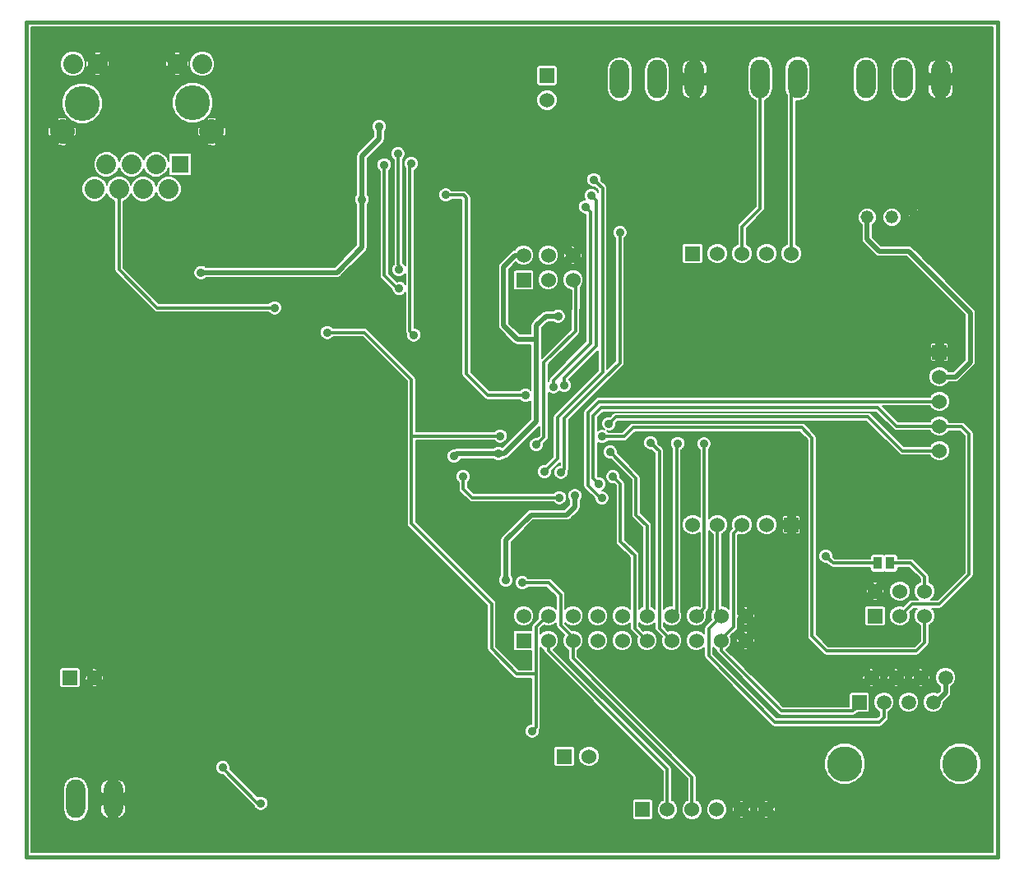
<source format=gbl>
G04 (created by PCBNEW (2013-mar-13)-testing) date mer. 26 juin 2013 21:31:07 CEST*
%MOIN*%
G04 Gerber Fmt 3.4, Leading zero omitted, Abs format*
%FSLAX34Y34*%
G01*
G70*
G90*
G04 APERTURE LIST*
%ADD10C,0.005906*%
%ADD11C,0.015000*%
%ADD12R,0.060000X0.060000*%
%ADD13C,0.060000*%
%ADD14R,0.038000X0.050000*%
%ADD15O,0.078000X0.156000*%
%ADD16C,0.141700*%
%ADD17R,0.070000X0.070000*%
%ADD18C,0.080000*%
%ADD19C,0.100000*%
%ADD20C,0.052000*%
%ADD21C,0.143700*%
%ADD22R,0.059100X0.059100*%
%ADD23C,0.059100*%
%ADD24C,0.035000*%
%ADD25C,0.020000*%
%ADD26C,0.011811*%
%ADD27C,0.005000*%
G04 APERTURE END LIST*
G54D10*
G54D11*
X52362Y-44488D02*
X12992Y-44488D01*
X52362Y-10629D02*
X52362Y-44488D01*
X52362Y-10629D02*
X12992Y-10629D01*
X12992Y-44488D02*
X12992Y-10629D01*
G54D12*
X44000Y-31000D03*
G54D13*
X43000Y-31000D03*
X42000Y-31000D03*
X41000Y-31000D03*
X40000Y-31000D03*
G54D12*
X50000Y-24000D03*
G54D13*
X50000Y-25000D03*
X50000Y-26000D03*
X50000Y-27000D03*
X50000Y-28000D03*
G54D12*
X34800Y-40400D03*
G54D13*
X35800Y-40400D03*
G54D12*
X37975Y-42550D03*
G54D13*
X38975Y-42550D03*
X39975Y-42550D03*
X40975Y-42550D03*
X41975Y-42550D03*
X42975Y-42550D03*
G54D12*
X47400Y-34700D03*
G54D13*
X47400Y-33700D03*
X48400Y-34700D03*
X48400Y-33700D03*
X49400Y-34700D03*
X49400Y-33700D03*
G54D14*
X48010Y-32560D03*
X47510Y-32560D03*
G54D12*
X33150Y-21070D03*
G54D13*
X33150Y-20070D03*
X34150Y-21070D03*
X34150Y-20070D03*
X35150Y-21070D03*
X35150Y-20070D03*
G54D12*
X14755Y-37204D03*
G54D13*
X15755Y-37204D03*
G54D15*
X14998Y-42125D03*
X16513Y-42125D03*
G54D16*
X15256Y-13898D03*
X19744Y-13879D03*
G54D17*
X19232Y-16379D03*
G54D18*
X18760Y-17383D03*
X18248Y-16379D03*
X17736Y-17383D03*
X17264Y-16379D03*
X16752Y-17383D03*
X16240Y-16379D03*
X15768Y-17383D03*
X20118Y-12304D03*
X19114Y-12304D03*
X15886Y-12304D03*
X14882Y-12304D03*
G54D19*
X20512Y-15060D03*
X14449Y-15060D03*
G54D15*
X40075Y-12925D03*
X38559Y-12925D03*
X37043Y-12925D03*
G54D12*
X34100Y-12775D03*
G54D13*
X34100Y-13775D03*
G54D15*
X50050Y-12925D03*
X48534Y-12925D03*
X47018Y-12925D03*
G54D12*
X33150Y-35700D03*
G54D13*
X33150Y-34700D03*
X34150Y-35700D03*
X34150Y-34700D03*
X35150Y-35700D03*
X35150Y-34700D03*
X36150Y-35700D03*
X36150Y-34700D03*
X37150Y-35700D03*
X37150Y-34700D03*
X38150Y-35700D03*
X38150Y-34700D03*
X39150Y-35700D03*
X39150Y-34700D03*
X40150Y-35700D03*
X40150Y-34700D03*
X41150Y-35700D03*
X41150Y-34700D03*
X42150Y-35700D03*
X42150Y-34700D03*
G54D20*
X49075Y-18525D03*
X48075Y-18525D03*
X47075Y-18525D03*
G54D21*
X50838Y-40700D03*
X46165Y-40700D03*
G54D22*
X46750Y-38200D03*
G54D23*
X47250Y-37200D03*
X47750Y-38200D03*
X48250Y-37200D03*
X48750Y-38200D03*
X49250Y-37200D03*
X49750Y-38200D03*
X50250Y-37200D03*
G54D12*
X40000Y-20000D03*
G54D13*
X41000Y-20000D03*
X42000Y-20000D03*
X43000Y-20000D03*
X44000Y-20000D03*
G54D15*
X44250Y-12900D03*
X42734Y-12900D03*
G54D24*
X35225Y-29825D03*
X32425Y-33250D03*
X30325Y-28225D03*
X34547Y-22539D03*
X32125Y-28110D03*
X36340Y-27430D03*
X33500Y-39375D03*
X32200Y-27400D03*
X33661Y-27755D03*
X25200Y-23200D03*
X27300Y-14850D03*
X26600Y-17800D03*
X20078Y-20767D03*
X28050Y-15950D03*
X28100Y-20650D03*
X30000Y-17625D03*
X33228Y-25748D03*
X34600Y-29900D03*
X30700Y-29050D03*
X37770Y-23490D03*
X37000Y-32400D03*
X36100Y-32800D03*
X31610Y-21040D03*
X30400Y-33700D03*
X31496Y-23326D03*
X33661Y-28346D03*
X20708Y-22677D03*
X19400Y-24200D03*
X28600Y-16350D03*
X28700Y-23300D03*
X27500Y-16400D03*
X28110Y-21417D03*
X45400Y-32270D03*
X23050Y-22200D03*
X22500Y-42300D03*
X20950Y-40850D03*
X36610Y-26900D03*
X40450Y-27725D03*
X39400Y-27700D03*
X36650Y-28050D03*
X38300Y-27675D03*
X34800Y-25350D03*
X35900Y-17650D03*
X34350Y-25400D03*
X35650Y-18100D03*
X36775Y-29050D03*
X33100Y-33350D03*
X36000Y-17000D03*
X34000Y-28850D03*
X36200Y-29350D03*
X36318Y-29921D03*
X37050Y-19150D03*
X34665Y-28870D03*
G54D25*
X33560Y-23485D02*
X32900Y-23485D01*
X32900Y-23485D02*
X32340Y-22925D01*
X32810Y-20070D02*
X33150Y-20070D01*
X32340Y-20540D02*
X32810Y-20070D01*
X32340Y-22925D02*
X32340Y-20540D01*
X33661Y-24165D02*
X33661Y-23485D01*
X33560Y-23485D02*
X33661Y-23485D01*
X34547Y-22539D02*
X34050Y-22539D01*
X34050Y-22539D02*
X33661Y-22928D01*
X34500Y-30600D02*
X34900Y-30600D01*
X34900Y-30600D02*
X35225Y-30275D01*
X32425Y-33250D02*
X32425Y-31625D01*
X32425Y-31625D02*
X33450Y-30600D01*
X50000Y-25000D02*
X50650Y-25000D01*
X47075Y-19425D02*
X47075Y-18525D01*
X47550Y-19900D02*
X47075Y-19425D01*
X48750Y-19900D02*
X47550Y-19900D01*
X51250Y-22400D02*
X48750Y-19900D01*
X51250Y-24400D02*
X51250Y-22400D01*
X50650Y-25000D02*
X51250Y-24400D01*
X35225Y-30275D02*
X35225Y-29825D01*
X33450Y-30600D02*
X34500Y-30600D01*
X32125Y-28110D02*
X32364Y-28110D01*
X33661Y-26813D02*
X33661Y-26574D01*
X32364Y-28110D02*
X33661Y-26813D01*
X30439Y-28110D02*
X32125Y-28110D01*
X30325Y-28225D02*
X30439Y-28110D01*
X33150Y-20070D02*
X32950Y-20070D01*
X49750Y-38200D02*
X49875Y-38200D01*
X50250Y-37825D02*
X50250Y-37200D01*
X49875Y-38200D02*
X50250Y-37825D01*
X33661Y-26574D02*
X33661Y-24165D01*
X33661Y-24165D02*
X33661Y-23050D01*
X33661Y-23050D02*
X33661Y-22928D01*
G54D26*
X43110Y-27050D02*
X44420Y-27050D01*
X45430Y-36120D02*
X46170Y-36120D01*
X44835Y-35525D02*
X45430Y-36120D01*
X44835Y-27465D02*
X44835Y-35525D01*
X44420Y-27050D02*
X44835Y-27465D01*
X36340Y-27430D02*
X37220Y-27430D01*
X37600Y-27050D02*
X43110Y-27050D01*
X37220Y-27430D02*
X37600Y-27050D01*
X49060Y-36120D02*
X49400Y-35780D01*
X47230Y-36120D02*
X49060Y-36120D01*
X49400Y-35780D02*
X49400Y-34700D01*
X46170Y-36120D02*
X47230Y-36120D01*
X33976Y-24555D02*
X33976Y-24418D01*
X35270Y-21190D02*
X35150Y-21070D01*
X35250Y-23145D02*
X35270Y-21190D01*
X33976Y-24418D02*
X35250Y-23145D01*
X33650Y-39225D02*
X33500Y-39375D01*
X33650Y-39225D02*
X33650Y-37050D01*
X28600Y-29925D02*
X28600Y-30950D01*
X28600Y-30950D02*
X31850Y-34200D01*
X31850Y-34200D02*
X31850Y-36025D01*
X31850Y-36025D02*
X32875Y-37050D01*
X32875Y-37050D02*
X33650Y-37050D01*
X28600Y-27400D02*
X28600Y-29925D01*
X34150Y-34700D02*
X34100Y-34700D01*
X33650Y-35150D02*
X33650Y-37050D01*
X34100Y-34700D02*
X33650Y-35150D01*
X33976Y-25400D02*
X33976Y-24555D01*
X33976Y-27440D02*
X33661Y-27755D01*
X33976Y-27440D02*
X33976Y-25400D01*
X32200Y-27400D02*
X28600Y-27400D01*
X28600Y-27400D02*
X28600Y-27350D01*
X28600Y-25100D02*
X26700Y-23200D01*
X28600Y-27350D02*
X28600Y-25100D01*
X25200Y-23200D02*
X26700Y-23200D01*
X49400Y-33700D02*
X49400Y-33120D01*
X48840Y-32560D02*
X48010Y-32560D01*
X49400Y-33120D02*
X48840Y-32560D01*
G54D25*
X26600Y-16925D02*
X26600Y-16050D01*
X26600Y-16050D02*
X27300Y-15350D01*
X27300Y-15350D02*
X27300Y-14850D01*
X27300Y-15350D02*
X27300Y-14850D01*
X26600Y-17800D02*
X26600Y-16925D01*
X25100Y-20767D02*
X25582Y-20767D01*
X26600Y-19750D02*
X26600Y-17800D01*
X25582Y-20767D02*
X26600Y-19750D01*
X20078Y-20767D02*
X25100Y-20767D01*
G54D26*
X28100Y-20650D02*
X28100Y-20475D01*
X28075Y-15975D02*
X28050Y-15950D01*
X28075Y-20450D02*
X28075Y-15975D01*
X28100Y-20475D02*
X28075Y-20450D01*
X30000Y-17625D02*
X30715Y-17625D01*
X31688Y-25748D02*
X33228Y-25748D01*
X30830Y-24890D02*
X31688Y-25748D01*
X30830Y-17740D02*
X30830Y-24890D01*
X30715Y-17625D02*
X30830Y-17740D01*
X30700Y-29050D02*
X30700Y-29550D01*
X31050Y-29900D02*
X34600Y-29900D01*
X30700Y-29550D02*
X31050Y-29900D01*
G54D25*
X37000Y-32550D02*
X37000Y-32400D01*
X36750Y-32800D02*
X37000Y-32550D01*
X36100Y-32800D02*
X36750Y-32800D01*
G54D26*
X28543Y-17050D02*
X28543Y-16406D01*
X28543Y-16406D02*
X28600Y-16350D01*
X28543Y-23143D02*
X28700Y-23300D01*
X28543Y-17027D02*
X28543Y-17050D01*
X28543Y-17050D02*
X28543Y-22834D01*
X28600Y-16350D02*
X28600Y-16448D01*
X28543Y-22834D02*
X28543Y-23143D01*
X28110Y-21417D02*
X28042Y-21417D01*
X27500Y-20875D02*
X27500Y-16400D01*
X28042Y-21417D02*
X27500Y-20875D01*
X27500Y-16400D02*
X27598Y-16400D01*
X44000Y-20000D02*
X44000Y-13150D01*
X44000Y-13150D02*
X44250Y-12900D01*
X42734Y-12900D02*
X42734Y-18165D01*
X42000Y-18900D02*
X42000Y-20000D01*
X42734Y-18165D02*
X42000Y-18900D01*
X45690Y-32560D02*
X47510Y-32560D01*
X45400Y-32270D02*
X45690Y-32560D01*
X16752Y-17383D02*
X16752Y-20652D01*
X18300Y-22200D02*
X23050Y-22200D01*
X16752Y-20652D02*
X18300Y-22200D01*
X19232Y-16379D02*
X19353Y-16500D01*
X20950Y-40850D02*
X20950Y-40875D01*
X22375Y-42300D02*
X22500Y-42300D01*
X20950Y-40875D02*
X22375Y-42300D01*
X37710Y-26620D02*
X36890Y-26620D01*
X47110Y-26620D02*
X37710Y-26620D01*
X48490Y-28000D02*
X47110Y-26620D01*
X50000Y-28000D02*
X48490Y-28000D01*
X36610Y-26900D02*
X36890Y-26620D01*
X40475Y-27750D02*
X40475Y-28200D01*
X40450Y-27725D02*
X40475Y-27750D01*
X40475Y-34375D02*
X40150Y-34700D01*
X40475Y-28200D02*
X40475Y-34375D01*
X39350Y-34500D02*
X39150Y-34700D01*
X39350Y-27750D02*
X39350Y-34500D01*
X39400Y-27700D02*
X39350Y-27750D01*
X36650Y-28050D02*
X37700Y-29100D01*
X38150Y-34700D02*
X38150Y-31050D01*
X37700Y-30600D02*
X37700Y-29100D01*
X38150Y-31050D02*
X37700Y-30600D01*
X38650Y-28025D02*
X38650Y-28250D01*
X38300Y-27675D02*
X38650Y-28025D01*
X38650Y-35200D02*
X39150Y-35700D01*
X38650Y-28250D02*
X38650Y-35200D01*
X36100Y-23485D02*
X36100Y-23750D01*
X34800Y-25350D02*
X34800Y-25050D01*
X34800Y-25050D02*
X35955Y-23895D01*
X35955Y-23895D02*
X36100Y-23750D01*
X35900Y-17650D02*
X36100Y-17850D01*
X36100Y-17850D02*
X36100Y-23485D01*
X34800Y-25350D02*
X34750Y-25300D01*
X35650Y-18100D02*
X35860Y-18310D01*
X34350Y-25400D02*
X34350Y-25150D01*
X35860Y-18310D02*
X35860Y-23640D01*
X35860Y-23640D02*
X34350Y-25150D01*
X37075Y-29350D02*
X37075Y-31675D01*
X36775Y-29050D02*
X37075Y-29350D01*
X37650Y-35200D02*
X38150Y-35700D01*
X37650Y-32250D02*
X37650Y-35200D01*
X37075Y-31675D02*
X37650Y-32250D01*
X34150Y-33350D02*
X34650Y-33850D01*
X35150Y-35575D02*
X34650Y-35075D01*
X34650Y-35075D02*
X34650Y-33850D01*
X35150Y-35700D02*
X35150Y-35575D01*
X33100Y-33350D02*
X34150Y-33350D01*
X35150Y-35700D02*
X35150Y-36425D01*
X35150Y-36425D02*
X39975Y-41250D01*
X39975Y-41250D02*
X39975Y-42550D01*
X34525Y-26650D02*
X34525Y-28325D01*
X36350Y-18910D02*
X36350Y-24825D01*
X36350Y-24825D02*
X34525Y-26650D01*
X34525Y-28325D02*
X34000Y-28850D01*
X36350Y-18910D02*
X36350Y-17350D01*
X36350Y-17350D02*
X36000Y-17000D01*
X35400Y-25775D02*
X34525Y-26650D01*
X34000Y-28850D02*
X34500Y-28350D01*
X34525Y-28325D02*
X34500Y-28350D01*
X35150Y-26025D02*
X35400Y-25775D01*
X35400Y-25775D02*
X35150Y-26025D01*
X41000Y-31000D02*
X41000Y-34550D01*
X41000Y-34550D02*
X41150Y-34700D01*
X40650Y-35910D02*
X40650Y-36330D01*
X47750Y-38815D02*
X47750Y-38200D01*
X47550Y-39015D02*
X47750Y-38815D01*
X43335Y-39015D02*
X47550Y-39015D01*
X40650Y-36330D02*
X43335Y-39015D01*
X36350Y-26250D02*
X47500Y-26250D01*
X48250Y-27000D02*
X50000Y-27000D01*
X47500Y-26250D02*
X48250Y-27000D01*
X35975Y-26950D02*
X35975Y-26575D01*
X36300Y-26250D02*
X36350Y-26250D01*
X35975Y-26575D02*
X36300Y-26250D01*
X35975Y-26950D02*
X35975Y-29125D01*
X35975Y-29125D02*
X36200Y-29350D01*
X40650Y-35200D02*
X41150Y-34700D01*
X40650Y-35910D02*
X40650Y-35200D01*
X41000Y-34550D02*
X41150Y-34700D01*
X48400Y-34700D02*
X48880Y-34220D01*
X48880Y-34220D02*
X49990Y-34220D01*
X51200Y-33010D02*
X51200Y-30950D01*
X49990Y-34220D02*
X51200Y-33010D01*
X51200Y-27325D02*
X51200Y-30950D01*
X50900Y-27025D02*
X51200Y-27325D01*
X50400Y-27025D02*
X50025Y-27025D01*
X50900Y-27025D02*
X50400Y-27025D01*
X50900Y-27025D02*
X50400Y-27025D01*
X41150Y-35700D02*
X41150Y-35660D01*
X41660Y-31340D02*
X42000Y-31000D01*
X41660Y-35150D02*
X41660Y-31340D01*
X41150Y-35660D02*
X41660Y-35150D01*
X46750Y-38200D02*
X46750Y-38300D01*
X41150Y-36100D02*
X41150Y-35700D01*
X43600Y-38550D02*
X41150Y-36100D01*
X46500Y-38550D02*
X43600Y-38550D01*
X46750Y-38300D02*
X46500Y-38550D01*
X35756Y-27050D02*
X35756Y-26443D01*
X36200Y-26000D02*
X36650Y-26000D01*
X35756Y-26443D02*
X36200Y-26000D01*
X36318Y-29921D02*
X36271Y-29921D01*
X36650Y-26000D02*
X50000Y-26000D01*
X35756Y-29406D02*
X35756Y-27050D01*
X36271Y-29921D02*
X35756Y-29406D01*
X36318Y-29921D02*
X36250Y-29852D01*
X36250Y-29852D02*
X36318Y-29921D01*
X34150Y-35700D02*
X34150Y-36100D01*
X38975Y-40925D02*
X38975Y-42550D01*
X34150Y-36100D02*
X38975Y-40925D01*
X37050Y-24433D02*
X37050Y-19150D01*
X34800Y-26683D02*
X34800Y-28650D01*
X36421Y-25061D02*
X34800Y-26683D01*
X36421Y-25061D02*
X37050Y-24433D01*
X34800Y-28735D02*
X34800Y-28650D01*
X34665Y-28870D02*
X34800Y-28735D01*
G54D10*
G36*
X51015Y-32933D02*
X49913Y-34035D01*
X49665Y-34035D01*
X49760Y-33941D01*
X49824Y-33784D01*
X49825Y-33615D01*
X49760Y-33459D01*
X49641Y-33339D01*
X49584Y-33316D01*
X49584Y-33120D01*
X49570Y-33049D01*
X49530Y-32989D01*
X49530Y-32989D01*
X48970Y-32429D01*
X48910Y-32389D01*
X48840Y-32375D01*
X48325Y-32375D01*
X48325Y-32285D01*
X48305Y-32239D01*
X48270Y-32204D01*
X48224Y-32185D01*
X48175Y-32185D01*
X47795Y-32185D01*
X47760Y-32199D01*
X47724Y-32185D01*
X47675Y-32185D01*
X47295Y-32185D01*
X47249Y-32204D01*
X47214Y-32239D01*
X47195Y-32285D01*
X47195Y-32334D01*
X47195Y-32375D01*
X45766Y-32375D01*
X45699Y-32309D01*
X45700Y-32210D01*
X45654Y-32100D01*
X45570Y-32015D01*
X45459Y-31970D01*
X45340Y-31969D01*
X45230Y-32015D01*
X45145Y-32099D01*
X45100Y-32210D01*
X45099Y-32329D01*
X45145Y-32439D01*
X45229Y-32524D01*
X45340Y-32569D01*
X45439Y-32570D01*
X45559Y-32690D01*
X45595Y-32714D01*
X45619Y-32730D01*
X45619Y-32730D01*
X45690Y-32744D01*
X47195Y-32744D01*
X47195Y-32834D01*
X47214Y-32880D01*
X47249Y-32915D01*
X47295Y-32935D01*
X47344Y-32935D01*
X47724Y-32935D01*
X47759Y-32920D01*
X47795Y-32935D01*
X47844Y-32935D01*
X48224Y-32935D01*
X48270Y-32915D01*
X48305Y-32880D01*
X48325Y-32834D01*
X48325Y-32785D01*
X48325Y-32744D01*
X48763Y-32744D01*
X49215Y-33196D01*
X49215Y-33316D01*
X49159Y-33339D01*
X49039Y-33458D01*
X48975Y-33615D01*
X48974Y-33784D01*
X49039Y-33940D01*
X49134Y-34035D01*
X48880Y-34035D01*
X48825Y-34046D01*
X48825Y-33615D01*
X48760Y-33459D01*
X48641Y-33339D01*
X48484Y-33275D01*
X48315Y-33274D01*
X48159Y-33339D01*
X48039Y-33458D01*
X47975Y-33615D01*
X47974Y-33784D01*
X48039Y-33940D01*
X48158Y-34060D01*
X48315Y-34124D01*
X48484Y-34125D01*
X48640Y-34060D01*
X48760Y-33941D01*
X48824Y-33784D01*
X48825Y-33615D01*
X48825Y-34046D01*
X48809Y-34049D01*
X48749Y-34089D01*
X48541Y-34298D01*
X48484Y-34275D01*
X48315Y-34274D01*
X48159Y-34339D01*
X48039Y-34458D01*
X47975Y-34615D01*
X47974Y-34784D01*
X48039Y-34940D01*
X48158Y-35060D01*
X48315Y-35124D01*
X48484Y-35125D01*
X48640Y-35060D01*
X48760Y-34941D01*
X48824Y-34784D01*
X48825Y-34615D01*
X48801Y-34558D01*
X48956Y-34404D01*
X49094Y-34404D01*
X49039Y-34458D01*
X48975Y-34615D01*
X48974Y-34784D01*
X49039Y-34940D01*
X49158Y-35060D01*
X49215Y-35083D01*
X49215Y-35703D01*
X48983Y-35935D01*
X47825Y-35935D01*
X47825Y-35024D01*
X47825Y-34975D01*
X47825Y-34375D01*
X47805Y-34329D01*
X47776Y-34300D01*
X47776Y-33636D01*
X47772Y-33614D01*
X47740Y-33571D01*
X47612Y-33700D01*
X47740Y-33828D01*
X47772Y-33785D01*
X47776Y-33636D01*
X47776Y-34300D01*
X47770Y-34294D01*
X47724Y-34275D01*
X47675Y-34275D01*
X47528Y-34275D01*
X47528Y-34040D01*
X47528Y-33359D01*
X47485Y-33327D01*
X47336Y-33323D01*
X47314Y-33327D01*
X47271Y-33359D01*
X47400Y-33487D01*
X47528Y-33359D01*
X47528Y-34040D01*
X47400Y-33912D01*
X47271Y-34040D01*
X47314Y-34072D01*
X47463Y-34076D01*
X47485Y-34072D01*
X47528Y-34040D01*
X47528Y-34275D01*
X47187Y-34275D01*
X47187Y-33700D01*
X47059Y-33571D01*
X47027Y-33614D01*
X47023Y-33763D01*
X47027Y-33785D01*
X47059Y-33828D01*
X47187Y-33700D01*
X47187Y-34275D01*
X47075Y-34275D01*
X47029Y-34294D01*
X46994Y-34329D01*
X46975Y-34375D01*
X46975Y-34424D01*
X46975Y-35024D01*
X46994Y-35070D01*
X47029Y-35105D01*
X47075Y-35125D01*
X47124Y-35125D01*
X47724Y-35125D01*
X47770Y-35105D01*
X47805Y-35070D01*
X47825Y-35024D01*
X47825Y-35935D01*
X47230Y-35935D01*
X46170Y-35935D01*
X45506Y-35935D01*
X45019Y-35448D01*
X45019Y-27465D01*
X45005Y-27394D01*
X45005Y-27394D01*
X44965Y-27334D01*
X44550Y-26919D01*
X44490Y-26879D01*
X44420Y-26865D01*
X43110Y-26865D01*
X37600Y-26865D01*
X37529Y-26879D01*
X37469Y-26919D01*
X37143Y-27245D01*
X36580Y-27245D01*
X36523Y-27188D01*
X36550Y-27199D01*
X36669Y-27200D01*
X36779Y-27154D01*
X36864Y-27070D01*
X36909Y-26959D01*
X36910Y-26860D01*
X36966Y-26804D01*
X37710Y-26804D01*
X47033Y-26804D01*
X48359Y-28130D01*
X48359Y-28130D01*
X48419Y-28170D01*
X48490Y-28184D01*
X49616Y-28184D01*
X49639Y-28240D01*
X49758Y-28360D01*
X49915Y-28424D01*
X50084Y-28425D01*
X50240Y-28360D01*
X50360Y-28241D01*
X50424Y-28084D01*
X50425Y-27915D01*
X50360Y-27759D01*
X50241Y-27639D01*
X50084Y-27575D01*
X49915Y-27574D01*
X49759Y-27639D01*
X49639Y-27758D01*
X49616Y-27815D01*
X48566Y-27815D01*
X47240Y-26489D01*
X47180Y-26449D01*
X47110Y-26435D01*
X37710Y-26435D01*
X36890Y-26435D01*
X36819Y-26449D01*
X36795Y-26465D01*
X36759Y-26489D01*
X36649Y-26600D01*
X36550Y-26599D01*
X36440Y-26645D01*
X36355Y-26729D01*
X36310Y-26840D01*
X36309Y-26959D01*
X36355Y-27069D01*
X36426Y-27141D01*
X36399Y-27130D01*
X36280Y-27129D01*
X36170Y-27175D01*
X36159Y-27186D01*
X36159Y-26950D01*
X36159Y-26651D01*
X36376Y-26434D01*
X47423Y-26434D01*
X48119Y-27130D01*
X48155Y-27154D01*
X48179Y-27170D01*
X48179Y-27170D01*
X48250Y-27184D01*
X49616Y-27184D01*
X49639Y-27240D01*
X49758Y-27360D01*
X49915Y-27424D01*
X50084Y-27425D01*
X50240Y-27360D01*
X50360Y-27241D01*
X50373Y-27209D01*
X50400Y-27209D01*
X50823Y-27209D01*
X51015Y-27401D01*
X51015Y-30950D01*
X51015Y-32933D01*
X51015Y-32933D01*
G37*
G54D27*
X51015Y-32933D02*
X49913Y-34035D01*
X49665Y-34035D01*
X49760Y-33941D01*
X49824Y-33784D01*
X49825Y-33615D01*
X49760Y-33459D01*
X49641Y-33339D01*
X49584Y-33316D01*
X49584Y-33120D01*
X49570Y-33049D01*
X49530Y-32989D01*
X49530Y-32989D01*
X48970Y-32429D01*
X48910Y-32389D01*
X48840Y-32375D01*
X48325Y-32375D01*
X48325Y-32285D01*
X48305Y-32239D01*
X48270Y-32204D01*
X48224Y-32185D01*
X48175Y-32185D01*
X47795Y-32185D01*
X47760Y-32199D01*
X47724Y-32185D01*
X47675Y-32185D01*
X47295Y-32185D01*
X47249Y-32204D01*
X47214Y-32239D01*
X47195Y-32285D01*
X47195Y-32334D01*
X47195Y-32375D01*
X45766Y-32375D01*
X45699Y-32309D01*
X45700Y-32210D01*
X45654Y-32100D01*
X45570Y-32015D01*
X45459Y-31970D01*
X45340Y-31969D01*
X45230Y-32015D01*
X45145Y-32099D01*
X45100Y-32210D01*
X45099Y-32329D01*
X45145Y-32439D01*
X45229Y-32524D01*
X45340Y-32569D01*
X45439Y-32570D01*
X45559Y-32690D01*
X45595Y-32714D01*
X45619Y-32730D01*
X45619Y-32730D01*
X45690Y-32744D01*
X47195Y-32744D01*
X47195Y-32834D01*
X47214Y-32880D01*
X47249Y-32915D01*
X47295Y-32935D01*
X47344Y-32935D01*
X47724Y-32935D01*
X47759Y-32920D01*
X47795Y-32935D01*
X47844Y-32935D01*
X48224Y-32935D01*
X48270Y-32915D01*
X48305Y-32880D01*
X48325Y-32834D01*
X48325Y-32785D01*
X48325Y-32744D01*
X48763Y-32744D01*
X49215Y-33196D01*
X49215Y-33316D01*
X49159Y-33339D01*
X49039Y-33458D01*
X48975Y-33615D01*
X48974Y-33784D01*
X49039Y-33940D01*
X49134Y-34035D01*
X48880Y-34035D01*
X48825Y-34046D01*
X48825Y-33615D01*
X48760Y-33459D01*
X48641Y-33339D01*
X48484Y-33275D01*
X48315Y-33274D01*
X48159Y-33339D01*
X48039Y-33458D01*
X47975Y-33615D01*
X47974Y-33784D01*
X48039Y-33940D01*
X48158Y-34060D01*
X48315Y-34124D01*
X48484Y-34125D01*
X48640Y-34060D01*
X48760Y-33941D01*
X48824Y-33784D01*
X48825Y-33615D01*
X48825Y-34046D01*
X48809Y-34049D01*
X48749Y-34089D01*
X48541Y-34298D01*
X48484Y-34275D01*
X48315Y-34274D01*
X48159Y-34339D01*
X48039Y-34458D01*
X47975Y-34615D01*
X47974Y-34784D01*
X48039Y-34940D01*
X48158Y-35060D01*
X48315Y-35124D01*
X48484Y-35125D01*
X48640Y-35060D01*
X48760Y-34941D01*
X48824Y-34784D01*
X48825Y-34615D01*
X48801Y-34558D01*
X48956Y-34404D01*
X49094Y-34404D01*
X49039Y-34458D01*
X48975Y-34615D01*
X48974Y-34784D01*
X49039Y-34940D01*
X49158Y-35060D01*
X49215Y-35083D01*
X49215Y-35703D01*
X48983Y-35935D01*
X47825Y-35935D01*
X47825Y-35024D01*
X47825Y-34975D01*
X47825Y-34375D01*
X47805Y-34329D01*
X47776Y-34300D01*
X47776Y-33636D01*
X47772Y-33614D01*
X47740Y-33571D01*
X47612Y-33700D01*
X47740Y-33828D01*
X47772Y-33785D01*
X47776Y-33636D01*
X47776Y-34300D01*
X47770Y-34294D01*
X47724Y-34275D01*
X47675Y-34275D01*
X47528Y-34275D01*
X47528Y-34040D01*
X47528Y-33359D01*
X47485Y-33327D01*
X47336Y-33323D01*
X47314Y-33327D01*
X47271Y-33359D01*
X47400Y-33487D01*
X47528Y-33359D01*
X47528Y-34040D01*
X47400Y-33912D01*
X47271Y-34040D01*
X47314Y-34072D01*
X47463Y-34076D01*
X47485Y-34072D01*
X47528Y-34040D01*
X47528Y-34275D01*
X47187Y-34275D01*
X47187Y-33700D01*
X47059Y-33571D01*
X47027Y-33614D01*
X47023Y-33763D01*
X47027Y-33785D01*
X47059Y-33828D01*
X47187Y-33700D01*
X47187Y-34275D01*
X47075Y-34275D01*
X47029Y-34294D01*
X46994Y-34329D01*
X46975Y-34375D01*
X46975Y-34424D01*
X46975Y-35024D01*
X46994Y-35070D01*
X47029Y-35105D01*
X47075Y-35125D01*
X47124Y-35125D01*
X47724Y-35125D01*
X47770Y-35105D01*
X47805Y-35070D01*
X47825Y-35024D01*
X47825Y-35935D01*
X47230Y-35935D01*
X46170Y-35935D01*
X45506Y-35935D01*
X45019Y-35448D01*
X45019Y-27465D01*
X45005Y-27394D01*
X45005Y-27394D01*
X44965Y-27334D01*
X44550Y-26919D01*
X44490Y-26879D01*
X44420Y-26865D01*
X43110Y-26865D01*
X37600Y-26865D01*
X37529Y-26879D01*
X37469Y-26919D01*
X37143Y-27245D01*
X36580Y-27245D01*
X36523Y-27188D01*
X36550Y-27199D01*
X36669Y-27200D01*
X36779Y-27154D01*
X36864Y-27070D01*
X36909Y-26959D01*
X36910Y-26860D01*
X36966Y-26804D01*
X37710Y-26804D01*
X47033Y-26804D01*
X48359Y-28130D01*
X48359Y-28130D01*
X48419Y-28170D01*
X48490Y-28184D01*
X49616Y-28184D01*
X49639Y-28240D01*
X49758Y-28360D01*
X49915Y-28424D01*
X50084Y-28425D01*
X50240Y-28360D01*
X50360Y-28241D01*
X50424Y-28084D01*
X50425Y-27915D01*
X50360Y-27759D01*
X50241Y-27639D01*
X50084Y-27575D01*
X49915Y-27574D01*
X49759Y-27639D01*
X49639Y-27758D01*
X49616Y-27815D01*
X48566Y-27815D01*
X47240Y-26489D01*
X47180Y-26449D01*
X47110Y-26435D01*
X37710Y-26435D01*
X36890Y-26435D01*
X36819Y-26449D01*
X36795Y-26465D01*
X36759Y-26489D01*
X36649Y-26600D01*
X36550Y-26599D01*
X36440Y-26645D01*
X36355Y-26729D01*
X36310Y-26840D01*
X36309Y-26959D01*
X36355Y-27069D01*
X36426Y-27141D01*
X36399Y-27130D01*
X36280Y-27129D01*
X36170Y-27175D01*
X36159Y-27186D01*
X36159Y-26950D01*
X36159Y-26651D01*
X36376Y-26434D01*
X47423Y-26434D01*
X48119Y-27130D01*
X48155Y-27154D01*
X48179Y-27170D01*
X48179Y-27170D01*
X48250Y-27184D01*
X49616Y-27184D01*
X49639Y-27240D01*
X49758Y-27360D01*
X49915Y-27424D01*
X50084Y-27425D01*
X50240Y-27360D01*
X50360Y-27241D01*
X50373Y-27209D01*
X50400Y-27209D01*
X50823Y-27209D01*
X51015Y-27401D01*
X51015Y-30950D01*
X51015Y-32933D01*
G54D10*
G36*
X52162Y-44288D02*
X51681Y-44288D01*
X51681Y-40532D01*
X51553Y-40222D01*
X51475Y-40144D01*
X51475Y-22400D01*
X51460Y-22328D01*
X51457Y-22313D01*
X51457Y-22313D01*
X51409Y-22240D01*
X51409Y-22240D01*
X50572Y-21404D01*
X50572Y-13230D01*
X50572Y-12619D01*
X50565Y-12412D01*
X50479Y-12224D01*
X50308Y-12148D01*
X50245Y-12133D01*
X50245Y-12700D01*
X50534Y-12700D01*
X50572Y-12619D01*
X50572Y-13230D01*
X50534Y-13150D01*
X50245Y-13150D01*
X50245Y-13716D01*
X50308Y-13701D01*
X50479Y-13625D01*
X50565Y-13437D01*
X50572Y-13230D01*
X50572Y-21404D01*
X49855Y-20686D01*
X49855Y-13716D01*
X49855Y-13150D01*
X49855Y-12700D01*
X49855Y-12133D01*
X49791Y-12148D01*
X49620Y-12224D01*
X49534Y-12412D01*
X49527Y-12619D01*
X49565Y-12700D01*
X49855Y-12700D01*
X49855Y-13150D01*
X49565Y-13150D01*
X49527Y-13230D01*
X49534Y-13437D01*
X49620Y-13625D01*
X49791Y-13701D01*
X49855Y-13716D01*
X49855Y-20686D01*
X49412Y-20244D01*
X49412Y-18472D01*
X49406Y-18444D01*
X49375Y-18407D01*
X49326Y-18592D01*
X49375Y-18642D01*
X49406Y-18605D01*
X49412Y-18472D01*
X49412Y-20244D01*
X49192Y-20023D01*
X49192Y-18825D01*
X49192Y-18224D01*
X49155Y-18193D01*
X49049Y-18188D01*
X49049Y-13332D01*
X49049Y-12517D01*
X49010Y-12320D01*
X48898Y-12153D01*
X48731Y-12041D01*
X48534Y-12002D01*
X48337Y-12041D01*
X48170Y-12153D01*
X48058Y-12320D01*
X48019Y-12517D01*
X48019Y-13332D01*
X48058Y-13529D01*
X48170Y-13696D01*
X48337Y-13808D01*
X48534Y-13847D01*
X48731Y-13808D01*
X48898Y-13696D01*
X49010Y-13529D01*
X49049Y-13332D01*
X49049Y-18188D01*
X49022Y-18187D01*
X48994Y-18193D01*
X48957Y-18224D01*
X49142Y-18273D01*
X49192Y-18224D01*
X49192Y-18825D01*
X49007Y-18776D01*
X48957Y-18825D01*
X48994Y-18856D01*
X49127Y-18862D01*
X49155Y-18856D01*
X49192Y-18825D01*
X49192Y-20023D01*
X48909Y-19740D01*
X48836Y-19692D01*
X48823Y-19689D01*
X48823Y-18457D01*
X48774Y-18407D01*
X48743Y-18444D01*
X48737Y-18577D01*
X48743Y-18605D01*
X48774Y-18642D01*
X48823Y-18457D01*
X48823Y-19689D01*
X48821Y-19689D01*
X48750Y-19674D01*
X48749Y-19675D01*
X48460Y-19675D01*
X48460Y-18448D01*
X48401Y-18307D01*
X48293Y-18198D01*
X48151Y-18140D01*
X47998Y-18139D01*
X47857Y-18198D01*
X47748Y-18306D01*
X47690Y-18448D01*
X47689Y-18601D01*
X47748Y-18742D01*
X47856Y-18851D01*
X47998Y-18909D01*
X48151Y-18910D01*
X48292Y-18851D01*
X48401Y-18743D01*
X48459Y-18601D01*
X48460Y-18448D01*
X48460Y-19675D01*
X47643Y-19675D01*
X47533Y-19565D01*
X47533Y-13332D01*
X47533Y-12517D01*
X47494Y-12320D01*
X47382Y-12153D01*
X47215Y-12041D01*
X47018Y-12002D01*
X46821Y-12041D01*
X46654Y-12153D01*
X46542Y-12320D01*
X46503Y-12517D01*
X46503Y-13332D01*
X46542Y-13529D01*
X46654Y-13696D01*
X46821Y-13808D01*
X47018Y-13847D01*
X47215Y-13808D01*
X47382Y-13696D01*
X47494Y-13529D01*
X47533Y-13332D01*
X47533Y-19565D01*
X47300Y-19331D01*
X47300Y-18844D01*
X47401Y-18743D01*
X47459Y-18601D01*
X47460Y-18448D01*
X47401Y-18307D01*
X47293Y-18198D01*
X47151Y-18140D01*
X46998Y-18139D01*
X46857Y-18198D01*
X46748Y-18306D01*
X46690Y-18448D01*
X46689Y-18601D01*
X46748Y-18742D01*
X46850Y-18844D01*
X46850Y-19424D01*
X46849Y-19425D01*
X46864Y-19496D01*
X46867Y-19511D01*
X46915Y-19584D01*
X47390Y-20059D01*
X47390Y-20059D01*
X47390Y-20059D01*
X47439Y-20091D01*
X47463Y-20107D01*
X47463Y-20107D01*
X47550Y-20125D01*
X47550Y-20125D01*
X47550Y-20125D01*
X48656Y-20125D01*
X51025Y-22493D01*
X51025Y-24306D01*
X50556Y-24775D01*
X50375Y-24775D01*
X50375Y-24314D01*
X50375Y-24168D01*
X50375Y-23831D01*
X50375Y-23685D01*
X50363Y-23657D01*
X50342Y-23636D01*
X50314Y-23625D01*
X50285Y-23625D01*
X50168Y-23625D01*
X50150Y-23643D01*
X50150Y-23850D01*
X50356Y-23850D01*
X50375Y-23831D01*
X50375Y-24168D01*
X50356Y-24150D01*
X50150Y-24150D01*
X50150Y-24356D01*
X50168Y-24375D01*
X50285Y-24375D01*
X50314Y-24375D01*
X50342Y-24363D01*
X50363Y-24342D01*
X50375Y-24314D01*
X50375Y-24775D01*
X50366Y-24775D01*
X50360Y-24759D01*
X50241Y-24639D01*
X50084Y-24575D01*
X49915Y-24574D01*
X49850Y-24602D01*
X49850Y-24356D01*
X49850Y-24150D01*
X49850Y-23850D01*
X49850Y-23643D01*
X49831Y-23625D01*
X49714Y-23625D01*
X49685Y-23625D01*
X49657Y-23636D01*
X49636Y-23657D01*
X49625Y-23685D01*
X49625Y-23831D01*
X49643Y-23850D01*
X49850Y-23850D01*
X49850Y-24150D01*
X49643Y-24150D01*
X49625Y-24168D01*
X49625Y-24314D01*
X49636Y-24342D01*
X49657Y-24363D01*
X49685Y-24375D01*
X49714Y-24375D01*
X49831Y-24375D01*
X49850Y-24356D01*
X49850Y-24602D01*
X49759Y-24639D01*
X49639Y-24758D01*
X49575Y-24915D01*
X49574Y-25084D01*
X49639Y-25240D01*
X49758Y-25360D01*
X49915Y-25424D01*
X50084Y-25425D01*
X50240Y-25360D01*
X50360Y-25241D01*
X50366Y-25225D01*
X50649Y-25225D01*
X50650Y-25225D01*
X50650Y-25225D01*
X50721Y-25210D01*
X50736Y-25207D01*
X50736Y-25207D01*
X50809Y-25159D01*
X51409Y-24559D01*
X51409Y-24559D01*
X51409Y-24559D01*
X51457Y-24486D01*
X51475Y-24400D01*
X51475Y-22400D01*
X51475Y-22400D01*
X51475Y-22400D01*
X51475Y-40144D01*
X51384Y-40053D01*
X51384Y-33010D01*
X51384Y-30950D01*
X51384Y-27325D01*
X51370Y-27254D01*
X51370Y-27254D01*
X51354Y-27230D01*
X51330Y-27194D01*
X51030Y-26894D01*
X50970Y-26854D01*
X50900Y-26840D01*
X50400Y-26840D01*
X50394Y-26840D01*
X50360Y-26759D01*
X50241Y-26639D01*
X50084Y-26575D01*
X49915Y-26574D01*
X49759Y-26639D01*
X49639Y-26758D01*
X49616Y-26815D01*
X48326Y-26815D01*
X47694Y-26184D01*
X49616Y-26184D01*
X49639Y-26240D01*
X49758Y-26360D01*
X49915Y-26424D01*
X50084Y-26425D01*
X50240Y-26360D01*
X50360Y-26241D01*
X50424Y-26084D01*
X50425Y-25915D01*
X50360Y-25759D01*
X50241Y-25639D01*
X50084Y-25575D01*
X49915Y-25574D01*
X49759Y-25639D01*
X49639Y-25758D01*
X49616Y-25815D01*
X44765Y-25815D01*
X44765Y-13307D01*
X44765Y-12492D01*
X44725Y-12295D01*
X44614Y-12128D01*
X44447Y-12016D01*
X44250Y-11977D01*
X44052Y-12016D01*
X43885Y-12128D01*
X43774Y-12295D01*
X43735Y-12492D01*
X43735Y-13307D01*
X43774Y-13504D01*
X43815Y-13567D01*
X43815Y-19616D01*
X43759Y-19639D01*
X43639Y-19758D01*
X43575Y-19915D01*
X43574Y-20084D01*
X43639Y-20240D01*
X43758Y-20360D01*
X43915Y-20424D01*
X44084Y-20425D01*
X44240Y-20360D01*
X44360Y-20241D01*
X44424Y-20084D01*
X44425Y-19915D01*
X44360Y-19759D01*
X44241Y-19639D01*
X44184Y-19616D01*
X44184Y-13809D01*
X44250Y-13822D01*
X44447Y-13783D01*
X44614Y-13671D01*
X44725Y-13504D01*
X44765Y-13307D01*
X44765Y-25815D01*
X43425Y-25815D01*
X43425Y-19915D01*
X43360Y-19759D01*
X43249Y-19648D01*
X43249Y-13307D01*
X43249Y-12492D01*
X43210Y-12295D01*
X43098Y-12128D01*
X42931Y-12016D01*
X42734Y-11977D01*
X42537Y-12016D01*
X42370Y-12128D01*
X42258Y-12295D01*
X42219Y-12492D01*
X42219Y-13307D01*
X42258Y-13504D01*
X42370Y-13671D01*
X42537Y-13783D01*
X42550Y-13786D01*
X42550Y-18089D01*
X41869Y-18769D01*
X41829Y-18829D01*
X41815Y-18900D01*
X41815Y-19616D01*
X41759Y-19639D01*
X41639Y-19758D01*
X41575Y-19915D01*
X41574Y-20084D01*
X41639Y-20240D01*
X41758Y-20360D01*
X41915Y-20424D01*
X42084Y-20425D01*
X42240Y-20360D01*
X42360Y-20241D01*
X42424Y-20084D01*
X42425Y-19915D01*
X42360Y-19759D01*
X42241Y-19639D01*
X42184Y-19616D01*
X42184Y-18976D01*
X42864Y-18295D01*
X42864Y-18295D01*
X42904Y-18236D01*
X42918Y-18165D01*
X42918Y-18165D01*
X42918Y-13786D01*
X42931Y-13783D01*
X43098Y-13671D01*
X43210Y-13504D01*
X43249Y-13307D01*
X43249Y-19648D01*
X43241Y-19639D01*
X43084Y-19575D01*
X42915Y-19574D01*
X42759Y-19639D01*
X42639Y-19758D01*
X42575Y-19915D01*
X42574Y-20084D01*
X42639Y-20240D01*
X42758Y-20360D01*
X42915Y-20424D01*
X43084Y-20425D01*
X43240Y-20360D01*
X43360Y-20241D01*
X43424Y-20084D01*
X43425Y-19915D01*
X43425Y-25815D01*
X41425Y-25815D01*
X41425Y-19915D01*
X41360Y-19759D01*
X41241Y-19639D01*
X41084Y-19575D01*
X40915Y-19574D01*
X40759Y-19639D01*
X40639Y-19758D01*
X40597Y-19860D01*
X40597Y-13230D01*
X40597Y-12619D01*
X40590Y-12412D01*
X40504Y-12224D01*
X40333Y-12148D01*
X40270Y-12133D01*
X40270Y-12700D01*
X40559Y-12700D01*
X40597Y-12619D01*
X40597Y-13230D01*
X40559Y-13150D01*
X40270Y-13150D01*
X40270Y-13716D01*
X40333Y-13701D01*
X40504Y-13625D01*
X40590Y-13437D01*
X40597Y-13230D01*
X40597Y-19860D01*
X40575Y-19915D01*
X40574Y-20084D01*
X40639Y-20240D01*
X40758Y-20360D01*
X40915Y-20424D01*
X41084Y-20425D01*
X41240Y-20360D01*
X41360Y-20241D01*
X41424Y-20084D01*
X41425Y-19915D01*
X41425Y-25815D01*
X40425Y-25815D01*
X40425Y-20324D01*
X40425Y-20275D01*
X40425Y-19675D01*
X40405Y-19629D01*
X40370Y-19594D01*
X40324Y-19575D01*
X40275Y-19575D01*
X39880Y-19575D01*
X39880Y-13716D01*
X39880Y-13150D01*
X39880Y-12700D01*
X39880Y-12133D01*
X39816Y-12148D01*
X39645Y-12224D01*
X39559Y-12412D01*
X39552Y-12619D01*
X39590Y-12700D01*
X39880Y-12700D01*
X39880Y-13150D01*
X39590Y-13150D01*
X39552Y-13230D01*
X39559Y-13437D01*
X39645Y-13625D01*
X39816Y-13701D01*
X39880Y-13716D01*
X39880Y-19575D01*
X39675Y-19575D01*
X39629Y-19594D01*
X39594Y-19629D01*
X39575Y-19675D01*
X39575Y-19724D01*
X39575Y-20324D01*
X39594Y-20370D01*
X39629Y-20405D01*
X39675Y-20425D01*
X39724Y-20425D01*
X40324Y-20425D01*
X40370Y-20405D01*
X40405Y-20370D01*
X40425Y-20324D01*
X40425Y-25815D01*
X39074Y-25815D01*
X39074Y-13332D01*
X39074Y-12517D01*
X39035Y-12320D01*
X38923Y-12153D01*
X38756Y-12041D01*
X38559Y-12002D01*
X38362Y-12041D01*
X38195Y-12153D01*
X38083Y-12320D01*
X38044Y-12517D01*
X38044Y-13332D01*
X38083Y-13529D01*
X38195Y-13696D01*
X38362Y-13808D01*
X38559Y-13847D01*
X38756Y-13808D01*
X38923Y-13696D01*
X39035Y-13529D01*
X39074Y-13332D01*
X39074Y-25815D01*
X37558Y-25815D01*
X37558Y-13332D01*
X37558Y-12517D01*
X37519Y-12320D01*
X37407Y-12153D01*
X37240Y-12041D01*
X37043Y-12002D01*
X36846Y-12041D01*
X36679Y-12153D01*
X36567Y-12320D01*
X36528Y-12517D01*
X36528Y-13332D01*
X36567Y-13529D01*
X36679Y-13696D01*
X36846Y-13808D01*
X37043Y-13847D01*
X37240Y-13808D01*
X37407Y-13696D01*
X37519Y-13529D01*
X37558Y-13332D01*
X37558Y-25815D01*
X37350Y-25815D01*
X37350Y-19090D01*
X37304Y-18980D01*
X37220Y-18895D01*
X37109Y-18850D01*
X36990Y-18849D01*
X36880Y-18895D01*
X36795Y-18979D01*
X36750Y-19090D01*
X36749Y-19209D01*
X36795Y-19319D01*
X36865Y-19390D01*
X36865Y-24357D01*
X36534Y-24689D01*
X36534Y-18910D01*
X36534Y-17350D01*
X36520Y-17279D01*
X36520Y-17279D01*
X36504Y-17255D01*
X36480Y-17219D01*
X36299Y-17039D01*
X36300Y-16940D01*
X36254Y-16830D01*
X36170Y-16745D01*
X36059Y-16700D01*
X35940Y-16699D01*
X35830Y-16745D01*
X35745Y-16829D01*
X35700Y-16940D01*
X35699Y-17059D01*
X35745Y-17169D01*
X35829Y-17254D01*
X35940Y-17299D01*
X36039Y-17300D01*
X36165Y-17426D01*
X36165Y-17508D01*
X36154Y-17480D01*
X36070Y-17395D01*
X35959Y-17350D01*
X35840Y-17349D01*
X35730Y-17395D01*
X35645Y-17479D01*
X35600Y-17590D01*
X35599Y-17709D01*
X35637Y-17799D01*
X35590Y-17799D01*
X35480Y-17845D01*
X35395Y-17929D01*
X35350Y-18040D01*
X35349Y-18159D01*
X35395Y-18269D01*
X35479Y-18354D01*
X35590Y-18399D01*
X35675Y-18400D01*
X35675Y-23563D01*
X34219Y-25019D01*
X34179Y-25079D01*
X34165Y-25150D01*
X34165Y-25159D01*
X34160Y-25165D01*
X34160Y-24555D01*
X34160Y-24494D01*
X35380Y-23275D01*
X35399Y-23246D01*
X35419Y-23217D01*
X35419Y-23216D01*
X35420Y-23215D01*
X35426Y-23181D01*
X35434Y-23146D01*
X35452Y-21368D01*
X35510Y-21311D01*
X35574Y-21154D01*
X35575Y-20985D01*
X35526Y-20869D01*
X35526Y-20006D01*
X35522Y-19984D01*
X35490Y-19941D01*
X35362Y-20070D01*
X35490Y-20198D01*
X35522Y-20155D01*
X35526Y-20006D01*
X35526Y-20869D01*
X35510Y-20829D01*
X35391Y-20709D01*
X35278Y-20663D01*
X35278Y-20410D01*
X35278Y-19729D01*
X35235Y-19697D01*
X35086Y-19693D01*
X35064Y-19697D01*
X35021Y-19729D01*
X35150Y-19857D01*
X35278Y-19729D01*
X35278Y-20410D01*
X35150Y-20282D01*
X35021Y-20410D01*
X35064Y-20442D01*
X35213Y-20446D01*
X35235Y-20442D01*
X35278Y-20410D01*
X35278Y-20663D01*
X35234Y-20645D01*
X35065Y-20644D01*
X34937Y-20697D01*
X34937Y-20070D01*
X34809Y-19941D01*
X34777Y-19984D01*
X34773Y-20133D01*
X34777Y-20155D01*
X34809Y-20198D01*
X34937Y-20070D01*
X34937Y-20697D01*
X34909Y-20709D01*
X34789Y-20828D01*
X34725Y-20985D01*
X34724Y-21154D01*
X34789Y-21310D01*
X34908Y-21430D01*
X35065Y-21494D01*
X35082Y-21494D01*
X35066Y-23067D01*
X33886Y-24248D01*
X33886Y-24165D01*
X33886Y-23485D01*
X33886Y-23050D01*
X33886Y-23021D01*
X34143Y-22764D01*
X34347Y-22764D01*
X34377Y-22793D01*
X34487Y-22839D01*
X34606Y-22839D01*
X34716Y-22793D01*
X34801Y-22709D01*
X34847Y-22599D01*
X34847Y-22479D01*
X34801Y-22369D01*
X34717Y-22285D01*
X34607Y-22239D01*
X34575Y-22239D01*
X34575Y-20985D01*
X34575Y-19985D01*
X34525Y-19864D01*
X34525Y-13690D01*
X34525Y-13690D01*
X34525Y-13099D01*
X34525Y-13050D01*
X34525Y-12450D01*
X34505Y-12404D01*
X34470Y-12369D01*
X34424Y-12350D01*
X34375Y-12350D01*
X33775Y-12350D01*
X33729Y-12369D01*
X33694Y-12404D01*
X33675Y-12450D01*
X33675Y-12499D01*
X33675Y-13099D01*
X33694Y-13145D01*
X33729Y-13180D01*
X33775Y-13200D01*
X33824Y-13200D01*
X34424Y-13200D01*
X34470Y-13180D01*
X34505Y-13145D01*
X34525Y-13099D01*
X34525Y-13690D01*
X34460Y-13534D01*
X34341Y-13414D01*
X34184Y-13350D01*
X34015Y-13349D01*
X33859Y-13414D01*
X33739Y-13533D01*
X33675Y-13690D01*
X33674Y-13859D01*
X33739Y-14015D01*
X33858Y-14135D01*
X34015Y-14199D01*
X34184Y-14200D01*
X34340Y-14135D01*
X34460Y-14016D01*
X34524Y-13859D01*
X34525Y-13690D01*
X34525Y-19864D01*
X34510Y-19829D01*
X34391Y-19709D01*
X34234Y-19645D01*
X34065Y-19644D01*
X33909Y-19709D01*
X33789Y-19828D01*
X33725Y-19985D01*
X33724Y-20154D01*
X33789Y-20310D01*
X33908Y-20430D01*
X34065Y-20494D01*
X34234Y-20495D01*
X34390Y-20430D01*
X34510Y-20311D01*
X34574Y-20154D01*
X34575Y-19985D01*
X34575Y-20985D01*
X34510Y-20829D01*
X34391Y-20709D01*
X34234Y-20645D01*
X34065Y-20644D01*
X33909Y-20709D01*
X33789Y-20828D01*
X33725Y-20985D01*
X33724Y-21154D01*
X33789Y-21310D01*
X33908Y-21430D01*
X34065Y-21494D01*
X34234Y-21495D01*
X34390Y-21430D01*
X34510Y-21311D01*
X34574Y-21154D01*
X34575Y-20985D01*
X34575Y-22239D01*
X34487Y-22239D01*
X34377Y-22284D01*
X34348Y-22314D01*
X34050Y-22314D01*
X34050Y-22314D01*
X33964Y-22331D01*
X33940Y-22347D01*
X33891Y-22380D01*
X33891Y-22380D01*
X33575Y-22696D01*
X33575Y-21394D01*
X33575Y-21345D01*
X33575Y-20745D01*
X33555Y-20699D01*
X33520Y-20664D01*
X33474Y-20645D01*
X33425Y-20645D01*
X32825Y-20645D01*
X32779Y-20664D01*
X32744Y-20699D01*
X32725Y-20745D01*
X32725Y-20794D01*
X32725Y-21394D01*
X32744Y-21440D01*
X32779Y-21475D01*
X32825Y-21495D01*
X32874Y-21495D01*
X33474Y-21495D01*
X33520Y-21475D01*
X33555Y-21440D01*
X33575Y-21394D01*
X33575Y-22696D01*
X33502Y-22769D01*
X33453Y-22842D01*
X33450Y-22856D01*
X33436Y-22928D01*
X33436Y-22928D01*
X33436Y-23050D01*
X33436Y-23260D01*
X32993Y-23260D01*
X32565Y-22831D01*
X32565Y-20633D01*
X32838Y-20359D01*
X32908Y-20430D01*
X33065Y-20494D01*
X33234Y-20495D01*
X33390Y-20430D01*
X33510Y-20311D01*
X33574Y-20154D01*
X33575Y-19985D01*
X33510Y-19829D01*
X33391Y-19709D01*
X33234Y-19645D01*
X33065Y-19644D01*
X32909Y-19709D01*
X32789Y-19828D01*
X32780Y-19850D01*
X32738Y-19859D01*
X32723Y-19862D01*
X32650Y-19910D01*
X32650Y-19910D01*
X32180Y-20380D01*
X32132Y-20453D01*
X32129Y-20468D01*
X32114Y-20540D01*
X32115Y-20540D01*
X32115Y-22924D01*
X32114Y-22925D01*
X32129Y-22996D01*
X32132Y-23011D01*
X32180Y-23084D01*
X32740Y-23644D01*
X32740Y-23644D01*
X32813Y-23692D01*
X32813Y-23692D01*
X32900Y-23710D01*
X33436Y-23710D01*
X33436Y-24165D01*
X33436Y-25531D01*
X33398Y-25493D01*
X33288Y-25448D01*
X33168Y-25447D01*
X33058Y-25493D01*
X32988Y-25563D01*
X31764Y-25563D01*
X31014Y-24813D01*
X31014Y-17740D01*
X31000Y-17669D01*
X31000Y-17669D01*
X30984Y-17645D01*
X30960Y-17609D01*
X30845Y-17494D01*
X30785Y-17454D01*
X30715Y-17440D01*
X30240Y-17440D01*
X30170Y-17370D01*
X30059Y-17325D01*
X29940Y-17324D01*
X29830Y-17370D01*
X29745Y-17454D01*
X29700Y-17565D01*
X29699Y-17684D01*
X29745Y-17794D01*
X29829Y-17879D01*
X29940Y-17924D01*
X30059Y-17925D01*
X30169Y-17879D01*
X30240Y-17809D01*
X30638Y-17809D01*
X30645Y-17816D01*
X30645Y-24890D01*
X30659Y-24960D01*
X30699Y-25020D01*
X31557Y-25878D01*
X31617Y-25918D01*
X31617Y-25918D01*
X31688Y-25932D01*
X32988Y-25932D01*
X33058Y-26002D01*
X33168Y-26047D01*
X33287Y-26048D01*
X33398Y-26002D01*
X33436Y-25964D01*
X33436Y-26574D01*
X33436Y-26720D01*
X32298Y-27858D01*
X32296Y-27856D01*
X32185Y-27810D01*
X32066Y-27810D01*
X31956Y-27855D01*
X31926Y-27885D01*
X30439Y-27885D01*
X30353Y-27902D01*
X30319Y-27924D01*
X30319Y-27924D01*
X30265Y-27924D01*
X30155Y-27970D01*
X30070Y-28054D01*
X30025Y-28165D01*
X30024Y-28284D01*
X30070Y-28394D01*
X30154Y-28479D01*
X30265Y-28524D01*
X30384Y-28525D01*
X30494Y-28479D01*
X30579Y-28395D01*
X30604Y-28335D01*
X31926Y-28335D01*
X31955Y-28364D01*
X32066Y-28410D01*
X32185Y-28410D01*
X32295Y-28364D01*
X32325Y-28335D01*
X32364Y-28335D01*
X32364Y-28335D01*
X32364Y-28335D01*
X32436Y-28320D01*
X32450Y-28318D01*
X32450Y-28318D01*
X32523Y-28269D01*
X33792Y-27000D01*
X33792Y-27364D01*
X33701Y-27455D01*
X33602Y-27455D01*
X33491Y-27501D01*
X33407Y-27585D01*
X33361Y-27695D01*
X33361Y-27815D01*
X33406Y-27925D01*
X33491Y-28010D01*
X33601Y-28055D01*
X33720Y-28055D01*
X33831Y-28010D01*
X33915Y-27926D01*
X33961Y-27815D01*
X33961Y-27716D01*
X34106Y-27571D01*
X34106Y-27571D01*
X34130Y-27535D01*
X34146Y-27511D01*
X34146Y-27511D01*
X34160Y-27440D01*
X34160Y-25634D01*
X34179Y-25654D01*
X34290Y-25699D01*
X34409Y-25700D01*
X34519Y-25654D01*
X34600Y-25574D01*
X34629Y-25604D01*
X34740Y-25649D01*
X34859Y-25650D01*
X34969Y-25604D01*
X35054Y-25520D01*
X35099Y-25409D01*
X35100Y-25290D01*
X35054Y-25180D01*
X34992Y-25117D01*
X36085Y-24025D01*
X36085Y-24025D01*
X36085Y-24025D01*
X36165Y-23944D01*
X36165Y-24748D01*
X35269Y-25644D01*
X35269Y-25644D01*
X34394Y-26519D01*
X34354Y-26579D01*
X34340Y-26650D01*
X34340Y-28248D01*
X34039Y-28550D01*
X33940Y-28549D01*
X33830Y-28595D01*
X33745Y-28679D01*
X33700Y-28790D01*
X33699Y-28909D01*
X33745Y-29019D01*
X33829Y-29104D01*
X33940Y-29149D01*
X34059Y-29150D01*
X34169Y-29104D01*
X34254Y-29020D01*
X34299Y-28909D01*
X34300Y-28810D01*
X34300Y-28810D01*
X34615Y-28494D01*
X34615Y-28569D01*
X34605Y-28569D01*
X34495Y-28615D01*
X34410Y-28699D01*
X34365Y-28810D01*
X34364Y-28929D01*
X34410Y-29039D01*
X34494Y-29124D01*
X34605Y-29169D01*
X34724Y-29170D01*
X34834Y-29124D01*
X34919Y-29040D01*
X34964Y-28929D01*
X34965Y-28812D01*
X34970Y-28805D01*
X34970Y-28805D01*
X34984Y-28735D01*
X34984Y-28650D01*
X34984Y-26759D01*
X36551Y-25191D01*
X37180Y-24563D01*
X37180Y-24563D01*
X37220Y-24503D01*
X37220Y-24503D01*
X37234Y-24433D01*
X37234Y-19390D01*
X37304Y-19320D01*
X37349Y-19209D01*
X37350Y-19090D01*
X37350Y-25815D01*
X36650Y-25815D01*
X36200Y-25815D01*
X36129Y-25829D01*
X36069Y-25869D01*
X35626Y-26312D01*
X35586Y-26372D01*
X35572Y-26443D01*
X35572Y-27050D01*
X35572Y-29406D01*
X35586Y-29477D01*
X35626Y-29537D01*
X36018Y-29929D01*
X36018Y-29980D01*
X36064Y-30090D01*
X36148Y-30175D01*
X36258Y-30221D01*
X36378Y-30221D01*
X36488Y-30175D01*
X36573Y-30091D01*
X36618Y-29981D01*
X36618Y-29861D01*
X36573Y-29751D01*
X36489Y-29667D01*
X36378Y-29621D01*
X36329Y-29621D01*
X36369Y-29604D01*
X36454Y-29520D01*
X36499Y-29409D01*
X36500Y-29290D01*
X36454Y-29180D01*
X36370Y-29095D01*
X36259Y-29050D01*
X36160Y-29049D01*
X36159Y-29048D01*
X36159Y-27673D01*
X36169Y-27684D01*
X36280Y-27729D01*
X36399Y-27730D01*
X36509Y-27684D01*
X36580Y-27614D01*
X37220Y-27614D01*
X37220Y-27614D01*
X37290Y-27600D01*
X37290Y-27600D01*
X37350Y-27560D01*
X37676Y-27234D01*
X43110Y-27234D01*
X44343Y-27234D01*
X44650Y-27541D01*
X44650Y-35525D01*
X44664Y-35595D01*
X44704Y-35655D01*
X45299Y-36250D01*
X45359Y-36290D01*
X45359Y-36290D01*
X45430Y-36304D01*
X46170Y-36304D01*
X47230Y-36304D01*
X49060Y-36304D01*
X49060Y-36304D01*
X49130Y-36290D01*
X49130Y-36290D01*
X49190Y-36250D01*
X49530Y-35910D01*
X49530Y-35910D01*
X49554Y-35874D01*
X49570Y-35850D01*
X49570Y-35850D01*
X49584Y-35780D01*
X49584Y-35083D01*
X49640Y-35060D01*
X49760Y-34941D01*
X49824Y-34784D01*
X49825Y-34615D01*
X49760Y-34459D01*
X49705Y-34404D01*
X49990Y-34404D01*
X49990Y-34404D01*
X50060Y-34390D01*
X50060Y-34390D01*
X50120Y-34350D01*
X51330Y-33140D01*
X51370Y-33080D01*
X51370Y-33080D01*
X51384Y-33010D01*
X51384Y-33010D01*
X51384Y-40053D01*
X51316Y-39985D01*
X51006Y-39856D01*
X50670Y-39856D01*
X50670Y-39856D01*
X50670Y-37116D01*
X50606Y-36962D01*
X50488Y-36843D01*
X50334Y-36779D01*
X50166Y-36779D01*
X50012Y-36843D01*
X49893Y-36961D01*
X49829Y-37115D01*
X49829Y-37283D01*
X49893Y-37437D01*
X50011Y-37556D01*
X50025Y-37561D01*
X50025Y-37731D01*
X49935Y-37821D01*
X49834Y-37779D01*
X49666Y-37779D01*
X49622Y-37797D01*
X49622Y-37137D01*
X49618Y-37115D01*
X49585Y-37073D01*
X49458Y-37200D01*
X49585Y-37326D01*
X49618Y-37284D01*
X49622Y-37137D01*
X49622Y-37797D01*
X49512Y-37843D01*
X49393Y-37961D01*
X49376Y-38002D01*
X49376Y-37535D01*
X49376Y-36864D01*
X49334Y-36831D01*
X49187Y-36827D01*
X49165Y-36831D01*
X49123Y-36864D01*
X49250Y-36991D01*
X49376Y-36864D01*
X49376Y-37535D01*
X49250Y-37408D01*
X49123Y-37535D01*
X49165Y-37568D01*
X49312Y-37572D01*
X49334Y-37568D01*
X49376Y-37535D01*
X49376Y-38002D01*
X49329Y-38115D01*
X49329Y-38283D01*
X49393Y-38437D01*
X49511Y-38556D01*
X49665Y-38620D01*
X49833Y-38620D01*
X49987Y-38556D01*
X50106Y-38438D01*
X50170Y-38284D01*
X50170Y-38222D01*
X50409Y-37984D01*
X50409Y-37984D01*
X50409Y-37984D01*
X50457Y-37911D01*
X50457Y-37911D01*
X50475Y-37825D01*
X50475Y-37562D01*
X50487Y-37556D01*
X50606Y-37438D01*
X50670Y-37284D01*
X50670Y-37116D01*
X50670Y-39856D01*
X50360Y-39984D01*
X50123Y-40221D01*
X49994Y-40531D01*
X49994Y-40867D01*
X50122Y-41177D01*
X50359Y-41414D01*
X50669Y-41543D01*
X51005Y-41543D01*
X51315Y-41415D01*
X51552Y-41178D01*
X51681Y-40868D01*
X51681Y-40532D01*
X51681Y-44288D01*
X49170Y-44288D01*
X49170Y-38116D01*
X49106Y-37962D01*
X49041Y-37896D01*
X49041Y-37200D01*
X48914Y-37073D01*
X48881Y-37115D01*
X48877Y-37262D01*
X48881Y-37284D01*
X48914Y-37326D01*
X49041Y-37200D01*
X49041Y-37896D01*
X48988Y-37843D01*
X48834Y-37779D01*
X48666Y-37779D01*
X48622Y-37797D01*
X48622Y-37137D01*
X48618Y-37115D01*
X48585Y-37073D01*
X48458Y-37200D01*
X48585Y-37326D01*
X48618Y-37284D01*
X48622Y-37137D01*
X48622Y-37797D01*
X48512Y-37843D01*
X48393Y-37961D01*
X48376Y-38002D01*
X48376Y-37535D01*
X48376Y-36864D01*
X48334Y-36831D01*
X48187Y-36827D01*
X48165Y-36831D01*
X48123Y-36864D01*
X48250Y-36991D01*
X48376Y-36864D01*
X48376Y-37535D01*
X48250Y-37408D01*
X48123Y-37535D01*
X48165Y-37568D01*
X48312Y-37572D01*
X48334Y-37568D01*
X48376Y-37535D01*
X48376Y-38002D01*
X48329Y-38115D01*
X48329Y-38283D01*
X48393Y-38437D01*
X48511Y-38556D01*
X48665Y-38620D01*
X48833Y-38620D01*
X48987Y-38556D01*
X49106Y-38438D01*
X49170Y-38284D01*
X49170Y-38116D01*
X49170Y-44288D01*
X48170Y-44288D01*
X48170Y-38116D01*
X48106Y-37962D01*
X48041Y-37896D01*
X48041Y-37200D01*
X47914Y-37073D01*
X47881Y-37115D01*
X47877Y-37262D01*
X47881Y-37284D01*
X47914Y-37326D01*
X48041Y-37200D01*
X48041Y-37896D01*
X47988Y-37843D01*
X47834Y-37779D01*
X47666Y-37779D01*
X47622Y-37797D01*
X47622Y-37137D01*
X47618Y-37115D01*
X47585Y-37073D01*
X47458Y-37200D01*
X47585Y-37326D01*
X47618Y-37284D01*
X47622Y-37137D01*
X47622Y-37797D01*
X47512Y-37843D01*
X47393Y-37961D01*
X47376Y-38002D01*
X47376Y-37535D01*
X47376Y-36864D01*
X47334Y-36831D01*
X47187Y-36827D01*
X47165Y-36831D01*
X47123Y-36864D01*
X47250Y-36991D01*
X47376Y-36864D01*
X47376Y-37535D01*
X47250Y-37408D01*
X47123Y-37535D01*
X47165Y-37568D01*
X47312Y-37572D01*
X47334Y-37568D01*
X47376Y-37535D01*
X47376Y-38002D01*
X47329Y-38115D01*
X47329Y-38283D01*
X47393Y-38437D01*
X47511Y-38556D01*
X47565Y-38578D01*
X47565Y-38738D01*
X47473Y-38830D01*
X43411Y-38830D01*
X40834Y-36253D01*
X40834Y-35985D01*
X40908Y-36060D01*
X40965Y-36083D01*
X40965Y-36100D01*
X40979Y-36170D01*
X41019Y-36230D01*
X43469Y-38680D01*
X43529Y-38720D01*
X43529Y-38720D01*
X43600Y-38734D01*
X46500Y-38734D01*
X46500Y-38734D01*
X46570Y-38720D01*
X46570Y-38720D01*
X46630Y-38680D01*
X46689Y-38620D01*
X47070Y-38620D01*
X47116Y-38601D01*
X47151Y-38566D01*
X47170Y-38520D01*
X47170Y-38470D01*
X47170Y-37879D01*
X47151Y-37833D01*
X47116Y-37798D01*
X47070Y-37779D01*
X47041Y-37779D01*
X47041Y-37200D01*
X46914Y-37073D01*
X46881Y-37115D01*
X46877Y-37262D01*
X46881Y-37284D01*
X46914Y-37326D01*
X47041Y-37200D01*
X47041Y-37779D01*
X47020Y-37779D01*
X46429Y-37779D01*
X46383Y-37798D01*
X46348Y-37833D01*
X46329Y-37879D01*
X46329Y-37929D01*
X46329Y-38365D01*
X44375Y-38365D01*
X44375Y-31314D01*
X44375Y-31285D01*
X44375Y-31168D01*
X44375Y-30831D01*
X44375Y-30714D01*
X44375Y-30685D01*
X44363Y-30657D01*
X44342Y-30636D01*
X44314Y-30625D01*
X44168Y-30625D01*
X44150Y-30643D01*
X44150Y-30850D01*
X44356Y-30850D01*
X44375Y-30831D01*
X44375Y-31168D01*
X44356Y-31150D01*
X44150Y-31150D01*
X44150Y-31356D01*
X44168Y-31375D01*
X44314Y-31375D01*
X44342Y-31363D01*
X44363Y-31342D01*
X44375Y-31314D01*
X44375Y-38365D01*
X43850Y-38365D01*
X43850Y-31356D01*
X43850Y-31150D01*
X43850Y-30850D01*
X43850Y-30643D01*
X43831Y-30625D01*
X43685Y-30625D01*
X43657Y-30636D01*
X43636Y-30657D01*
X43625Y-30685D01*
X43625Y-30714D01*
X43625Y-30831D01*
X43643Y-30850D01*
X43850Y-30850D01*
X43850Y-31150D01*
X43643Y-31150D01*
X43625Y-31168D01*
X43625Y-31285D01*
X43625Y-31314D01*
X43636Y-31342D01*
X43657Y-31363D01*
X43685Y-31375D01*
X43831Y-31375D01*
X43850Y-31356D01*
X43850Y-38365D01*
X43676Y-38365D01*
X43425Y-38114D01*
X43425Y-30915D01*
X43360Y-30759D01*
X43241Y-30639D01*
X43084Y-30575D01*
X42915Y-30574D01*
X42759Y-30639D01*
X42639Y-30758D01*
X42575Y-30915D01*
X42574Y-31084D01*
X42639Y-31240D01*
X42758Y-31360D01*
X42915Y-31424D01*
X43084Y-31425D01*
X43240Y-31360D01*
X43360Y-31241D01*
X43424Y-31084D01*
X43425Y-30915D01*
X43425Y-38114D01*
X42526Y-37216D01*
X42526Y-35636D01*
X42526Y-34636D01*
X42522Y-34614D01*
X42490Y-34571D01*
X42362Y-34700D01*
X42490Y-34828D01*
X42522Y-34785D01*
X42526Y-34636D01*
X42526Y-35636D01*
X42522Y-35614D01*
X42490Y-35571D01*
X42362Y-35700D01*
X42490Y-35828D01*
X42522Y-35785D01*
X42526Y-35636D01*
X42526Y-37216D01*
X42278Y-36967D01*
X42278Y-36040D01*
X42278Y-35359D01*
X42278Y-35040D01*
X42278Y-34359D01*
X42235Y-34327D01*
X42086Y-34323D01*
X42064Y-34327D01*
X42021Y-34359D01*
X42150Y-34487D01*
X42278Y-34359D01*
X42278Y-35040D01*
X42150Y-34912D01*
X42021Y-35040D01*
X42064Y-35072D01*
X42213Y-35076D01*
X42235Y-35072D01*
X42278Y-35040D01*
X42278Y-35359D01*
X42235Y-35327D01*
X42086Y-35323D01*
X42064Y-35327D01*
X42021Y-35359D01*
X42150Y-35487D01*
X42278Y-35359D01*
X42278Y-36040D01*
X42150Y-35912D01*
X42021Y-36040D01*
X42064Y-36072D01*
X42213Y-36076D01*
X42235Y-36072D01*
X42278Y-36040D01*
X42278Y-36967D01*
X41937Y-36627D01*
X41937Y-35700D01*
X41809Y-35571D01*
X41777Y-35614D01*
X41773Y-35763D01*
X41777Y-35785D01*
X41809Y-35828D01*
X41937Y-35700D01*
X41937Y-36627D01*
X41376Y-36066D01*
X41390Y-36060D01*
X41510Y-35941D01*
X41574Y-35784D01*
X41575Y-35615D01*
X41539Y-35530D01*
X41790Y-35280D01*
X41790Y-35280D01*
X41830Y-35220D01*
X41844Y-35150D01*
X41844Y-35150D01*
X41844Y-34793D01*
X41937Y-34700D01*
X41844Y-34606D01*
X41844Y-31416D01*
X41858Y-31401D01*
X41915Y-31424D01*
X42084Y-31425D01*
X42240Y-31360D01*
X42360Y-31241D01*
X42424Y-31084D01*
X42425Y-30915D01*
X42360Y-30759D01*
X42241Y-30639D01*
X42084Y-30575D01*
X41915Y-30574D01*
X41759Y-30639D01*
X41639Y-30758D01*
X41575Y-30915D01*
X41574Y-31084D01*
X41598Y-31141D01*
X41529Y-31209D01*
X41489Y-31269D01*
X41475Y-31340D01*
X41475Y-34424D01*
X41391Y-34339D01*
X41234Y-34275D01*
X41184Y-34275D01*
X41184Y-31383D01*
X41240Y-31360D01*
X41360Y-31241D01*
X41424Y-31084D01*
X41425Y-30915D01*
X41360Y-30759D01*
X41241Y-30639D01*
X41084Y-30575D01*
X40915Y-30574D01*
X40759Y-30639D01*
X40659Y-30739D01*
X40659Y-28200D01*
X40659Y-27940D01*
X40704Y-27895D01*
X40749Y-27784D01*
X40750Y-27665D01*
X40704Y-27555D01*
X40620Y-27470D01*
X40509Y-27425D01*
X40390Y-27424D01*
X40280Y-27470D01*
X40195Y-27554D01*
X40150Y-27665D01*
X40149Y-27784D01*
X40195Y-27894D01*
X40279Y-27979D01*
X40290Y-27983D01*
X40290Y-28200D01*
X40290Y-30689D01*
X40241Y-30639D01*
X40084Y-30575D01*
X39915Y-30574D01*
X39759Y-30639D01*
X39700Y-30698D01*
X39700Y-27640D01*
X39654Y-27530D01*
X39570Y-27445D01*
X39459Y-27400D01*
X39340Y-27399D01*
X39230Y-27445D01*
X39145Y-27529D01*
X39100Y-27640D01*
X39099Y-27759D01*
X39145Y-27869D01*
X39165Y-27890D01*
X39165Y-34275D01*
X39065Y-34274D01*
X38909Y-34339D01*
X38834Y-34414D01*
X38834Y-28250D01*
X38834Y-28025D01*
X38820Y-27954D01*
X38820Y-27954D01*
X38804Y-27930D01*
X38780Y-27894D01*
X38599Y-27714D01*
X38600Y-27615D01*
X38554Y-27505D01*
X38470Y-27420D01*
X38359Y-27375D01*
X38240Y-27374D01*
X38130Y-27420D01*
X38045Y-27504D01*
X38000Y-27615D01*
X37999Y-27734D01*
X38045Y-27844D01*
X38129Y-27929D01*
X38240Y-27974D01*
X38339Y-27975D01*
X38465Y-28101D01*
X38465Y-28250D01*
X38465Y-34414D01*
X38391Y-34339D01*
X38334Y-34316D01*
X38334Y-31050D01*
X38320Y-30979D01*
X38320Y-30979D01*
X38280Y-30919D01*
X37884Y-30523D01*
X37884Y-29100D01*
X37870Y-29029D01*
X37870Y-29029D01*
X37830Y-28969D01*
X36949Y-28089D01*
X36950Y-27990D01*
X36904Y-27880D01*
X36820Y-27795D01*
X36709Y-27750D01*
X36590Y-27749D01*
X36480Y-27795D01*
X36395Y-27879D01*
X36350Y-27990D01*
X36349Y-28109D01*
X36395Y-28219D01*
X36479Y-28304D01*
X36590Y-28349D01*
X36689Y-28350D01*
X37515Y-29176D01*
X37515Y-30600D01*
X37529Y-30670D01*
X37569Y-30730D01*
X37965Y-31126D01*
X37965Y-34316D01*
X37909Y-34339D01*
X37834Y-34414D01*
X37834Y-32250D01*
X37820Y-32179D01*
X37820Y-32179D01*
X37780Y-32119D01*
X37259Y-31598D01*
X37259Y-29350D01*
X37245Y-29279D01*
X37245Y-29279D01*
X37229Y-29255D01*
X37205Y-29219D01*
X37074Y-29089D01*
X37075Y-28990D01*
X37029Y-28880D01*
X36945Y-28795D01*
X36834Y-28750D01*
X36715Y-28749D01*
X36605Y-28795D01*
X36520Y-28879D01*
X36475Y-28990D01*
X36474Y-29109D01*
X36520Y-29219D01*
X36604Y-29304D01*
X36715Y-29349D01*
X36814Y-29350D01*
X36890Y-29426D01*
X36890Y-31675D01*
X36904Y-31745D01*
X36944Y-31805D01*
X37465Y-32326D01*
X37465Y-34414D01*
X37391Y-34339D01*
X37234Y-34275D01*
X37065Y-34274D01*
X36909Y-34339D01*
X36789Y-34458D01*
X36725Y-34615D01*
X36724Y-34784D01*
X36789Y-34940D01*
X36908Y-35060D01*
X37065Y-35124D01*
X37234Y-35125D01*
X37390Y-35060D01*
X37465Y-34985D01*
X37465Y-35200D01*
X37479Y-35270D01*
X37519Y-35330D01*
X37748Y-35558D01*
X37725Y-35615D01*
X37724Y-35784D01*
X37789Y-35940D01*
X37908Y-36060D01*
X38065Y-36124D01*
X38234Y-36125D01*
X38390Y-36060D01*
X38510Y-35941D01*
X38574Y-35784D01*
X38575Y-35615D01*
X38510Y-35459D01*
X38391Y-35339D01*
X38234Y-35275D01*
X38065Y-35274D01*
X38008Y-35298D01*
X37834Y-35123D01*
X37834Y-34985D01*
X37908Y-35060D01*
X38065Y-35124D01*
X38234Y-35125D01*
X38390Y-35060D01*
X38465Y-34985D01*
X38465Y-35200D01*
X38479Y-35270D01*
X38519Y-35330D01*
X38748Y-35558D01*
X38725Y-35615D01*
X38724Y-35784D01*
X38789Y-35940D01*
X38908Y-36060D01*
X39065Y-36124D01*
X39234Y-36125D01*
X39390Y-36060D01*
X39510Y-35941D01*
X39574Y-35784D01*
X39575Y-35615D01*
X39510Y-35459D01*
X39391Y-35339D01*
X39234Y-35275D01*
X39065Y-35274D01*
X39008Y-35298D01*
X38834Y-35123D01*
X38834Y-34985D01*
X38908Y-35060D01*
X39065Y-35124D01*
X39234Y-35125D01*
X39390Y-35060D01*
X39510Y-34941D01*
X39574Y-34784D01*
X39575Y-34615D01*
X39531Y-34511D01*
X39534Y-34500D01*
X39534Y-34500D01*
X39534Y-27969D01*
X39569Y-27954D01*
X39654Y-27870D01*
X39699Y-27759D01*
X39700Y-27640D01*
X39700Y-30698D01*
X39639Y-30758D01*
X39575Y-30915D01*
X39574Y-31084D01*
X39639Y-31240D01*
X39758Y-31360D01*
X39915Y-31424D01*
X40084Y-31425D01*
X40240Y-31360D01*
X40290Y-31310D01*
X40290Y-34298D01*
X40234Y-34275D01*
X40065Y-34274D01*
X39909Y-34339D01*
X39789Y-34458D01*
X39725Y-34615D01*
X39724Y-34784D01*
X39789Y-34940D01*
X39908Y-35060D01*
X40065Y-35124D01*
X40234Y-35125D01*
X40390Y-35060D01*
X40510Y-34941D01*
X40574Y-34784D01*
X40575Y-34615D01*
X40551Y-34558D01*
X40605Y-34505D01*
X40605Y-34505D01*
X40645Y-34445D01*
X40659Y-34375D01*
X40659Y-34375D01*
X40659Y-31260D01*
X40758Y-31360D01*
X40815Y-31383D01*
X40815Y-34432D01*
X40789Y-34458D01*
X40725Y-34615D01*
X40724Y-34784D01*
X40748Y-34841D01*
X40519Y-35069D01*
X40479Y-35129D01*
X40465Y-35200D01*
X40465Y-35414D01*
X40391Y-35339D01*
X40234Y-35275D01*
X40065Y-35274D01*
X39909Y-35339D01*
X39789Y-35458D01*
X39725Y-35615D01*
X39724Y-35784D01*
X39789Y-35940D01*
X39908Y-36060D01*
X40065Y-36124D01*
X40234Y-36125D01*
X40390Y-36060D01*
X40465Y-35985D01*
X40465Y-36330D01*
X40479Y-36400D01*
X40519Y-36460D01*
X43204Y-39145D01*
X43264Y-39185D01*
X43264Y-39185D01*
X43335Y-39199D01*
X47550Y-39199D01*
X47550Y-39199D01*
X47620Y-39185D01*
X47620Y-39185D01*
X47680Y-39145D01*
X47880Y-38945D01*
X47880Y-38945D01*
X47920Y-38885D01*
X47934Y-38815D01*
X47934Y-38815D01*
X47934Y-38578D01*
X47987Y-38556D01*
X48106Y-38438D01*
X48170Y-38284D01*
X48170Y-38116D01*
X48170Y-44288D01*
X47008Y-44288D01*
X47008Y-40532D01*
X46880Y-40222D01*
X46643Y-39985D01*
X46333Y-39856D01*
X45997Y-39856D01*
X45687Y-39984D01*
X45450Y-40221D01*
X45321Y-40531D01*
X45321Y-40867D01*
X45449Y-41177D01*
X45686Y-41414D01*
X45996Y-41543D01*
X46332Y-41543D01*
X46642Y-41415D01*
X46879Y-41178D01*
X47008Y-40868D01*
X47008Y-40532D01*
X47008Y-44288D01*
X43351Y-44288D01*
X43351Y-42486D01*
X43347Y-42464D01*
X43315Y-42421D01*
X43187Y-42550D01*
X43315Y-42678D01*
X43347Y-42635D01*
X43351Y-42486D01*
X43351Y-44288D01*
X43103Y-44288D01*
X43103Y-42890D01*
X43103Y-42209D01*
X43060Y-42177D01*
X42911Y-42173D01*
X42889Y-42177D01*
X42846Y-42209D01*
X42975Y-42337D01*
X43103Y-42209D01*
X43103Y-42890D01*
X42975Y-42762D01*
X42846Y-42890D01*
X42889Y-42922D01*
X43038Y-42926D01*
X43060Y-42922D01*
X43103Y-42890D01*
X43103Y-44288D01*
X42762Y-44288D01*
X42762Y-42550D01*
X42634Y-42421D01*
X42602Y-42464D01*
X42598Y-42613D01*
X42602Y-42635D01*
X42634Y-42678D01*
X42762Y-42550D01*
X42762Y-44288D01*
X42351Y-44288D01*
X42351Y-42486D01*
X42347Y-42464D01*
X42315Y-42421D01*
X42187Y-42550D01*
X42315Y-42678D01*
X42347Y-42635D01*
X42351Y-42486D01*
X42351Y-44288D01*
X42103Y-44288D01*
X42103Y-42890D01*
X42103Y-42209D01*
X42060Y-42177D01*
X41911Y-42173D01*
X41889Y-42177D01*
X41846Y-42209D01*
X41975Y-42337D01*
X42103Y-42209D01*
X42103Y-42890D01*
X41975Y-42762D01*
X41846Y-42890D01*
X41889Y-42922D01*
X42038Y-42926D01*
X42060Y-42922D01*
X42103Y-42890D01*
X42103Y-44288D01*
X41762Y-44288D01*
X41762Y-42550D01*
X41634Y-42421D01*
X41602Y-42464D01*
X41598Y-42613D01*
X41602Y-42635D01*
X41634Y-42678D01*
X41762Y-42550D01*
X41762Y-44288D01*
X41400Y-44288D01*
X41400Y-42465D01*
X41335Y-42309D01*
X41216Y-42189D01*
X41059Y-42125D01*
X40890Y-42124D01*
X40734Y-42189D01*
X40614Y-42308D01*
X40550Y-42465D01*
X40549Y-42634D01*
X40614Y-42790D01*
X40733Y-42910D01*
X40890Y-42974D01*
X41059Y-42975D01*
X41215Y-42910D01*
X41335Y-42791D01*
X41399Y-42634D01*
X41400Y-42465D01*
X41400Y-44288D01*
X40400Y-44288D01*
X40400Y-42465D01*
X40335Y-42309D01*
X40216Y-42189D01*
X40159Y-42166D01*
X40159Y-41250D01*
X40145Y-41179D01*
X40105Y-41119D01*
X40105Y-41119D01*
X37575Y-38589D01*
X37575Y-35615D01*
X37510Y-35459D01*
X37391Y-35339D01*
X37234Y-35275D01*
X37065Y-35274D01*
X36909Y-35339D01*
X36789Y-35458D01*
X36725Y-35615D01*
X36724Y-35784D01*
X36789Y-35940D01*
X36908Y-36060D01*
X37065Y-36124D01*
X37234Y-36125D01*
X37390Y-36060D01*
X37510Y-35941D01*
X37574Y-35784D01*
X37575Y-35615D01*
X37575Y-38589D01*
X36575Y-37589D01*
X36575Y-35615D01*
X36575Y-34615D01*
X36510Y-34459D01*
X36391Y-34339D01*
X36234Y-34275D01*
X36065Y-34274D01*
X35909Y-34339D01*
X35789Y-34458D01*
X35725Y-34615D01*
X35724Y-34784D01*
X35789Y-34940D01*
X35908Y-35060D01*
X36065Y-35124D01*
X36234Y-35125D01*
X36390Y-35060D01*
X36510Y-34941D01*
X36574Y-34784D01*
X36575Y-34615D01*
X36575Y-35615D01*
X36510Y-35459D01*
X36391Y-35339D01*
X36234Y-35275D01*
X36065Y-35274D01*
X35909Y-35339D01*
X35789Y-35458D01*
X35725Y-35615D01*
X35724Y-35784D01*
X35789Y-35940D01*
X35908Y-36060D01*
X36065Y-36124D01*
X36234Y-36125D01*
X36390Y-36060D01*
X36510Y-35941D01*
X36574Y-35784D01*
X36575Y-35615D01*
X36575Y-37589D01*
X35334Y-36348D01*
X35334Y-36083D01*
X35390Y-36060D01*
X35510Y-35941D01*
X35574Y-35784D01*
X35575Y-35615D01*
X35510Y-35459D01*
X35391Y-35339D01*
X35234Y-35275D01*
X35110Y-35274D01*
X34834Y-34998D01*
X34834Y-34985D01*
X34908Y-35060D01*
X35065Y-35124D01*
X35234Y-35125D01*
X35390Y-35060D01*
X35510Y-34941D01*
X35574Y-34784D01*
X35575Y-34615D01*
X35525Y-34494D01*
X35525Y-29765D01*
X35479Y-29655D01*
X35395Y-29570D01*
X35284Y-29525D01*
X35165Y-29524D01*
X35055Y-29570D01*
X34970Y-29654D01*
X34925Y-29765D01*
X34924Y-29884D01*
X34970Y-29994D01*
X35000Y-30024D01*
X35000Y-30181D01*
X34900Y-30281D01*
X34900Y-29840D01*
X34854Y-29730D01*
X34770Y-29645D01*
X34659Y-29600D01*
X34540Y-29599D01*
X34430Y-29645D01*
X34359Y-29715D01*
X31126Y-29715D01*
X30884Y-29473D01*
X30884Y-29290D01*
X30954Y-29220D01*
X30999Y-29109D01*
X31000Y-28990D01*
X30954Y-28880D01*
X30870Y-28795D01*
X30759Y-28750D01*
X30640Y-28749D01*
X30530Y-28795D01*
X30445Y-28879D01*
X30400Y-28990D01*
X30399Y-29109D01*
X30445Y-29219D01*
X30515Y-29290D01*
X30515Y-29550D01*
X30529Y-29620D01*
X30569Y-29680D01*
X30919Y-30030D01*
X30955Y-30054D01*
X30979Y-30070D01*
X30979Y-30070D01*
X31050Y-30084D01*
X34359Y-30084D01*
X34429Y-30154D01*
X34540Y-30199D01*
X34659Y-30200D01*
X34769Y-30154D01*
X34854Y-30070D01*
X34899Y-29959D01*
X34900Y-29840D01*
X34900Y-30281D01*
X34806Y-30375D01*
X34500Y-30375D01*
X33450Y-30375D01*
X33450Y-30374D01*
X33378Y-30389D01*
X33363Y-30392D01*
X33290Y-30440D01*
X32265Y-31465D01*
X32217Y-31538D01*
X32214Y-31553D01*
X32199Y-31625D01*
X32200Y-31625D01*
X32200Y-33050D01*
X32170Y-33079D01*
X32125Y-33190D01*
X32124Y-33309D01*
X32170Y-33419D01*
X32254Y-33504D01*
X32365Y-33549D01*
X32484Y-33550D01*
X32594Y-33504D01*
X32679Y-33420D01*
X32724Y-33309D01*
X32725Y-33190D01*
X32679Y-33080D01*
X32650Y-33050D01*
X32650Y-31718D01*
X33543Y-30825D01*
X34500Y-30825D01*
X34899Y-30825D01*
X34900Y-30825D01*
X34900Y-30825D01*
X34971Y-30810D01*
X34986Y-30807D01*
X34986Y-30807D01*
X35059Y-30759D01*
X35384Y-30434D01*
X35384Y-30434D01*
X35384Y-30434D01*
X35432Y-30361D01*
X35432Y-30361D01*
X35450Y-30275D01*
X35450Y-30024D01*
X35479Y-29995D01*
X35524Y-29884D01*
X35525Y-29765D01*
X35525Y-34494D01*
X35510Y-34459D01*
X35391Y-34339D01*
X35234Y-34275D01*
X35065Y-34274D01*
X34909Y-34339D01*
X34834Y-34414D01*
X34834Y-33850D01*
X34820Y-33779D01*
X34780Y-33719D01*
X34780Y-33719D01*
X34280Y-33219D01*
X34220Y-33179D01*
X34150Y-33165D01*
X33340Y-33165D01*
X33270Y-33095D01*
X33159Y-33050D01*
X33040Y-33049D01*
X32930Y-33095D01*
X32845Y-33179D01*
X32800Y-33290D01*
X32799Y-33409D01*
X32845Y-33519D01*
X32929Y-33604D01*
X33040Y-33649D01*
X33159Y-33650D01*
X33269Y-33604D01*
X33340Y-33534D01*
X34073Y-33534D01*
X34465Y-33926D01*
X34465Y-34414D01*
X34391Y-34339D01*
X34234Y-34275D01*
X34065Y-34274D01*
X33909Y-34339D01*
X33789Y-34458D01*
X33725Y-34615D01*
X33724Y-34784D01*
X33733Y-34805D01*
X33575Y-34964D01*
X33575Y-34615D01*
X33510Y-34459D01*
X33391Y-34339D01*
X33234Y-34275D01*
X33065Y-34274D01*
X32909Y-34339D01*
X32789Y-34458D01*
X32725Y-34615D01*
X32724Y-34784D01*
X32789Y-34940D01*
X32908Y-35060D01*
X33065Y-35124D01*
X33234Y-35125D01*
X33390Y-35060D01*
X33510Y-34941D01*
X33574Y-34784D01*
X33575Y-34615D01*
X33575Y-34964D01*
X33519Y-35019D01*
X33479Y-35079D01*
X33465Y-35150D01*
X33465Y-35275D01*
X33425Y-35275D01*
X32825Y-35275D01*
X32779Y-35294D01*
X32744Y-35329D01*
X32725Y-35375D01*
X32725Y-35424D01*
X32725Y-36024D01*
X32744Y-36070D01*
X32779Y-36105D01*
X32825Y-36125D01*
X32874Y-36125D01*
X33465Y-36125D01*
X33465Y-36865D01*
X32951Y-36865D01*
X32034Y-35948D01*
X32034Y-34200D01*
X32020Y-34129D01*
X32020Y-34129D01*
X31980Y-34069D01*
X28784Y-30873D01*
X28784Y-29925D01*
X28784Y-27584D01*
X31959Y-27584D01*
X32029Y-27654D01*
X32140Y-27699D01*
X32259Y-27700D01*
X32369Y-27654D01*
X32454Y-27570D01*
X32499Y-27459D01*
X32500Y-27340D01*
X32454Y-27230D01*
X32370Y-27145D01*
X32259Y-27100D01*
X32140Y-27099D01*
X32030Y-27145D01*
X31959Y-27215D01*
X29000Y-27215D01*
X29000Y-23240D01*
X28954Y-23130D01*
X28870Y-23045D01*
X28759Y-23000D01*
X28727Y-23000D01*
X28727Y-22834D01*
X28727Y-17050D01*
X28727Y-17027D01*
X28727Y-16621D01*
X28769Y-16604D01*
X28854Y-16520D01*
X28899Y-16409D01*
X28900Y-16290D01*
X28854Y-16180D01*
X28770Y-16095D01*
X28659Y-16050D01*
X28540Y-16049D01*
X28430Y-16095D01*
X28345Y-16179D01*
X28300Y-16290D01*
X28299Y-16409D01*
X28345Y-16519D01*
X28359Y-16533D01*
X28359Y-17027D01*
X28359Y-17050D01*
X28359Y-20491D01*
X28354Y-20480D01*
X28270Y-20395D01*
X28261Y-20392D01*
X28261Y-20392D01*
X28259Y-20388D01*
X28259Y-20388D01*
X28259Y-16165D01*
X28304Y-16120D01*
X28349Y-16009D01*
X28350Y-15890D01*
X28304Y-15780D01*
X28220Y-15695D01*
X28109Y-15650D01*
X27990Y-15649D01*
X27880Y-15695D01*
X27795Y-15779D01*
X27750Y-15890D01*
X27749Y-16009D01*
X27795Y-16119D01*
X27879Y-16204D01*
X27890Y-16208D01*
X27890Y-20434D01*
X27845Y-20479D01*
X27800Y-20590D01*
X27799Y-20709D01*
X27845Y-20819D01*
X27929Y-20904D01*
X28040Y-20949D01*
X28159Y-20950D01*
X28269Y-20904D01*
X28354Y-20820D01*
X28359Y-20807D01*
X28359Y-21242D01*
X28280Y-21163D01*
X28170Y-21117D01*
X28050Y-21117D01*
X28016Y-21131D01*
X27684Y-20798D01*
X27684Y-16640D01*
X27754Y-16570D01*
X27799Y-16459D01*
X27800Y-16340D01*
X27754Y-16230D01*
X27670Y-16145D01*
X27600Y-16116D01*
X27600Y-14790D01*
X27554Y-14680D01*
X27470Y-14595D01*
X27359Y-14550D01*
X27240Y-14549D01*
X27130Y-14595D01*
X27045Y-14679D01*
X27000Y-14790D01*
X26999Y-14909D01*
X27045Y-15019D01*
X27075Y-15049D01*
X27075Y-15256D01*
X26440Y-15890D01*
X26392Y-15963D01*
X26389Y-15978D01*
X26374Y-16050D01*
X26375Y-16050D01*
X26375Y-16925D01*
X26375Y-17600D01*
X26345Y-17629D01*
X26300Y-17740D01*
X26299Y-17859D01*
X26345Y-17969D01*
X26375Y-17999D01*
X26375Y-19656D01*
X25489Y-20542D01*
X25100Y-20542D01*
X21090Y-20542D01*
X21090Y-14967D01*
X21082Y-14923D01*
X21039Y-14850D01*
X20830Y-15060D01*
X21039Y-15269D01*
X21082Y-15196D01*
X21090Y-14967D01*
X21090Y-20542D01*
X20721Y-20542D01*
X20721Y-15587D01*
X20721Y-14532D01*
X20648Y-14489D01*
X20643Y-14489D01*
X20643Y-12200D01*
X20563Y-12007D01*
X20415Y-11859D01*
X20222Y-11779D01*
X20014Y-11778D01*
X19821Y-11858D01*
X19673Y-12006D01*
X19593Y-12199D01*
X19592Y-12407D01*
X19672Y-12601D01*
X19820Y-12748D01*
X20013Y-12828D01*
X20221Y-12829D01*
X20415Y-12749D01*
X20562Y-12601D01*
X20642Y-12408D01*
X20643Y-12200D01*
X20643Y-14489D01*
X20577Y-14487D01*
X20577Y-13713D01*
X20451Y-13407D01*
X20216Y-13172D01*
X19910Y-13045D01*
X19589Y-13045D01*
X19589Y-12212D01*
X19588Y-12206D01*
X19552Y-12148D01*
X19396Y-12304D01*
X19552Y-12459D01*
X19588Y-12401D01*
X19589Y-12212D01*
X19589Y-13045D01*
X19578Y-13045D01*
X19272Y-13171D01*
X19269Y-13174D01*
X19269Y-12742D01*
X19269Y-11865D01*
X19211Y-11829D01*
X19022Y-11828D01*
X19016Y-11829D01*
X18958Y-11865D01*
X19114Y-12021D01*
X19269Y-11865D01*
X19269Y-12742D01*
X19114Y-12586D01*
X18958Y-12742D01*
X19016Y-12778D01*
X19205Y-12779D01*
X19211Y-12778D01*
X19269Y-12742D01*
X19269Y-13174D01*
X19037Y-13406D01*
X18910Y-13712D01*
X18910Y-14044D01*
X19036Y-14350D01*
X19271Y-14585D01*
X19577Y-14712D01*
X19909Y-14712D01*
X20215Y-14586D01*
X20450Y-14351D01*
X20577Y-14045D01*
X20577Y-13713D01*
X20577Y-14487D01*
X20419Y-14481D01*
X20375Y-14489D01*
X20302Y-14532D01*
X20512Y-14741D01*
X20721Y-14532D01*
X20721Y-15587D01*
X20512Y-15378D01*
X20302Y-15587D01*
X20375Y-15630D01*
X20604Y-15638D01*
X20648Y-15630D01*
X20721Y-15587D01*
X20721Y-20542D01*
X20278Y-20542D01*
X20248Y-20513D01*
X20193Y-20490D01*
X20193Y-15060D01*
X19984Y-14850D01*
X19941Y-14923D01*
X19933Y-15152D01*
X19941Y-15196D01*
X19984Y-15269D01*
X20193Y-15060D01*
X20193Y-20490D01*
X20138Y-20467D01*
X20019Y-20467D01*
X19909Y-20513D01*
X19824Y-20597D01*
X19778Y-20707D01*
X19778Y-20827D01*
X19824Y-20937D01*
X19908Y-21021D01*
X20018Y-21067D01*
X20138Y-21067D01*
X20248Y-21022D01*
X20277Y-20992D01*
X25100Y-20992D01*
X25582Y-20992D01*
X25582Y-20992D01*
X25582Y-20992D01*
X25654Y-20978D01*
X25668Y-20975D01*
X25668Y-20975D01*
X25741Y-20926D01*
X26759Y-19909D01*
X26759Y-19909D01*
X26759Y-19909D01*
X26807Y-19836D01*
X26807Y-19836D01*
X26810Y-19821D01*
X26825Y-19750D01*
X26825Y-19750D01*
X26825Y-19749D01*
X26825Y-17999D01*
X26854Y-17970D01*
X26899Y-17859D01*
X26900Y-17740D01*
X26854Y-17630D01*
X26825Y-17600D01*
X26825Y-16925D01*
X26825Y-16143D01*
X27459Y-15509D01*
X27459Y-15509D01*
X27459Y-15509D01*
X27491Y-15460D01*
X27507Y-15436D01*
X27507Y-15436D01*
X27525Y-15350D01*
X27525Y-15350D01*
X27525Y-15349D01*
X27525Y-15049D01*
X27554Y-15020D01*
X27599Y-14909D01*
X27600Y-14790D01*
X27600Y-16116D01*
X27559Y-16100D01*
X27440Y-16099D01*
X27330Y-16145D01*
X27245Y-16229D01*
X27200Y-16340D01*
X27199Y-16459D01*
X27245Y-16569D01*
X27315Y-16640D01*
X27315Y-20875D01*
X27329Y-20945D01*
X27369Y-21005D01*
X27810Y-21445D01*
X27810Y-21476D01*
X27855Y-21587D01*
X27940Y-21671D01*
X28050Y-21717D01*
X28169Y-21717D01*
X28279Y-21671D01*
X28359Y-21592D01*
X28359Y-22834D01*
X28359Y-23143D01*
X28373Y-23213D01*
X28400Y-23253D01*
X28399Y-23359D01*
X28445Y-23469D01*
X28529Y-23554D01*
X28640Y-23599D01*
X28759Y-23600D01*
X28869Y-23554D01*
X28954Y-23470D01*
X28999Y-23359D01*
X29000Y-23240D01*
X29000Y-27215D01*
X28784Y-27215D01*
X28784Y-25100D01*
X28770Y-25029D01*
X28770Y-25029D01*
X28730Y-24969D01*
X26830Y-23069D01*
X26770Y-23029D01*
X26700Y-23015D01*
X25440Y-23015D01*
X25370Y-22945D01*
X25259Y-22900D01*
X25140Y-22899D01*
X25030Y-22945D01*
X24945Y-23029D01*
X24900Y-23140D01*
X24899Y-23259D01*
X24945Y-23369D01*
X25029Y-23454D01*
X25140Y-23499D01*
X25259Y-23500D01*
X25369Y-23454D01*
X25440Y-23384D01*
X26623Y-23384D01*
X28415Y-25176D01*
X28415Y-27350D01*
X28415Y-27400D01*
X28415Y-29925D01*
X28415Y-30950D01*
X28429Y-31020D01*
X28469Y-31080D01*
X31665Y-34276D01*
X31665Y-36025D01*
X31679Y-36095D01*
X31719Y-36155D01*
X32744Y-37180D01*
X32804Y-37220D01*
X32804Y-37220D01*
X32875Y-37234D01*
X33465Y-37234D01*
X33465Y-39074D01*
X33440Y-39074D01*
X33330Y-39120D01*
X33245Y-39204D01*
X33200Y-39315D01*
X33199Y-39434D01*
X33245Y-39544D01*
X33329Y-39629D01*
X33440Y-39674D01*
X33559Y-39675D01*
X33669Y-39629D01*
X33754Y-39545D01*
X33799Y-39434D01*
X33800Y-39325D01*
X33820Y-39295D01*
X33834Y-39225D01*
X33834Y-39225D01*
X33834Y-37050D01*
X33834Y-35985D01*
X33908Y-36060D01*
X33965Y-36083D01*
X33965Y-36100D01*
X33979Y-36170D01*
X34019Y-36230D01*
X38790Y-41001D01*
X38790Y-42166D01*
X38734Y-42189D01*
X38614Y-42308D01*
X38550Y-42465D01*
X38549Y-42634D01*
X38614Y-42790D01*
X38733Y-42910D01*
X38890Y-42974D01*
X39059Y-42975D01*
X39215Y-42910D01*
X39335Y-42791D01*
X39399Y-42634D01*
X39400Y-42465D01*
X39335Y-42309D01*
X39216Y-42189D01*
X39159Y-42166D01*
X39159Y-40925D01*
X39145Y-40854D01*
X39105Y-40794D01*
X39105Y-40794D01*
X34376Y-36066D01*
X34390Y-36060D01*
X34510Y-35941D01*
X34574Y-35784D01*
X34575Y-35615D01*
X34510Y-35459D01*
X34391Y-35339D01*
X34234Y-35275D01*
X34065Y-35274D01*
X33909Y-35339D01*
X33834Y-35414D01*
X33834Y-35226D01*
X33973Y-35086D01*
X34065Y-35124D01*
X34234Y-35125D01*
X34390Y-35060D01*
X34465Y-34985D01*
X34465Y-35075D01*
X34479Y-35145D01*
X34519Y-35205D01*
X34785Y-35470D01*
X34725Y-35615D01*
X34724Y-35784D01*
X34789Y-35940D01*
X34908Y-36060D01*
X34965Y-36083D01*
X34965Y-36425D01*
X34979Y-36495D01*
X35019Y-36555D01*
X39790Y-41326D01*
X39790Y-42166D01*
X39734Y-42189D01*
X39614Y-42308D01*
X39550Y-42465D01*
X39549Y-42634D01*
X39614Y-42790D01*
X39733Y-42910D01*
X39890Y-42974D01*
X40059Y-42975D01*
X40215Y-42910D01*
X40335Y-42791D01*
X40399Y-42634D01*
X40400Y-42465D01*
X40400Y-44288D01*
X38400Y-44288D01*
X38400Y-42874D01*
X38400Y-42825D01*
X38400Y-42225D01*
X38380Y-42179D01*
X38345Y-42144D01*
X38299Y-42125D01*
X38250Y-42125D01*
X37650Y-42125D01*
X37604Y-42144D01*
X37569Y-42179D01*
X37550Y-42225D01*
X37550Y-42274D01*
X37550Y-42874D01*
X37569Y-42920D01*
X37604Y-42955D01*
X37650Y-42975D01*
X37699Y-42975D01*
X38299Y-42975D01*
X38345Y-42955D01*
X38380Y-42920D01*
X38400Y-42874D01*
X38400Y-44288D01*
X36225Y-44288D01*
X36225Y-40315D01*
X36160Y-40159D01*
X36041Y-40039D01*
X35884Y-39975D01*
X35715Y-39974D01*
X35559Y-40039D01*
X35439Y-40158D01*
X35375Y-40315D01*
X35374Y-40484D01*
X35439Y-40640D01*
X35558Y-40760D01*
X35715Y-40824D01*
X35884Y-40825D01*
X36040Y-40760D01*
X36160Y-40641D01*
X36224Y-40484D01*
X36225Y-40315D01*
X36225Y-44288D01*
X35225Y-44288D01*
X35225Y-40724D01*
X35225Y-40675D01*
X35225Y-40075D01*
X35205Y-40029D01*
X35170Y-39994D01*
X35124Y-39975D01*
X35075Y-39975D01*
X34475Y-39975D01*
X34429Y-39994D01*
X34394Y-40029D01*
X34375Y-40075D01*
X34375Y-40124D01*
X34375Y-40724D01*
X34394Y-40770D01*
X34429Y-40805D01*
X34475Y-40825D01*
X34524Y-40825D01*
X35124Y-40825D01*
X35170Y-40805D01*
X35205Y-40770D01*
X35225Y-40724D01*
X35225Y-44288D01*
X23350Y-44288D01*
X23350Y-22140D01*
X23304Y-22030D01*
X23220Y-21945D01*
X23109Y-21900D01*
X22990Y-21899D01*
X22880Y-21945D01*
X22809Y-22015D01*
X19707Y-22015D01*
X19707Y-16753D01*
X19707Y-16704D01*
X19707Y-16004D01*
X19687Y-15958D01*
X19652Y-15923D01*
X19606Y-15904D01*
X19557Y-15904D01*
X18857Y-15904D01*
X18831Y-15914D01*
X18831Y-12304D01*
X18675Y-12148D01*
X18639Y-12206D01*
X18638Y-12395D01*
X18639Y-12401D01*
X18675Y-12459D01*
X18831Y-12304D01*
X18831Y-15914D01*
X18811Y-15923D01*
X18776Y-15958D01*
X18757Y-16004D01*
X18757Y-16053D01*
X18757Y-16236D01*
X18693Y-16082D01*
X18545Y-15934D01*
X18352Y-15854D01*
X18144Y-15853D01*
X17951Y-15933D01*
X17803Y-16081D01*
X17755Y-16194D01*
X17709Y-16082D01*
X17561Y-15934D01*
X17368Y-15854D01*
X17160Y-15853D01*
X16967Y-15933D01*
X16819Y-16081D01*
X16751Y-16243D01*
X16685Y-16082D01*
X16537Y-15934D01*
X16361Y-15861D01*
X16361Y-12212D01*
X16360Y-12206D01*
X16324Y-12148D01*
X16168Y-12304D01*
X16324Y-12459D01*
X16360Y-12401D01*
X16361Y-12212D01*
X16361Y-15861D01*
X16344Y-15854D01*
X16136Y-15853D01*
X16089Y-15873D01*
X16089Y-13732D01*
X16041Y-13617D01*
X16041Y-12742D01*
X16041Y-11865D01*
X15983Y-11829D01*
X15794Y-11828D01*
X15788Y-11829D01*
X15730Y-11865D01*
X15886Y-12021D01*
X16041Y-11865D01*
X16041Y-12742D01*
X15886Y-12586D01*
X15730Y-12742D01*
X15788Y-12778D01*
X15977Y-12779D01*
X15983Y-12778D01*
X16041Y-12742D01*
X16041Y-13617D01*
X15963Y-13426D01*
X15728Y-13191D01*
X15603Y-13139D01*
X15603Y-12304D01*
X15447Y-12148D01*
X15411Y-12206D01*
X15410Y-12395D01*
X15411Y-12401D01*
X15447Y-12459D01*
X15603Y-12304D01*
X15603Y-13139D01*
X15422Y-13064D01*
X15407Y-13064D01*
X15407Y-12200D01*
X15327Y-12007D01*
X15179Y-11859D01*
X14986Y-11779D01*
X14778Y-11778D01*
X14585Y-11858D01*
X14437Y-12006D01*
X14357Y-12199D01*
X14356Y-12407D01*
X14436Y-12601D01*
X14584Y-12748D01*
X14777Y-12828D01*
X14985Y-12829D01*
X15179Y-12749D01*
X15326Y-12601D01*
X15406Y-12408D01*
X15407Y-12200D01*
X15407Y-13064D01*
X15090Y-13064D01*
X14784Y-13190D01*
X14549Y-13425D01*
X14422Y-13731D01*
X14422Y-14063D01*
X14548Y-14369D01*
X14783Y-14604D01*
X15089Y-14731D01*
X15421Y-14731D01*
X15727Y-14605D01*
X15962Y-14370D01*
X16089Y-14064D01*
X16089Y-13732D01*
X16089Y-15873D01*
X15943Y-15933D01*
X15795Y-16081D01*
X15715Y-16274D01*
X15714Y-16482D01*
X15794Y-16676D01*
X15942Y-16823D01*
X16135Y-16903D01*
X16343Y-16904D01*
X16537Y-16824D01*
X16684Y-16676D01*
X16752Y-16514D01*
X16818Y-16676D01*
X16966Y-16823D01*
X17159Y-16903D01*
X17367Y-16904D01*
X17561Y-16824D01*
X17708Y-16676D01*
X17756Y-16563D01*
X17802Y-16676D01*
X17950Y-16823D01*
X18143Y-16903D01*
X18351Y-16904D01*
X18545Y-16824D01*
X18692Y-16676D01*
X18757Y-16522D01*
X18757Y-16753D01*
X18776Y-16799D01*
X18811Y-16834D01*
X18857Y-16854D01*
X18906Y-16854D01*
X19606Y-16854D01*
X19652Y-16834D01*
X19687Y-16799D01*
X19707Y-16753D01*
X19707Y-22015D01*
X18376Y-22015D01*
X16936Y-20575D01*
X16936Y-17875D01*
X17049Y-17828D01*
X17196Y-17680D01*
X17244Y-17567D01*
X17290Y-17680D01*
X17438Y-17827D01*
X17631Y-17907D01*
X17839Y-17908D01*
X18033Y-17828D01*
X18180Y-17680D01*
X18248Y-17518D01*
X18314Y-17680D01*
X18462Y-17827D01*
X18655Y-17907D01*
X18863Y-17908D01*
X19057Y-17828D01*
X19204Y-17680D01*
X19284Y-17487D01*
X19285Y-17279D01*
X19205Y-17086D01*
X19057Y-16938D01*
X18864Y-16858D01*
X18656Y-16857D01*
X18463Y-16937D01*
X18315Y-17085D01*
X18247Y-17247D01*
X18181Y-17086D01*
X18033Y-16938D01*
X17840Y-16858D01*
X17632Y-16857D01*
X17439Y-16937D01*
X17291Y-17085D01*
X17243Y-17198D01*
X17197Y-17086D01*
X17049Y-16938D01*
X16856Y-16858D01*
X16648Y-16857D01*
X16455Y-16937D01*
X16307Y-17085D01*
X16259Y-17198D01*
X16213Y-17086D01*
X16065Y-16938D01*
X15872Y-16858D01*
X15664Y-16857D01*
X15471Y-16937D01*
X15323Y-17085D01*
X15243Y-17278D01*
X15242Y-17486D01*
X15322Y-17680D01*
X15470Y-17827D01*
X15663Y-17907D01*
X15871Y-17908D01*
X16065Y-17828D01*
X16212Y-17680D01*
X16260Y-17567D01*
X16306Y-17680D01*
X16454Y-17827D01*
X16567Y-17875D01*
X16567Y-20652D01*
X16581Y-20722D01*
X16621Y-20782D01*
X18169Y-22330D01*
X18229Y-22370D01*
X18229Y-22370D01*
X18300Y-22384D01*
X22809Y-22384D01*
X22879Y-22454D01*
X22990Y-22499D01*
X23109Y-22500D01*
X23219Y-22454D01*
X23304Y-22370D01*
X23349Y-22259D01*
X23350Y-22140D01*
X23350Y-44288D01*
X22800Y-44288D01*
X22800Y-42240D01*
X22754Y-42130D01*
X22670Y-42045D01*
X22559Y-42000D01*
X22440Y-41999D01*
X22366Y-42030D01*
X21248Y-40913D01*
X21249Y-40909D01*
X21250Y-40790D01*
X21204Y-40680D01*
X21120Y-40595D01*
X21009Y-40550D01*
X20890Y-40549D01*
X20780Y-40595D01*
X20695Y-40679D01*
X20650Y-40790D01*
X20649Y-40909D01*
X20695Y-41019D01*
X20779Y-41104D01*
X20890Y-41149D01*
X20964Y-41150D01*
X22218Y-42403D01*
X22245Y-42469D01*
X22329Y-42554D01*
X22440Y-42599D01*
X22559Y-42600D01*
X22669Y-42554D01*
X22754Y-42470D01*
X22799Y-42359D01*
X22800Y-42240D01*
X22800Y-44288D01*
X17036Y-44288D01*
X17036Y-42431D01*
X17036Y-41820D01*
X17029Y-41613D01*
X16943Y-41425D01*
X16772Y-41349D01*
X16708Y-41334D01*
X16708Y-41900D01*
X16998Y-41900D01*
X17036Y-41820D01*
X17036Y-42431D01*
X16998Y-42350D01*
X16708Y-42350D01*
X16708Y-42917D01*
X16772Y-42902D01*
X16943Y-42826D01*
X17029Y-42638D01*
X17036Y-42431D01*
X17036Y-44288D01*
X16318Y-44288D01*
X16318Y-42917D01*
X16318Y-42350D01*
X16318Y-41900D01*
X16318Y-41334D01*
X16255Y-41349D01*
X16132Y-41404D01*
X16132Y-37140D01*
X16128Y-37119D01*
X16096Y-37076D01*
X15968Y-37204D01*
X16096Y-37332D01*
X16128Y-37290D01*
X16132Y-37140D01*
X16132Y-41404D01*
X16084Y-41425D01*
X15998Y-41613D01*
X15990Y-41820D01*
X16029Y-41900D01*
X16318Y-41900D01*
X16318Y-42350D01*
X16029Y-42350D01*
X15990Y-42431D01*
X15998Y-42638D01*
X16084Y-42826D01*
X16255Y-42902D01*
X16318Y-42917D01*
X16318Y-44288D01*
X15884Y-44288D01*
X15884Y-37544D01*
X15884Y-36864D01*
X15841Y-36832D01*
X15692Y-36827D01*
X15670Y-36832D01*
X15627Y-36864D01*
X15755Y-36992D01*
X15884Y-36864D01*
X15884Y-37544D01*
X15755Y-37416D01*
X15627Y-37544D01*
X15670Y-37577D01*
X15819Y-37581D01*
X15841Y-37577D01*
X15884Y-37544D01*
X15884Y-44288D01*
X15543Y-44288D01*
X15543Y-37204D01*
X15415Y-37076D01*
X15383Y-37119D01*
X15378Y-37268D01*
X15383Y-37290D01*
X15415Y-37332D01*
X15543Y-37204D01*
X15543Y-44288D01*
X15513Y-44288D01*
X15513Y-42533D01*
X15513Y-41718D01*
X15473Y-41521D01*
X15362Y-41354D01*
X15195Y-41242D01*
X15180Y-41239D01*
X15180Y-37529D01*
X15180Y-37479D01*
X15180Y-36879D01*
X15161Y-36833D01*
X15126Y-36798D01*
X15080Y-36779D01*
X15031Y-36779D01*
X15027Y-36779D01*
X15027Y-14967D01*
X15019Y-14923D01*
X14976Y-14850D01*
X14767Y-15060D01*
X14976Y-15269D01*
X15019Y-15196D01*
X15027Y-14967D01*
X15027Y-36779D01*
X14658Y-36779D01*
X14658Y-15587D01*
X14658Y-14532D01*
X14585Y-14489D01*
X14356Y-14481D01*
X14312Y-14489D01*
X14239Y-14532D01*
X14449Y-14741D01*
X14658Y-14532D01*
X14658Y-15587D01*
X14449Y-15378D01*
X14239Y-15587D01*
X14312Y-15630D01*
X14541Y-15638D01*
X14585Y-15630D01*
X14658Y-15587D01*
X14658Y-36779D01*
X14431Y-36779D01*
X14385Y-36798D01*
X14349Y-36833D01*
X14330Y-36879D01*
X14330Y-36929D01*
X14330Y-37529D01*
X14349Y-37575D01*
X14385Y-37610D01*
X14431Y-37629D01*
X14480Y-37629D01*
X15080Y-37629D01*
X15126Y-37610D01*
X15161Y-37575D01*
X15180Y-37529D01*
X15180Y-41239D01*
X14998Y-41203D01*
X14800Y-41242D01*
X14633Y-41354D01*
X14522Y-41521D01*
X14483Y-41718D01*
X14483Y-42533D01*
X14522Y-42730D01*
X14633Y-42897D01*
X14800Y-43009D01*
X14998Y-43048D01*
X15195Y-43009D01*
X15362Y-42897D01*
X15473Y-42730D01*
X15513Y-42533D01*
X15513Y-44288D01*
X14130Y-44288D01*
X14130Y-15060D01*
X13921Y-14850D01*
X13878Y-14923D01*
X13870Y-15152D01*
X13878Y-15196D01*
X13921Y-15269D01*
X14130Y-15060D01*
X14130Y-44288D01*
X13192Y-44288D01*
X13192Y-10829D01*
X52162Y-10829D01*
X52162Y-44288D01*
X52162Y-44288D01*
G37*
G54D27*
X52162Y-44288D02*
X51681Y-44288D01*
X51681Y-40532D01*
X51553Y-40222D01*
X51475Y-40144D01*
X51475Y-22400D01*
X51460Y-22328D01*
X51457Y-22313D01*
X51457Y-22313D01*
X51409Y-22240D01*
X51409Y-22240D01*
X50572Y-21404D01*
X50572Y-13230D01*
X50572Y-12619D01*
X50565Y-12412D01*
X50479Y-12224D01*
X50308Y-12148D01*
X50245Y-12133D01*
X50245Y-12700D01*
X50534Y-12700D01*
X50572Y-12619D01*
X50572Y-13230D01*
X50534Y-13150D01*
X50245Y-13150D01*
X50245Y-13716D01*
X50308Y-13701D01*
X50479Y-13625D01*
X50565Y-13437D01*
X50572Y-13230D01*
X50572Y-21404D01*
X49855Y-20686D01*
X49855Y-13716D01*
X49855Y-13150D01*
X49855Y-12700D01*
X49855Y-12133D01*
X49791Y-12148D01*
X49620Y-12224D01*
X49534Y-12412D01*
X49527Y-12619D01*
X49565Y-12700D01*
X49855Y-12700D01*
X49855Y-13150D01*
X49565Y-13150D01*
X49527Y-13230D01*
X49534Y-13437D01*
X49620Y-13625D01*
X49791Y-13701D01*
X49855Y-13716D01*
X49855Y-20686D01*
X49412Y-20244D01*
X49412Y-18472D01*
X49406Y-18444D01*
X49375Y-18407D01*
X49326Y-18592D01*
X49375Y-18642D01*
X49406Y-18605D01*
X49412Y-18472D01*
X49412Y-20244D01*
X49192Y-20023D01*
X49192Y-18825D01*
X49192Y-18224D01*
X49155Y-18193D01*
X49049Y-18188D01*
X49049Y-13332D01*
X49049Y-12517D01*
X49010Y-12320D01*
X48898Y-12153D01*
X48731Y-12041D01*
X48534Y-12002D01*
X48337Y-12041D01*
X48170Y-12153D01*
X48058Y-12320D01*
X48019Y-12517D01*
X48019Y-13332D01*
X48058Y-13529D01*
X48170Y-13696D01*
X48337Y-13808D01*
X48534Y-13847D01*
X48731Y-13808D01*
X48898Y-13696D01*
X49010Y-13529D01*
X49049Y-13332D01*
X49049Y-18188D01*
X49022Y-18187D01*
X48994Y-18193D01*
X48957Y-18224D01*
X49142Y-18273D01*
X49192Y-18224D01*
X49192Y-18825D01*
X49007Y-18776D01*
X48957Y-18825D01*
X48994Y-18856D01*
X49127Y-18862D01*
X49155Y-18856D01*
X49192Y-18825D01*
X49192Y-20023D01*
X48909Y-19740D01*
X48836Y-19692D01*
X48823Y-19689D01*
X48823Y-18457D01*
X48774Y-18407D01*
X48743Y-18444D01*
X48737Y-18577D01*
X48743Y-18605D01*
X48774Y-18642D01*
X48823Y-18457D01*
X48823Y-19689D01*
X48821Y-19689D01*
X48750Y-19674D01*
X48749Y-19675D01*
X48460Y-19675D01*
X48460Y-18448D01*
X48401Y-18307D01*
X48293Y-18198D01*
X48151Y-18140D01*
X47998Y-18139D01*
X47857Y-18198D01*
X47748Y-18306D01*
X47690Y-18448D01*
X47689Y-18601D01*
X47748Y-18742D01*
X47856Y-18851D01*
X47998Y-18909D01*
X48151Y-18910D01*
X48292Y-18851D01*
X48401Y-18743D01*
X48459Y-18601D01*
X48460Y-18448D01*
X48460Y-19675D01*
X47643Y-19675D01*
X47533Y-19565D01*
X47533Y-13332D01*
X47533Y-12517D01*
X47494Y-12320D01*
X47382Y-12153D01*
X47215Y-12041D01*
X47018Y-12002D01*
X46821Y-12041D01*
X46654Y-12153D01*
X46542Y-12320D01*
X46503Y-12517D01*
X46503Y-13332D01*
X46542Y-13529D01*
X46654Y-13696D01*
X46821Y-13808D01*
X47018Y-13847D01*
X47215Y-13808D01*
X47382Y-13696D01*
X47494Y-13529D01*
X47533Y-13332D01*
X47533Y-19565D01*
X47300Y-19331D01*
X47300Y-18844D01*
X47401Y-18743D01*
X47459Y-18601D01*
X47460Y-18448D01*
X47401Y-18307D01*
X47293Y-18198D01*
X47151Y-18140D01*
X46998Y-18139D01*
X46857Y-18198D01*
X46748Y-18306D01*
X46690Y-18448D01*
X46689Y-18601D01*
X46748Y-18742D01*
X46850Y-18844D01*
X46850Y-19424D01*
X46849Y-19425D01*
X46864Y-19496D01*
X46867Y-19511D01*
X46915Y-19584D01*
X47390Y-20059D01*
X47390Y-20059D01*
X47390Y-20059D01*
X47439Y-20091D01*
X47463Y-20107D01*
X47463Y-20107D01*
X47550Y-20125D01*
X47550Y-20125D01*
X47550Y-20125D01*
X48656Y-20125D01*
X51025Y-22493D01*
X51025Y-24306D01*
X50556Y-24775D01*
X50375Y-24775D01*
X50375Y-24314D01*
X50375Y-24168D01*
X50375Y-23831D01*
X50375Y-23685D01*
X50363Y-23657D01*
X50342Y-23636D01*
X50314Y-23625D01*
X50285Y-23625D01*
X50168Y-23625D01*
X50150Y-23643D01*
X50150Y-23850D01*
X50356Y-23850D01*
X50375Y-23831D01*
X50375Y-24168D01*
X50356Y-24150D01*
X50150Y-24150D01*
X50150Y-24356D01*
X50168Y-24375D01*
X50285Y-24375D01*
X50314Y-24375D01*
X50342Y-24363D01*
X50363Y-24342D01*
X50375Y-24314D01*
X50375Y-24775D01*
X50366Y-24775D01*
X50360Y-24759D01*
X50241Y-24639D01*
X50084Y-24575D01*
X49915Y-24574D01*
X49850Y-24602D01*
X49850Y-24356D01*
X49850Y-24150D01*
X49850Y-23850D01*
X49850Y-23643D01*
X49831Y-23625D01*
X49714Y-23625D01*
X49685Y-23625D01*
X49657Y-23636D01*
X49636Y-23657D01*
X49625Y-23685D01*
X49625Y-23831D01*
X49643Y-23850D01*
X49850Y-23850D01*
X49850Y-24150D01*
X49643Y-24150D01*
X49625Y-24168D01*
X49625Y-24314D01*
X49636Y-24342D01*
X49657Y-24363D01*
X49685Y-24375D01*
X49714Y-24375D01*
X49831Y-24375D01*
X49850Y-24356D01*
X49850Y-24602D01*
X49759Y-24639D01*
X49639Y-24758D01*
X49575Y-24915D01*
X49574Y-25084D01*
X49639Y-25240D01*
X49758Y-25360D01*
X49915Y-25424D01*
X50084Y-25425D01*
X50240Y-25360D01*
X50360Y-25241D01*
X50366Y-25225D01*
X50649Y-25225D01*
X50650Y-25225D01*
X50650Y-25225D01*
X50721Y-25210D01*
X50736Y-25207D01*
X50736Y-25207D01*
X50809Y-25159D01*
X51409Y-24559D01*
X51409Y-24559D01*
X51409Y-24559D01*
X51457Y-24486D01*
X51475Y-24400D01*
X51475Y-22400D01*
X51475Y-22400D01*
X51475Y-22400D01*
X51475Y-40144D01*
X51384Y-40053D01*
X51384Y-33010D01*
X51384Y-30950D01*
X51384Y-27325D01*
X51370Y-27254D01*
X51370Y-27254D01*
X51354Y-27230D01*
X51330Y-27194D01*
X51030Y-26894D01*
X50970Y-26854D01*
X50900Y-26840D01*
X50400Y-26840D01*
X50394Y-26840D01*
X50360Y-26759D01*
X50241Y-26639D01*
X50084Y-26575D01*
X49915Y-26574D01*
X49759Y-26639D01*
X49639Y-26758D01*
X49616Y-26815D01*
X48326Y-26815D01*
X47694Y-26184D01*
X49616Y-26184D01*
X49639Y-26240D01*
X49758Y-26360D01*
X49915Y-26424D01*
X50084Y-26425D01*
X50240Y-26360D01*
X50360Y-26241D01*
X50424Y-26084D01*
X50425Y-25915D01*
X50360Y-25759D01*
X50241Y-25639D01*
X50084Y-25575D01*
X49915Y-25574D01*
X49759Y-25639D01*
X49639Y-25758D01*
X49616Y-25815D01*
X44765Y-25815D01*
X44765Y-13307D01*
X44765Y-12492D01*
X44725Y-12295D01*
X44614Y-12128D01*
X44447Y-12016D01*
X44250Y-11977D01*
X44052Y-12016D01*
X43885Y-12128D01*
X43774Y-12295D01*
X43735Y-12492D01*
X43735Y-13307D01*
X43774Y-13504D01*
X43815Y-13567D01*
X43815Y-19616D01*
X43759Y-19639D01*
X43639Y-19758D01*
X43575Y-19915D01*
X43574Y-20084D01*
X43639Y-20240D01*
X43758Y-20360D01*
X43915Y-20424D01*
X44084Y-20425D01*
X44240Y-20360D01*
X44360Y-20241D01*
X44424Y-20084D01*
X44425Y-19915D01*
X44360Y-19759D01*
X44241Y-19639D01*
X44184Y-19616D01*
X44184Y-13809D01*
X44250Y-13822D01*
X44447Y-13783D01*
X44614Y-13671D01*
X44725Y-13504D01*
X44765Y-13307D01*
X44765Y-25815D01*
X43425Y-25815D01*
X43425Y-19915D01*
X43360Y-19759D01*
X43249Y-19648D01*
X43249Y-13307D01*
X43249Y-12492D01*
X43210Y-12295D01*
X43098Y-12128D01*
X42931Y-12016D01*
X42734Y-11977D01*
X42537Y-12016D01*
X42370Y-12128D01*
X42258Y-12295D01*
X42219Y-12492D01*
X42219Y-13307D01*
X42258Y-13504D01*
X42370Y-13671D01*
X42537Y-13783D01*
X42550Y-13786D01*
X42550Y-18089D01*
X41869Y-18769D01*
X41829Y-18829D01*
X41815Y-18900D01*
X41815Y-19616D01*
X41759Y-19639D01*
X41639Y-19758D01*
X41575Y-19915D01*
X41574Y-20084D01*
X41639Y-20240D01*
X41758Y-20360D01*
X41915Y-20424D01*
X42084Y-20425D01*
X42240Y-20360D01*
X42360Y-20241D01*
X42424Y-20084D01*
X42425Y-19915D01*
X42360Y-19759D01*
X42241Y-19639D01*
X42184Y-19616D01*
X42184Y-18976D01*
X42864Y-18295D01*
X42864Y-18295D01*
X42904Y-18236D01*
X42918Y-18165D01*
X42918Y-18165D01*
X42918Y-13786D01*
X42931Y-13783D01*
X43098Y-13671D01*
X43210Y-13504D01*
X43249Y-13307D01*
X43249Y-19648D01*
X43241Y-19639D01*
X43084Y-19575D01*
X42915Y-19574D01*
X42759Y-19639D01*
X42639Y-19758D01*
X42575Y-19915D01*
X42574Y-20084D01*
X42639Y-20240D01*
X42758Y-20360D01*
X42915Y-20424D01*
X43084Y-20425D01*
X43240Y-20360D01*
X43360Y-20241D01*
X43424Y-20084D01*
X43425Y-19915D01*
X43425Y-25815D01*
X41425Y-25815D01*
X41425Y-19915D01*
X41360Y-19759D01*
X41241Y-19639D01*
X41084Y-19575D01*
X40915Y-19574D01*
X40759Y-19639D01*
X40639Y-19758D01*
X40597Y-19860D01*
X40597Y-13230D01*
X40597Y-12619D01*
X40590Y-12412D01*
X40504Y-12224D01*
X40333Y-12148D01*
X40270Y-12133D01*
X40270Y-12700D01*
X40559Y-12700D01*
X40597Y-12619D01*
X40597Y-13230D01*
X40559Y-13150D01*
X40270Y-13150D01*
X40270Y-13716D01*
X40333Y-13701D01*
X40504Y-13625D01*
X40590Y-13437D01*
X40597Y-13230D01*
X40597Y-19860D01*
X40575Y-19915D01*
X40574Y-20084D01*
X40639Y-20240D01*
X40758Y-20360D01*
X40915Y-20424D01*
X41084Y-20425D01*
X41240Y-20360D01*
X41360Y-20241D01*
X41424Y-20084D01*
X41425Y-19915D01*
X41425Y-25815D01*
X40425Y-25815D01*
X40425Y-20324D01*
X40425Y-20275D01*
X40425Y-19675D01*
X40405Y-19629D01*
X40370Y-19594D01*
X40324Y-19575D01*
X40275Y-19575D01*
X39880Y-19575D01*
X39880Y-13716D01*
X39880Y-13150D01*
X39880Y-12700D01*
X39880Y-12133D01*
X39816Y-12148D01*
X39645Y-12224D01*
X39559Y-12412D01*
X39552Y-12619D01*
X39590Y-12700D01*
X39880Y-12700D01*
X39880Y-13150D01*
X39590Y-13150D01*
X39552Y-13230D01*
X39559Y-13437D01*
X39645Y-13625D01*
X39816Y-13701D01*
X39880Y-13716D01*
X39880Y-19575D01*
X39675Y-19575D01*
X39629Y-19594D01*
X39594Y-19629D01*
X39575Y-19675D01*
X39575Y-19724D01*
X39575Y-20324D01*
X39594Y-20370D01*
X39629Y-20405D01*
X39675Y-20425D01*
X39724Y-20425D01*
X40324Y-20425D01*
X40370Y-20405D01*
X40405Y-20370D01*
X40425Y-20324D01*
X40425Y-25815D01*
X39074Y-25815D01*
X39074Y-13332D01*
X39074Y-12517D01*
X39035Y-12320D01*
X38923Y-12153D01*
X38756Y-12041D01*
X38559Y-12002D01*
X38362Y-12041D01*
X38195Y-12153D01*
X38083Y-12320D01*
X38044Y-12517D01*
X38044Y-13332D01*
X38083Y-13529D01*
X38195Y-13696D01*
X38362Y-13808D01*
X38559Y-13847D01*
X38756Y-13808D01*
X38923Y-13696D01*
X39035Y-13529D01*
X39074Y-13332D01*
X39074Y-25815D01*
X37558Y-25815D01*
X37558Y-13332D01*
X37558Y-12517D01*
X37519Y-12320D01*
X37407Y-12153D01*
X37240Y-12041D01*
X37043Y-12002D01*
X36846Y-12041D01*
X36679Y-12153D01*
X36567Y-12320D01*
X36528Y-12517D01*
X36528Y-13332D01*
X36567Y-13529D01*
X36679Y-13696D01*
X36846Y-13808D01*
X37043Y-13847D01*
X37240Y-13808D01*
X37407Y-13696D01*
X37519Y-13529D01*
X37558Y-13332D01*
X37558Y-25815D01*
X37350Y-25815D01*
X37350Y-19090D01*
X37304Y-18980D01*
X37220Y-18895D01*
X37109Y-18850D01*
X36990Y-18849D01*
X36880Y-18895D01*
X36795Y-18979D01*
X36750Y-19090D01*
X36749Y-19209D01*
X36795Y-19319D01*
X36865Y-19390D01*
X36865Y-24357D01*
X36534Y-24689D01*
X36534Y-18910D01*
X36534Y-17350D01*
X36520Y-17279D01*
X36520Y-17279D01*
X36504Y-17255D01*
X36480Y-17219D01*
X36299Y-17039D01*
X36300Y-16940D01*
X36254Y-16830D01*
X36170Y-16745D01*
X36059Y-16700D01*
X35940Y-16699D01*
X35830Y-16745D01*
X35745Y-16829D01*
X35700Y-16940D01*
X35699Y-17059D01*
X35745Y-17169D01*
X35829Y-17254D01*
X35940Y-17299D01*
X36039Y-17300D01*
X36165Y-17426D01*
X36165Y-17508D01*
X36154Y-17480D01*
X36070Y-17395D01*
X35959Y-17350D01*
X35840Y-17349D01*
X35730Y-17395D01*
X35645Y-17479D01*
X35600Y-17590D01*
X35599Y-17709D01*
X35637Y-17799D01*
X35590Y-17799D01*
X35480Y-17845D01*
X35395Y-17929D01*
X35350Y-18040D01*
X35349Y-18159D01*
X35395Y-18269D01*
X35479Y-18354D01*
X35590Y-18399D01*
X35675Y-18400D01*
X35675Y-23563D01*
X34219Y-25019D01*
X34179Y-25079D01*
X34165Y-25150D01*
X34165Y-25159D01*
X34160Y-25165D01*
X34160Y-24555D01*
X34160Y-24494D01*
X35380Y-23275D01*
X35399Y-23246D01*
X35419Y-23217D01*
X35419Y-23216D01*
X35420Y-23215D01*
X35426Y-23181D01*
X35434Y-23146D01*
X35452Y-21368D01*
X35510Y-21311D01*
X35574Y-21154D01*
X35575Y-20985D01*
X35526Y-20869D01*
X35526Y-20006D01*
X35522Y-19984D01*
X35490Y-19941D01*
X35362Y-20070D01*
X35490Y-20198D01*
X35522Y-20155D01*
X35526Y-20006D01*
X35526Y-20869D01*
X35510Y-20829D01*
X35391Y-20709D01*
X35278Y-20663D01*
X35278Y-20410D01*
X35278Y-19729D01*
X35235Y-19697D01*
X35086Y-19693D01*
X35064Y-19697D01*
X35021Y-19729D01*
X35150Y-19857D01*
X35278Y-19729D01*
X35278Y-20410D01*
X35150Y-20282D01*
X35021Y-20410D01*
X35064Y-20442D01*
X35213Y-20446D01*
X35235Y-20442D01*
X35278Y-20410D01*
X35278Y-20663D01*
X35234Y-20645D01*
X35065Y-20644D01*
X34937Y-20697D01*
X34937Y-20070D01*
X34809Y-19941D01*
X34777Y-19984D01*
X34773Y-20133D01*
X34777Y-20155D01*
X34809Y-20198D01*
X34937Y-20070D01*
X34937Y-20697D01*
X34909Y-20709D01*
X34789Y-20828D01*
X34725Y-20985D01*
X34724Y-21154D01*
X34789Y-21310D01*
X34908Y-21430D01*
X35065Y-21494D01*
X35082Y-21494D01*
X35066Y-23067D01*
X33886Y-24248D01*
X33886Y-24165D01*
X33886Y-23485D01*
X33886Y-23050D01*
X33886Y-23021D01*
X34143Y-22764D01*
X34347Y-22764D01*
X34377Y-22793D01*
X34487Y-22839D01*
X34606Y-22839D01*
X34716Y-22793D01*
X34801Y-22709D01*
X34847Y-22599D01*
X34847Y-22479D01*
X34801Y-22369D01*
X34717Y-22285D01*
X34607Y-22239D01*
X34575Y-22239D01*
X34575Y-20985D01*
X34575Y-19985D01*
X34525Y-19864D01*
X34525Y-13690D01*
X34525Y-13690D01*
X34525Y-13099D01*
X34525Y-13050D01*
X34525Y-12450D01*
X34505Y-12404D01*
X34470Y-12369D01*
X34424Y-12350D01*
X34375Y-12350D01*
X33775Y-12350D01*
X33729Y-12369D01*
X33694Y-12404D01*
X33675Y-12450D01*
X33675Y-12499D01*
X33675Y-13099D01*
X33694Y-13145D01*
X33729Y-13180D01*
X33775Y-13200D01*
X33824Y-13200D01*
X34424Y-13200D01*
X34470Y-13180D01*
X34505Y-13145D01*
X34525Y-13099D01*
X34525Y-13690D01*
X34460Y-13534D01*
X34341Y-13414D01*
X34184Y-13350D01*
X34015Y-13349D01*
X33859Y-13414D01*
X33739Y-13533D01*
X33675Y-13690D01*
X33674Y-13859D01*
X33739Y-14015D01*
X33858Y-14135D01*
X34015Y-14199D01*
X34184Y-14200D01*
X34340Y-14135D01*
X34460Y-14016D01*
X34524Y-13859D01*
X34525Y-13690D01*
X34525Y-19864D01*
X34510Y-19829D01*
X34391Y-19709D01*
X34234Y-19645D01*
X34065Y-19644D01*
X33909Y-19709D01*
X33789Y-19828D01*
X33725Y-19985D01*
X33724Y-20154D01*
X33789Y-20310D01*
X33908Y-20430D01*
X34065Y-20494D01*
X34234Y-20495D01*
X34390Y-20430D01*
X34510Y-20311D01*
X34574Y-20154D01*
X34575Y-19985D01*
X34575Y-20985D01*
X34510Y-20829D01*
X34391Y-20709D01*
X34234Y-20645D01*
X34065Y-20644D01*
X33909Y-20709D01*
X33789Y-20828D01*
X33725Y-20985D01*
X33724Y-21154D01*
X33789Y-21310D01*
X33908Y-21430D01*
X34065Y-21494D01*
X34234Y-21495D01*
X34390Y-21430D01*
X34510Y-21311D01*
X34574Y-21154D01*
X34575Y-20985D01*
X34575Y-22239D01*
X34487Y-22239D01*
X34377Y-22284D01*
X34348Y-22314D01*
X34050Y-22314D01*
X34050Y-22314D01*
X33964Y-22331D01*
X33940Y-22347D01*
X33891Y-22380D01*
X33891Y-22380D01*
X33575Y-22696D01*
X33575Y-21394D01*
X33575Y-21345D01*
X33575Y-20745D01*
X33555Y-20699D01*
X33520Y-20664D01*
X33474Y-20645D01*
X33425Y-20645D01*
X32825Y-20645D01*
X32779Y-20664D01*
X32744Y-20699D01*
X32725Y-20745D01*
X32725Y-20794D01*
X32725Y-21394D01*
X32744Y-21440D01*
X32779Y-21475D01*
X32825Y-21495D01*
X32874Y-21495D01*
X33474Y-21495D01*
X33520Y-21475D01*
X33555Y-21440D01*
X33575Y-21394D01*
X33575Y-22696D01*
X33502Y-22769D01*
X33453Y-22842D01*
X33450Y-22856D01*
X33436Y-22928D01*
X33436Y-22928D01*
X33436Y-23050D01*
X33436Y-23260D01*
X32993Y-23260D01*
X32565Y-22831D01*
X32565Y-20633D01*
X32838Y-20359D01*
X32908Y-20430D01*
X33065Y-20494D01*
X33234Y-20495D01*
X33390Y-20430D01*
X33510Y-20311D01*
X33574Y-20154D01*
X33575Y-19985D01*
X33510Y-19829D01*
X33391Y-19709D01*
X33234Y-19645D01*
X33065Y-19644D01*
X32909Y-19709D01*
X32789Y-19828D01*
X32780Y-19850D01*
X32738Y-19859D01*
X32723Y-19862D01*
X32650Y-19910D01*
X32650Y-19910D01*
X32180Y-20380D01*
X32132Y-20453D01*
X32129Y-20468D01*
X32114Y-20540D01*
X32115Y-20540D01*
X32115Y-22924D01*
X32114Y-22925D01*
X32129Y-22996D01*
X32132Y-23011D01*
X32180Y-23084D01*
X32740Y-23644D01*
X32740Y-23644D01*
X32813Y-23692D01*
X32813Y-23692D01*
X32900Y-23710D01*
X33436Y-23710D01*
X33436Y-24165D01*
X33436Y-25531D01*
X33398Y-25493D01*
X33288Y-25448D01*
X33168Y-25447D01*
X33058Y-25493D01*
X32988Y-25563D01*
X31764Y-25563D01*
X31014Y-24813D01*
X31014Y-17740D01*
X31000Y-17669D01*
X31000Y-17669D01*
X30984Y-17645D01*
X30960Y-17609D01*
X30845Y-17494D01*
X30785Y-17454D01*
X30715Y-17440D01*
X30240Y-17440D01*
X30170Y-17370D01*
X30059Y-17325D01*
X29940Y-17324D01*
X29830Y-17370D01*
X29745Y-17454D01*
X29700Y-17565D01*
X29699Y-17684D01*
X29745Y-17794D01*
X29829Y-17879D01*
X29940Y-17924D01*
X30059Y-17925D01*
X30169Y-17879D01*
X30240Y-17809D01*
X30638Y-17809D01*
X30645Y-17816D01*
X30645Y-24890D01*
X30659Y-24960D01*
X30699Y-25020D01*
X31557Y-25878D01*
X31617Y-25918D01*
X31617Y-25918D01*
X31688Y-25932D01*
X32988Y-25932D01*
X33058Y-26002D01*
X33168Y-26047D01*
X33287Y-26048D01*
X33398Y-26002D01*
X33436Y-25964D01*
X33436Y-26574D01*
X33436Y-26720D01*
X32298Y-27858D01*
X32296Y-27856D01*
X32185Y-27810D01*
X32066Y-27810D01*
X31956Y-27855D01*
X31926Y-27885D01*
X30439Y-27885D01*
X30353Y-27902D01*
X30319Y-27924D01*
X30319Y-27924D01*
X30265Y-27924D01*
X30155Y-27970D01*
X30070Y-28054D01*
X30025Y-28165D01*
X30024Y-28284D01*
X30070Y-28394D01*
X30154Y-28479D01*
X30265Y-28524D01*
X30384Y-28525D01*
X30494Y-28479D01*
X30579Y-28395D01*
X30604Y-28335D01*
X31926Y-28335D01*
X31955Y-28364D01*
X32066Y-28410D01*
X32185Y-28410D01*
X32295Y-28364D01*
X32325Y-28335D01*
X32364Y-28335D01*
X32364Y-28335D01*
X32364Y-28335D01*
X32436Y-28320D01*
X32450Y-28318D01*
X32450Y-28318D01*
X32523Y-28269D01*
X33792Y-27000D01*
X33792Y-27364D01*
X33701Y-27455D01*
X33602Y-27455D01*
X33491Y-27501D01*
X33407Y-27585D01*
X33361Y-27695D01*
X33361Y-27815D01*
X33406Y-27925D01*
X33491Y-28010D01*
X33601Y-28055D01*
X33720Y-28055D01*
X33831Y-28010D01*
X33915Y-27926D01*
X33961Y-27815D01*
X33961Y-27716D01*
X34106Y-27571D01*
X34106Y-27571D01*
X34130Y-27535D01*
X34146Y-27511D01*
X34146Y-27511D01*
X34160Y-27440D01*
X34160Y-25634D01*
X34179Y-25654D01*
X34290Y-25699D01*
X34409Y-25700D01*
X34519Y-25654D01*
X34600Y-25574D01*
X34629Y-25604D01*
X34740Y-25649D01*
X34859Y-25650D01*
X34969Y-25604D01*
X35054Y-25520D01*
X35099Y-25409D01*
X35100Y-25290D01*
X35054Y-25180D01*
X34992Y-25117D01*
X36085Y-24025D01*
X36085Y-24025D01*
X36085Y-24025D01*
X36165Y-23944D01*
X36165Y-24748D01*
X35269Y-25644D01*
X35269Y-25644D01*
X34394Y-26519D01*
X34354Y-26579D01*
X34340Y-26650D01*
X34340Y-28248D01*
X34039Y-28550D01*
X33940Y-28549D01*
X33830Y-28595D01*
X33745Y-28679D01*
X33700Y-28790D01*
X33699Y-28909D01*
X33745Y-29019D01*
X33829Y-29104D01*
X33940Y-29149D01*
X34059Y-29150D01*
X34169Y-29104D01*
X34254Y-29020D01*
X34299Y-28909D01*
X34300Y-28810D01*
X34300Y-28810D01*
X34615Y-28494D01*
X34615Y-28569D01*
X34605Y-28569D01*
X34495Y-28615D01*
X34410Y-28699D01*
X34365Y-28810D01*
X34364Y-28929D01*
X34410Y-29039D01*
X34494Y-29124D01*
X34605Y-29169D01*
X34724Y-29170D01*
X34834Y-29124D01*
X34919Y-29040D01*
X34964Y-28929D01*
X34965Y-28812D01*
X34970Y-28805D01*
X34970Y-28805D01*
X34984Y-28735D01*
X34984Y-28650D01*
X34984Y-26759D01*
X36551Y-25191D01*
X37180Y-24563D01*
X37180Y-24563D01*
X37220Y-24503D01*
X37220Y-24503D01*
X37234Y-24433D01*
X37234Y-19390D01*
X37304Y-19320D01*
X37349Y-19209D01*
X37350Y-19090D01*
X37350Y-25815D01*
X36650Y-25815D01*
X36200Y-25815D01*
X36129Y-25829D01*
X36069Y-25869D01*
X35626Y-26312D01*
X35586Y-26372D01*
X35572Y-26443D01*
X35572Y-27050D01*
X35572Y-29406D01*
X35586Y-29477D01*
X35626Y-29537D01*
X36018Y-29929D01*
X36018Y-29980D01*
X36064Y-30090D01*
X36148Y-30175D01*
X36258Y-30221D01*
X36378Y-30221D01*
X36488Y-30175D01*
X36573Y-30091D01*
X36618Y-29981D01*
X36618Y-29861D01*
X36573Y-29751D01*
X36489Y-29667D01*
X36378Y-29621D01*
X36329Y-29621D01*
X36369Y-29604D01*
X36454Y-29520D01*
X36499Y-29409D01*
X36500Y-29290D01*
X36454Y-29180D01*
X36370Y-29095D01*
X36259Y-29050D01*
X36160Y-29049D01*
X36159Y-29048D01*
X36159Y-27673D01*
X36169Y-27684D01*
X36280Y-27729D01*
X36399Y-27730D01*
X36509Y-27684D01*
X36580Y-27614D01*
X37220Y-27614D01*
X37220Y-27614D01*
X37290Y-27600D01*
X37290Y-27600D01*
X37350Y-27560D01*
X37676Y-27234D01*
X43110Y-27234D01*
X44343Y-27234D01*
X44650Y-27541D01*
X44650Y-35525D01*
X44664Y-35595D01*
X44704Y-35655D01*
X45299Y-36250D01*
X45359Y-36290D01*
X45359Y-36290D01*
X45430Y-36304D01*
X46170Y-36304D01*
X47230Y-36304D01*
X49060Y-36304D01*
X49060Y-36304D01*
X49130Y-36290D01*
X49130Y-36290D01*
X49190Y-36250D01*
X49530Y-35910D01*
X49530Y-35910D01*
X49554Y-35874D01*
X49570Y-35850D01*
X49570Y-35850D01*
X49584Y-35780D01*
X49584Y-35083D01*
X49640Y-35060D01*
X49760Y-34941D01*
X49824Y-34784D01*
X49825Y-34615D01*
X49760Y-34459D01*
X49705Y-34404D01*
X49990Y-34404D01*
X49990Y-34404D01*
X50060Y-34390D01*
X50060Y-34390D01*
X50120Y-34350D01*
X51330Y-33140D01*
X51370Y-33080D01*
X51370Y-33080D01*
X51384Y-33010D01*
X51384Y-33010D01*
X51384Y-40053D01*
X51316Y-39985D01*
X51006Y-39856D01*
X50670Y-39856D01*
X50670Y-39856D01*
X50670Y-37116D01*
X50606Y-36962D01*
X50488Y-36843D01*
X50334Y-36779D01*
X50166Y-36779D01*
X50012Y-36843D01*
X49893Y-36961D01*
X49829Y-37115D01*
X49829Y-37283D01*
X49893Y-37437D01*
X50011Y-37556D01*
X50025Y-37561D01*
X50025Y-37731D01*
X49935Y-37821D01*
X49834Y-37779D01*
X49666Y-37779D01*
X49622Y-37797D01*
X49622Y-37137D01*
X49618Y-37115D01*
X49585Y-37073D01*
X49458Y-37200D01*
X49585Y-37326D01*
X49618Y-37284D01*
X49622Y-37137D01*
X49622Y-37797D01*
X49512Y-37843D01*
X49393Y-37961D01*
X49376Y-38002D01*
X49376Y-37535D01*
X49376Y-36864D01*
X49334Y-36831D01*
X49187Y-36827D01*
X49165Y-36831D01*
X49123Y-36864D01*
X49250Y-36991D01*
X49376Y-36864D01*
X49376Y-37535D01*
X49250Y-37408D01*
X49123Y-37535D01*
X49165Y-37568D01*
X49312Y-37572D01*
X49334Y-37568D01*
X49376Y-37535D01*
X49376Y-38002D01*
X49329Y-38115D01*
X49329Y-38283D01*
X49393Y-38437D01*
X49511Y-38556D01*
X49665Y-38620D01*
X49833Y-38620D01*
X49987Y-38556D01*
X50106Y-38438D01*
X50170Y-38284D01*
X50170Y-38222D01*
X50409Y-37984D01*
X50409Y-37984D01*
X50409Y-37984D01*
X50457Y-37911D01*
X50457Y-37911D01*
X50475Y-37825D01*
X50475Y-37562D01*
X50487Y-37556D01*
X50606Y-37438D01*
X50670Y-37284D01*
X50670Y-37116D01*
X50670Y-39856D01*
X50360Y-39984D01*
X50123Y-40221D01*
X49994Y-40531D01*
X49994Y-40867D01*
X50122Y-41177D01*
X50359Y-41414D01*
X50669Y-41543D01*
X51005Y-41543D01*
X51315Y-41415D01*
X51552Y-41178D01*
X51681Y-40868D01*
X51681Y-40532D01*
X51681Y-44288D01*
X49170Y-44288D01*
X49170Y-38116D01*
X49106Y-37962D01*
X49041Y-37896D01*
X49041Y-37200D01*
X48914Y-37073D01*
X48881Y-37115D01*
X48877Y-37262D01*
X48881Y-37284D01*
X48914Y-37326D01*
X49041Y-37200D01*
X49041Y-37896D01*
X48988Y-37843D01*
X48834Y-37779D01*
X48666Y-37779D01*
X48622Y-37797D01*
X48622Y-37137D01*
X48618Y-37115D01*
X48585Y-37073D01*
X48458Y-37200D01*
X48585Y-37326D01*
X48618Y-37284D01*
X48622Y-37137D01*
X48622Y-37797D01*
X48512Y-37843D01*
X48393Y-37961D01*
X48376Y-38002D01*
X48376Y-37535D01*
X48376Y-36864D01*
X48334Y-36831D01*
X48187Y-36827D01*
X48165Y-36831D01*
X48123Y-36864D01*
X48250Y-36991D01*
X48376Y-36864D01*
X48376Y-37535D01*
X48250Y-37408D01*
X48123Y-37535D01*
X48165Y-37568D01*
X48312Y-37572D01*
X48334Y-37568D01*
X48376Y-37535D01*
X48376Y-38002D01*
X48329Y-38115D01*
X48329Y-38283D01*
X48393Y-38437D01*
X48511Y-38556D01*
X48665Y-38620D01*
X48833Y-38620D01*
X48987Y-38556D01*
X49106Y-38438D01*
X49170Y-38284D01*
X49170Y-38116D01*
X49170Y-44288D01*
X48170Y-44288D01*
X48170Y-38116D01*
X48106Y-37962D01*
X48041Y-37896D01*
X48041Y-37200D01*
X47914Y-37073D01*
X47881Y-37115D01*
X47877Y-37262D01*
X47881Y-37284D01*
X47914Y-37326D01*
X48041Y-37200D01*
X48041Y-37896D01*
X47988Y-37843D01*
X47834Y-37779D01*
X47666Y-37779D01*
X47622Y-37797D01*
X47622Y-37137D01*
X47618Y-37115D01*
X47585Y-37073D01*
X47458Y-37200D01*
X47585Y-37326D01*
X47618Y-37284D01*
X47622Y-37137D01*
X47622Y-37797D01*
X47512Y-37843D01*
X47393Y-37961D01*
X47376Y-38002D01*
X47376Y-37535D01*
X47376Y-36864D01*
X47334Y-36831D01*
X47187Y-36827D01*
X47165Y-36831D01*
X47123Y-36864D01*
X47250Y-36991D01*
X47376Y-36864D01*
X47376Y-37535D01*
X47250Y-37408D01*
X47123Y-37535D01*
X47165Y-37568D01*
X47312Y-37572D01*
X47334Y-37568D01*
X47376Y-37535D01*
X47376Y-38002D01*
X47329Y-38115D01*
X47329Y-38283D01*
X47393Y-38437D01*
X47511Y-38556D01*
X47565Y-38578D01*
X47565Y-38738D01*
X47473Y-38830D01*
X43411Y-38830D01*
X40834Y-36253D01*
X40834Y-35985D01*
X40908Y-36060D01*
X40965Y-36083D01*
X40965Y-36100D01*
X40979Y-36170D01*
X41019Y-36230D01*
X43469Y-38680D01*
X43529Y-38720D01*
X43529Y-38720D01*
X43600Y-38734D01*
X46500Y-38734D01*
X46500Y-38734D01*
X46570Y-38720D01*
X46570Y-38720D01*
X46630Y-38680D01*
X46689Y-38620D01*
X47070Y-38620D01*
X47116Y-38601D01*
X47151Y-38566D01*
X47170Y-38520D01*
X47170Y-38470D01*
X47170Y-37879D01*
X47151Y-37833D01*
X47116Y-37798D01*
X47070Y-37779D01*
X47041Y-37779D01*
X47041Y-37200D01*
X46914Y-37073D01*
X46881Y-37115D01*
X46877Y-37262D01*
X46881Y-37284D01*
X46914Y-37326D01*
X47041Y-37200D01*
X47041Y-37779D01*
X47020Y-37779D01*
X46429Y-37779D01*
X46383Y-37798D01*
X46348Y-37833D01*
X46329Y-37879D01*
X46329Y-37929D01*
X46329Y-38365D01*
X44375Y-38365D01*
X44375Y-31314D01*
X44375Y-31285D01*
X44375Y-31168D01*
X44375Y-30831D01*
X44375Y-30714D01*
X44375Y-30685D01*
X44363Y-30657D01*
X44342Y-30636D01*
X44314Y-30625D01*
X44168Y-30625D01*
X44150Y-30643D01*
X44150Y-30850D01*
X44356Y-30850D01*
X44375Y-30831D01*
X44375Y-31168D01*
X44356Y-31150D01*
X44150Y-31150D01*
X44150Y-31356D01*
X44168Y-31375D01*
X44314Y-31375D01*
X44342Y-31363D01*
X44363Y-31342D01*
X44375Y-31314D01*
X44375Y-38365D01*
X43850Y-38365D01*
X43850Y-31356D01*
X43850Y-31150D01*
X43850Y-30850D01*
X43850Y-30643D01*
X43831Y-30625D01*
X43685Y-30625D01*
X43657Y-30636D01*
X43636Y-30657D01*
X43625Y-30685D01*
X43625Y-30714D01*
X43625Y-30831D01*
X43643Y-30850D01*
X43850Y-30850D01*
X43850Y-31150D01*
X43643Y-31150D01*
X43625Y-31168D01*
X43625Y-31285D01*
X43625Y-31314D01*
X43636Y-31342D01*
X43657Y-31363D01*
X43685Y-31375D01*
X43831Y-31375D01*
X43850Y-31356D01*
X43850Y-38365D01*
X43676Y-38365D01*
X43425Y-38114D01*
X43425Y-30915D01*
X43360Y-30759D01*
X43241Y-30639D01*
X43084Y-30575D01*
X42915Y-30574D01*
X42759Y-30639D01*
X42639Y-30758D01*
X42575Y-30915D01*
X42574Y-31084D01*
X42639Y-31240D01*
X42758Y-31360D01*
X42915Y-31424D01*
X43084Y-31425D01*
X43240Y-31360D01*
X43360Y-31241D01*
X43424Y-31084D01*
X43425Y-30915D01*
X43425Y-38114D01*
X42526Y-37216D01*
X42526Y-35636D01*
X42526Y-34636D01*
X42522Y-34614D01*
X42490Y-34571D01*
X42362Y-34700D01*
X42490Y-34828D01*
X42522Y-34785D01*
X42526Y-34636D01*
X42526Y-35636D01*
X42522Y-35614D01*
X42490Y-35571D01*
X42362Y-35700D01*
X42490Y-35828D01*
X42522Y-35785D01*
X42526Y-35636D01*
X42526Y-37216D01*
X42278Y-36967D01*
X42278Y-36040D01*
X42278Y-35359D01*
X42278Y-35040D01*
X42278Y-34359D01*
X42235Y-34327D01*
X42086Y-34323D01*
X42064Y-34327D01*
X42021Y-34359D01*
X42150Y-34487D01*
X42278Y-34359D01*
X42278Y-35040D01*
X42150Y-34912D01*
X42021Y-35040D01*
X42064Y-35072D01*
X42213Y-35076D01*
X42235Y-35072D01*
X42278Y-35040D01*
X42278Y-35359D01*
X42235Y-35327D01*
X42086Y-35323D01*
X42064Y-35327D01*
X42021Y-35359D01*
X42150Y-35487D01*
X42278Y-35359D01*
X42278Y-36040D01*
X42150Y-35912D01*
X42021Y-36040D01*
X42064Y-36072D01*
X42213Y-36076D01*
X42235Y-36072D01*
X42278Y-36040D01*
X42278Y-36967D01*
X41937Y-36627D01*
X41937Y-35700D01*
X41809Y-35571D01*
X41777Y-35614D01*
X41773Y-35763D01*
X41777Y-35785D01*
X41809Y-35828D01*
X41937Y-35700D01*
X41937Y-36627D01*
X41376Y-36066D01*
X41390Y-36060D01*
X41510Y-35941D01*
X41574Y-35784D01*
X41575Y-35615D01*
X41539Y-35530D01*
X41790Y-35280D01*
X41790Y-35280D01*
X41830Y-35220D01*
X41844Y-35150D01*
X41844Y-35150D01*
X41844Y-34793D01*
X41937Y-34700D01*
X41844Y-34606D01*
X41844Y-31416D01*
X41858Y-31401D01*
X41915Y-31424D01*
X42084Y-31425D01*
X42240Y-31360D01*
X42360Y-31241D01*
X42424Y-31084D01*
X42425Y-30915D01*
X42360Y-30759D01*
X42241Y-30639D01*
X42084Y-30575D01*
X41915Y-30574D01*
X41759Y-30639D01*
X41639Y-30758D01*
X41575Y-30915D01*
X41574Y-31084D01*
X41598Y-31141D01*
X41529Y-31209D01*
X41489Y-31269D01*
X41475Y-31340D01*
X41475Y-34424D01*
X41391Y-34339D01*
X41234Y-34275D01*
X41184Y-34275D01*
X41184Y-31383D01*
X41240Y-31360D01*
X41360Y-31241D01*
X41424Y-31084D01*
X41425Y-30915D01*
X41360Y-30759D01*
X41241Y-30639D01*
X41084Y-30575D01*
X40915Y-30574D01*
X40759Y-30639D01*
X40659Y-30739D01*
X40659Y-28200D01*
X40659Y-27940D01*
X40704Y-27895D01*
X40749Y-27784D01*
X40750Y-27665D01*
X40704Y-27555D01*
X40620Y-27470D01*
X40509Y-27425D01*
X40390Y-27424D01*
X40280Y-27470D01*
X40195Y-27554D01*
X40150Y-27665D01*
X40149Y-27784D01*
X40195Y-27894D01*
X40279Y-27979D01*
X40290Y-27983D01*
X40290Y-28200D01*
X40290Y-30689D01*
X40241Y-30639D01*
X40084Y-30575D01*
X39915Y-30574D01*
X39759Y-30639D01*
X39700Y-30698D01*
X39700Y-27640D01*
X39654Y-27530D01*
X39570Y-27445D01*
X39459Y-27400D01*
X39340Y-27399D01*
X39230Y-27445D01*
X39145Y-27529D01*
X39100Y-27640D01*
X39099Y-27759D01*
X39145Y-27869D01*
X39165Y-27890D01*
X39165Y-34275D01*
X39065Y-34274D01*
X38909Y-34339D01*
X38834Y-34414D01*
X38834Y-28250D01*
X38834Y-28025D01*
X38820Y-27954D01*
X38820Y-27954D01*
X38804Y-27930D01*
X38780Y-27894D01*
X38599Y-27714D01*
X38600Y-27615D01*
X38554Y-27505D01*
X38470Y-27420D01*
X38359Y-27375D01*
X38240Y-27374D01*
X38130Y-27420D01*
X38045Y-27504D01*
X38000Y-27615D01*
X37999Y-27734D01*
X38045Y-27844D01*
X38129Y-27929D01*
X38240Y-27974D01*
X38339Y-27975D01*
X38465Y-28101D01*
X38465Y-28250D01*
X38465Y-34414D01*
X38391Y-34339D01*
X38334Y-34316D01*
X38334Y-31050D01*
X38320Y-30979D01*
X38320Y-30979D01*
X38280Y-30919D01*
X37884Y-30523D01*
X37884Y-29100D01*
X37870Y-29029D01*
X37870Y-29029D01*
X37830Y-28969D01*
X36949Y-28089D01*
X36950Y-27990D01*
X36904Y-27880D01*
X36820Y-27795D01*
X36709Y-27750D01*
X36590Y-27749D01*
X36480Y-27795D01*
X36395Y-27879D01*
X36350Y-27990D01*
X36349Y-28109D01*
X36395Y-28219D01*
X36479Y-28304D01*
X36590Y-28349D01*
X36689Y-28350D01*
X37515Y-29176D01*
X37515Y-30600D01*
X37529Y-30670D01*
X37569Y-30730D01*
X37965Y-31126D01*
X37965Y-34316D01*
X37909Y-34339D01*
X37834Y-34414D01*
X37834Y-32250D01*
X37820Y-32179D01*
X37820Y-32179D01*
X37780Y-32119D01*
X37259Y-31598D01*
X37259Y-29350D01*
X37245Y-29279D01*
X37245Y-29279D01*
X37229Y-29255D01*
X37205Y-29219D01*
X37074Y-29089D01*
X37075Y-28990D01*
X37029Y-28880D01*
X36945Y-28795D01*
X36834Y-28750D01*
X36715Y-28749D01*
X36605Y-28795D01*
X36520Y-28879D01*
X36475Y-28990D01*
X36474Y-29109D01*
X36520Y-29219D01*
X36604Y-29304D01*
X36715Y-29349D01*
X36814Y-29350D01*
X36890Y-29426D01*
X36890Y-31675D01*
X36904Y-31745D01*
X36944Y-31805D01*
X37465Y-32326D01*
X37465Y-34414D01*
X37391Y-34339D01*
X37234Y-34275D01*
X37065Y-34274D01*
X36909Y-34339D01*
X36789Y-34458D01*
X36725Y-34615D01*
X36724Y-34784D01*
X36789Y-34940D01*
X36908Y-35060D01*
X37065Y-35124D01*
X37234Y-35125D01*
X37390Y-35060D01*
X37465Y-34985D01*
X37465Y-35200D01*
X37479Y-35270D01*
X37519Y-35330D01*
X37748Y-35558D01*
X37725Y-35615D01*
X37724Y-35784D01*
X37789Y-35940D01*
X37908Y-36060D01*
X38065Y-36124D01*
X38234Y-36125D01*
X38390Y-36060D01*
X38510Y-35941D01*
X38574Y-35784D01*
X38575Y-35615D01*
X38510Y-35459D01*
X38391Y-35339D01*
X38234Y-35275D01*
X38065Y-35274D01*
X38008Y-35298D01*
X37834Y-35123D01*
X37834Y-34985D01*
X37908Y-35060D01*
X38065Y-35124D01*
X38234Y-35125D01*
X38390Y-35060D01*
X38465Y-34985D01*
X38465Y-35200D01*
X38479Y-35270D01*
X38519Y-35330D01*
X38748Y-35558D01*
X38725Y-35615D01*
X38724Y-35784D01*
X38789Y-35940D01*
X38908Y-36060D01*
X39065Y-36124D01*
X39234Y-36125D01*
X39390Y-36060D01*
X39510Y-35941D01*
X39574Y-35784D01*
X39575Y-35615D01*
X39510Y-35459D01*
X39391Y-35339D01*
X39234Y-35275D01*
X39065Y-35274D01*
X39008Y-35298D01*
X38834Y-35123D01*
X38834Y-34985D01*
X38908Y-35060D01*
X39065Y-35124D01*
X39234Y-35125D01*
X39390Y-35060D01*
X39510Y-34941D01*
X39574Y-34784D01*
X39575Y-34615D01*
X39531Y-34511D01*
X39534Y-34500D01*
X39534Y-34500D01*
X39534Y-27969D01*
X39569Y-27954D01*
X39654Y-27870D01*
X39699Y-27759D01*
X39700Y-27640D01*
X39700Y-30698D01*
X39639Y-30758D01*
X39575Y-30915D01*
X39574Y-31084D01*
X39639Y-31240D01*
X39758Y-31360D01*
X39915Y-31424D01*
X40084Y-31425D01*
X40240Y-31360D01*
X40290Y-31310D01*
X40290Y-34298D01*
X40234Y-34275D01*
X40065Y-34274D01*
X39909Y-34339D01*
X39789Y-34458D01*
X39725Y-34615D01*
X39724Y-34784D01*
X39789Y-34940D01*
X39908Y-35060D01*
X40065Y-35124D01*
X40234Y-35125D01*
X40390Y-35060D01*
X40510Y-34941D01*
X40574Y-34784D01*
X40575Y-34615D01*
X40551Y-34558D01*
X40605Y-34505D01*
X40605Y-34505D01*
X40645Y-34445D01*
X40659Y-34375D01*
X40659Y-34375D01*
X40659Y-31260D01*
X40758Y-31360D01*
X40815Y-31383D01*
X40815Y-34432D01*
X40789Y-34458D01*
X40725Y-34615D01*
X40724Y-34784D01*
X40748Y-34841D01*
X40519Y-35069D01*
X40479Y-35129D01*
X40465Y-35200D01*
X40465Y-35414D01*
X40391Y-35339D01*
X40234Y-35275D01*
X40065Y-35274D01*
X39909Y-35339D01*
X39789Y-35458D01*
X39725Y-35615D01*
X39724Y-35784D01*
X39789Y-35940D01*
X39908Y-36060D01*
X40065Y-36124D01*
X40234Y-36125D01*
X40390Y-36060D01*
X40465Y-35985D01*
X40465Y-36330D01*
X40479Y-36400D01*
X40519Y-36460D01*
X43204Y-39145D01*
X43264Y-39185D01*
X43264Y-39185D01*
X43335Y-39199D01*
X47550Y-39199D01*
X47550Y-39199D01*
X47620Y-39185D01*
X47620Y-39185D01*
X47680Y-39145D01*
X47880Y-38945D01*
X47880Y-38945D01*
X47920Y-38885D01*
X47934Y-38815D01*
X47934Y-38815D01*
X47934Y-38578D01*
X47987Y-38556D01*
X48106Y-38438D01*
X48170Y-38284D01*
X48170Y-38116D01*
X48170Y-44288D01*
X47008Y-44288D01*
X47008Y-40532D01*
X46880Y-40222D01*
X46643Y-39985D01*
X46333Y-39856D01*
X45997Y-39856D01*
X45687Y-39984D01*
X45450Y-40221D01*
X45321Y-40531D01*
X45321Y-40867D01*
X45449Y-41177D01*
X45686Y-41414D01*
X45996Y-41543D01*
X46332Y-41543D01*
X46642Y-41415D01*
X46879Y-41178D01*
X47008Y-40868D01*
X47008Y-40532D01*
X47008Y-44288D01*
X43351Y-44288D01*
X43351Y-42486D01*
X43347Y-42464D01*
X43315Y-42421D01*
X43187Y-42550D01*
X43315Y-42678D01*
X43347Y-42635D01*
X43351Y-42486D01*
X43351Y-44288D01*
X43103Y-44288D01*
X43103Y-42890D01*
X43103Y-42209D01*
X43060Y-42177D01*
X42911Y-42173D01*
X42889Y-42177D01*
X42846Y-42209D01*
X42975Y-42337D01*
X43103Y-42209D01*
X43103Y-42890D01*
X42975Y-42762D01*
X42846Y-42890D01*
X42889Y-42922D01*
X43038Y-42926D01*
X43060Y-42922D01*
X43103Y-42890D01*
X43103Y-44288D01*
X42762Y-44288D01*
X42762Y-42550D01*
X42634Y-42421D01*
X42602Y-42464D01*
X42598Y-42613D01*
X42602Y-42635D01*
X42634Y-42678D01*
X42762Y-42550D01*
X42762Y-44288D01*
X42351Y-44288D01*
X42351Y-42486D01*
X42347Y-42464D01*
X42315Y-42421D01*
X42187Y-42550D01*
X42315Y-42678D01*
X42347Y-42635D01*
X42351Y-42486D01*
X42351Y-44288D01*
X42103Y-44288D01*
X42103Y-42890D01*
X42103Y-42209D01*
X42060Y-42177D01*
X41911Y-42173D01*
X41889Y-42177D01*
X41846Y-42209D01*
X41975Y-42337D01*
X42103Y-42209D01*
X42103Y-42890D01*
X41975Y-42762D01*
X41846Y-42890D01*
X41889Y-42922D01*
X42038Y-42926D01*
X42060Y-42922D01*
X42103Y-42890D01*
X42103Y-44288D01*
X41762Y-44288D01*
X41762Y-42550D01*
X41634Y-42421D01*
X41602Y-42464D01*
X41598Y-42613D01*
X41602Y-42635D01*
X41634Y-42678D01*
X41762Y-42550D01*
X41762Y-44288D01*
X41400Y-44288D01*
X41400Y-42465D01*
X41335Y-42309D01*
X41216Y-42189D01*
X41059Y-42125D01*
X40890Y-42124D01*
X40734Y-42189D01*
X40614Y-42308D01*
X40550Y-42465D01*
X40549Y-42634D01*
X40614Y-42790D01*
X40733Y-42910D01*
X40890Y-42974D01*
X41059Y-42975D01*
X41215Y-42910D01*
X41335Y-42791D01*
X41399Y-42634D01*
X41400Y-42465D01*
X41400Y-44288D01*
X40400Y-44288D01*
X40400Y-42465D01*
X40335Y-42309D01*
X40216Y-42189D01*
X40159Y-42166D01*
X40159Y-41250D01*
X40145Y-41179D01*
X40105Y-41119D01*
X40105Y-41119D01*
X37575Y-38589D01*
X37575Y-35615D01*
X37510Y-35459D01*
X37391Y-35339D01*
X37234Y-35275D01*
X37065Y-35274D01*
X36909Y-35339D01*
X36789Y-35458D01*
X36725Y-35615D01*
X36724Y-35784D01*
X36789Y-35940D01*
X36908Y-36060D01*
X37065Y-36124D01*
X37234Y-36125D01*
X37390Y-36060D01*
X37510Y-35941D01*
X37574Y-35784D01*
X37575Y-35615D01*
X37575Y-38589D01*
X36575Y-37589D01*
X36575Y-35615D01*
X36575Y-34615D01*
X36510Y-34459D01*
X36391Y-34339D01*
X36234Y-34275D01*
X36065Y-34274D01*
X35909Y-34339D01*
X35789Y-34458D01*
X35725Y-34615D01*
X35724Y-34784D01*
X35789Y-34940D01*
X35908Y-35060D01*
X36065Y-35124D01*
X36234Y-35125D01*
X36390Y-35060D01*
X36510Y-34941D01*
X36574Y-34784D01*
X36575Y-34615D01*
X36575Y-35615D01*
X36510Y-35459D01*
X36391Y-35339D01*
X36234Y-35275D01*
X36065Y-35274D01*
X35909Y-35339D01*
X35789Y-35458D01*
X35725Y-35615D01*
X35724Y-35784D01*
X35789Y-35940D01*
X35908Y-36060D01*
X36065Y-36124D01*
X36234Y-36125D01*
X36390Y-36060D01*
X36510Y-35941D01*
X36574Y-35784D01*
X36575Y-35615D01*
X36575Y-37589D01*
X35334Y-36348D01*
X35334Y-36083D01*
X35390Y-36060D01*
X35510Y-35941D01*
X35574Y-35784D01*
X35575Y-35615D01*
X35510Y-35459D01*
X35391Y-35339D01*
X35234Y-35275D01*
X35110Y-35274D01*
X34834Y-34998D01*
X34834Y-34985D01*
X34908Y-35060D01*
X35065Y-35124D01*
X35234Y-35125D01*
X35390Y-35060D01*
X35510Y-34941D01*
X35574Y-34784D01*
X35575Y-34615D01*
X35525Y-34494D01*
X35525Y-29765D01*
X35479Y-29655D01*
X35395Y-29570D01*
X35284Y-29525D01*
X35165Y-29524D01*
X35055Y-29570D01*
X34970Y-29654D01*
X34925Y-29765D01*
X34924Y-29884D01*
X34970Y-29994D01*
X35000Y-30024D01*
X35000Y-30181D01*
X34900Y-30281D01*
X34900Y-29840D01*
X34854Y-29730D01*
X34770Y-29645D01*
X34659Y-29600D01*
X34540Y-29599D01*
X34430Y-29645D01*
X34359Y-29715D01*
X31126Y-29715D01*
X30884Y-29473D01*
X30884Y-29290D01*
X30954Y-29220D01*
X30999Y-29109D01*
X31000Y-28990D01*
X30954Y-28880D01*
X30870Y-28795D01*
X30759Y-28750D01*
X30640Y-28749D01*
X30530Y-28795D01*
X30445Y-28879D01*
X30400Y-28990D01*
X30399Y-29109D01*
X30445Y-29219D01*
X30515Y-29290D01*
X30515Y-29550D01*
X30529Y-29620D01*
X30569Y-29680D01*
X30919Y-30030D01*
X30955Y-30054D01*
X30979Y-30070D01*
X30979Y-30070D01*
X31050Y-30084D01*
X34359Y-30084D01*
X34429Y-30154D01*
X34540Y-30199D01*
X34659Y-30200D01*
X34769Y-30154D01*
X34854Y-30070D01*
X34899Y-29959D01*
X34900Y-29840D01*
X34900Y-30281D01*
X34806Y-30375D01*
X34500Y-30375D01*
X33450Y-30375D01*
X33450Y-30374D01*
X33378Y-30389D01*
X33363Y-30392D01*
X33290Y-30440D01*
X32265Y-31465D01*
X32217Y-31538D01*
X32214Y-31553D01*
X32199Y-31625D01*
X32200Y-31625D01*
X32200Y-33050D01*
X32170Y-33079D01*
X32125Y-33190D01*
X32124Y-33309D01*
X32170Y-33419D01*
X32254Y-33504D01*
X32365Y-33549D01*
X32484Y-33550D01*
X32594Y-33504D01*
X32679Y-33420D01*
X32724Y-33309D01*
X32725Y-33190D01*
X32679Y-33080D01*
X32650Y-33050D01*
X32650Y-31718D01*
X33543Y-30825D01*
X34500Y-30825D01*
X34899Y-30825D01*
X34900Y-30825D01*
X34900Y-30825D01*
X34971Y-30810D01*
X34986Y-30807D01*
X34986Y-30807D01*
X35059Y-30759D01*
X35384Y-30434D01*
X35384Y-30434D01*
X35384Y-30434D01*
X35432Y-30361D01*
X35432Y-30361D01*
X35450Y-30275D01*
X35450Y-30024D01*
X35479Y-29995D01*
X35524Y-29884D01*
X35525Y-29765D01*
X35525Y-34494D01*
X35510Y-34459D01*
X35391Y-34339D01*
X35234Y-34275D01*
X35065Y-34274D01*
X34909Y-34339D01*
X34834Y-34414D01*
X34834Y-33850D01*
X34820Y-33779D01*
X34780Y-33719D01*
X34780Y-33719D01*
X34280Y-33219D01*
X34220Y-33179D01*
X34150Y-33165D01*
X33340Y-33165D01*
X33270Y-33095D01*
X33159Y-33050D01*
X33040Y-33049D01*
X32930Y-33095D01*
X32845Y-33179D01*
X32800Y-33290D01*
X32799Y-33409D01*
X32845Y-33519D01*
X32929Y-33604D01*
X33040Y-33649D01*
X33159Y-33650D01*
X33269Y-33604D01*
X33340Y-33534D01*
X34073Y-33534D01*
X34465Y-33926D01*
X34465Y-34414D01*
X34391Y-34339D01*
X34234Y-34275D01*
X34065Y-34274D01*
X33909Y-34339D01*
X33789Y-34458D01*
X33725Y-34615D01*
X33724Y-34784D01*
X33733Y-34805D01*
X33575Y-34964D01*
X33575Y-34615D01*
X33510Y-34459D01*
X33391Y-34339D01*
X33234Y-34275D01*
X33065Y-34274D01*
X32909Y-34339D01*
X32789Y-34458D01*
X32725Y-34615D01*
X32724Y-34784D01*
X32789Y-34940D01*
X32908Y-35060D01*
X33065Y-35124D01*
X33234Y-35125D01*
X33390Y-35060D01*
X33510Y-34941D01*
X33574Y-34784D01*
X33575Y-34615D01*
X33575Y-34964D01*
X33519Y-35019D01*
X33479Y-35079D01*
X33465Y-35150D01*
X33465Y-35275D01*
X33425Y-35275D01*
X32825Y-35275D01*
X32779Y-35294D01*
X32744Y-35329D01*
X32725Y-35375D01*
X32725Y-35424D01*
X32725Y-36024D01*
X32744Y-36070D01*
X32779Y-36105D01*
X32825Y-36125D01*
X32874Y-36125D01*
X33465Y-36125D01*
X33465Y-36865D01*
X32951Y-36865D01*
X32034Y-35948D01*
X32034Y-34200D01*
X32020Y-34129D01*
X32020Y-34129D01*
X31980Y-34069D01*
X28784Y-30873D01*
X28784Y-29925D01*
X28784Y-27584D01*
X31959Y-27584D01*
X32029Y-27654D01*
X32140Y-27699D01*
X32259Y-27700D01*
X32369Y-27654D01*
X32454Y-27570D01*
X32499Y-27459D01*
X32500Y-27340D01*
X32454Y-27230D01*
X32370Y-27145D01*
X32259Y-27100D01*
X32140Y-27099D01*
X32030Y-27145D01*
X31959Y-27215D01*
X29000Y-27215D01*
X29000Y-23240D01*
X28954Y-23130D01*
X28870Y-23045D01*
X28759Y-23000D01*
X28727Y-23000D01*
X28727Y-22834D01*
X28727Y-17050D01*
X28727Y-17027D01*
X28727Y-16621D01*
X28769Y-16604D01*
X28854Y-16520D01*
X28899Y-16409D01*
X28900Y-16290D01*
X28854Y-16180D01*
X28770Y-16095D01*
X28659Y-16050D01*
X28540Y-16049D01*
X28430Y-16095D01*
X28345Y-16179D01*
X28300Y-16290D01*
X28299Y-16409D01*
X28345Y-16519D01*
X28359Y-16533D01*
X28359Y-17027D01*
X28359Y-17050D01*
X28359Y-20491D01*
X28354Y-20480D01*
X28270Y-20395D01*
X28261Y-20392D01*
X28261Y-20392D01*
X28259Y-20388D01*
X28259Y-20388D01*
X28259Y-16165D01*
X28304Y-16120D01*
X28349Y-16009D01*
X28350Y-15890D01*
X28304Y-15780D01*
X28220Y-15695D01*
X28109Y-15650D01*
X27990Y-15649D01*
X27880Y-15695D01*
X27795Y-15779D01*
X27750Y-15890D01*
X27749Y-16009D01*
X27795Y-16119D01*
X27879Y-16204D01*
X27890Y-16208D01*
X27890Y-20434D01*
X27845Y-20479D01*
X27800Y-20590D01*
X27799Y-20709D01*
X27845Y-20819D01*
X27929Y-20904D01*
X28040Y-20949D01*
X28159Y-20950D01*
X28269Y-20904D01*
X28354Y-20820D01*
X28359Y-20807D01*
X28359Y-21242D01*
X28280Y-21163D01*
X28170Y-21117D01*
X28050Y-21117D01*
X28016Y-21131D01*
X27684Y-20798D01*
X27684Y-16640D01*
X27754Y-16570D01*
X27799Y-16459D01*
X27800Y-16340D01*
X27754Y-16230D01*
X27670Y-16145D01*
X27600Y-16116D01*
X27600Y-14790D01*
X27554Y-14680D01*
X27470Y-14595D01*
X27359Y-14550D01*
X27240Y-14549D01*
X27130Y-14595D01*
X27045Y-14679D01*
X27000Y-14790D01*
X26999Y-14909D01*
X27045Y-15019D01*
X27075Y-15049D01*
X27075Y-15256D01*
X26440Y-15890D01*
X26392Y-15963D01*
X26389Y-15978D01*
X26374Y-16050D01*
X26375Y-16050D01*
X26375Y-16925D01*
X26375Y-17600D01*
X26345Y-17629D01*
X26300Y-17740D01*
X26299Y-17859D01*
X26345Y-17969D01*
X26375Y-17999D01*
X26375Y-19656D01*
X25489Y-20542D01*
X25100Y-20542D01*
X21090Y-20542D01*
X21090Y-14967D01*
X21082Y-14923D01*
X21039Y-14850D01*
X20830Y-15060D01*
X21039Y-15269D01*
X21082Y-15196D01*
X21090Y-14967D01*
X21090Y-20542D01*
X20721Y-20542D01*
X20721Y-15587D01*
X20721Y-14532D01*
X20648Y-14489D01*
X20643Y-14489D01*
X20643Y-12200D01*
X20563Y-12007D01*
X20415Y-11859D01*
X20222Y-11779D01*
X20014Y-11778D01*
X19821Y-11858D01*
X19673Y-12006D01*
X19593Y-12199D01*
X19592Y-12407D01*
X19672Y-12601D01*
X19820Y-12748D01*
X20013Y-12828D01*
X20221Y-12829D01*
X20415Y-12749D01*
X20562Y-12601D01*
X20642Y-12408D01*
X20643Y-12200D01*
X20643Y-14489D01*
X20577Y-14487D01*
X20577Y-13713D01*
X20451Y-13407D01*
X20216Y-13172D01*
X19910Y-13045D01*
X19589Y-13045D01*
X19589Y-12212D01*
X19588Y-12206D01*
X19552Y-12148D01*
X19396Y-12304D01*
X19552Y-12459D01*
X19588Y-12401D01*
X19589Y-12212D01*
X19589Y-13045D01*
X19578Y-13045D01*
X19272Y-13171D01*
X19269Y-13174D01*
X19269Y-12742D01*
X19269Y-11865D01*
X19211Y-11829D01*
X19022Y-11828D01*
X19016Y-11829D01*
X18958Y-11865D01*
X19114Y-12021D01*
X19269Y-11865D01*
X19269Y-12742D01*
X19114Y-12586D01*
X18958Y-12742D01*
X19016Y-12778D01*
X19205Y-12779D01*
X19211Y-12778D01*
X19269Y-12742D01*
X19269Y-13174D01*
X19037Y-13406D01*
X18910Y-13712D01*
X18910Y-14044D01*
X19036Y-14350D01*
X19271Y-14585D01*
X19577Y-14712D01*
X19909Y-14712D01*
X20215Y-14586D01*
X20450Y-14351D01*
X20577Y-14045D01*
X20577Y-13713D01*
X20577Y-14487D01*
X20419Y-14481D01*
X20375Y-14489D01*
X20302Y-14532D01*
X20512Y-14741D01*
X20721Y-14532D01*
X20721Y-15587D01*
X20512Y-15378D01*
X20302Y-15587D01*
X20375Y-15630D01*
X20604Y-15638D01*
X20648Y-15630D01*
X20721Y-15587D01*
X20721Y-20542D01*
X20278Y-20542D01*
X20248Y-20513D01*
X20193Y-20490D01*
X20193Y-15060D01*
X19984Y-14850D01*
X19941Y-14923D01*
X19933Y-15152D01*
X19941Y-15196D01*
X19984Y-15269D01*
X20193Y-15060D01*
X20193Y-20490D01*
X20138Y-20467D01*
X20019Y-20467D01*
X19909Y-20513D01*
X19824Y-20597D01*
X19778Y-20707D01*
X19778Y-20827D01*
X19824Y-20937D01*
X19908Y-21021D01*
X20018Y-21067D01*
X20138Y-21067D01*
X20248Y-21022D01*
X20277Y-20992D01*
X25100Y-20992D01*
X25582Y-20992D01*
X25582Y-20992D01*
X25582Y-20992D01*
X25654Y-20978D01*
X25668Y-20975D01*
X25668Y-20975D01*
X25741Y-20926D01*
X26759Y-19909D01*
X26759Y-19909D01*
X26759Y-19909D01*
X26807Y-19836D01*
X26807Y-19836D01*
X26810Y-19821D01*
X26825Y-19750D01*
X26825Y-19750D01*
X26825Y-19749D01*
X26825Y-17999D01*
X26854Y-17970D01*
X26899Y-17859D01*
X26900Y-17740D01*
X26854Y-17630D01*
X26825Y-17600D01*
X26825Y-16925D01*
X26825Y-16143D01*
X27459Y-15509D01*
X27459Y-15509D01*
X27459Y-15509D01*
X27491Y-15460D01*
X27507Y-15436D01*
X27507Y-15436D01*
X27525Y-15350D01*
X27525Y-15350D01*
X27525Y-15349D01*
X27525Y-15049D01*
X27554Y-15020D01*
X27599Y-14909D01*
X27600Y-14790D01*
X27600Y-16116D01*
X27559Y-16100D01*
X27440Y-16099D01*
X27330Y-16145D01*
X27245Y-16229D01*
X27200Y-16340D01*
X27199Y-16459D01*
X27245Y-16569D01*
X27315Y-16640D01*
X27315Y-20875D01*
X27329Y-20945D01*
X27369Y-21005D01*
X27810Y-21445D01*
X27810Y-21476D01*
X27855Y-21587D01*
X27940Y-21671D01*
X28050Y-21717D01*
X28169Y-21717D01*
X28279Y-21671D01*
X28359Y-21592D01*
X28359Y-22834D01*
X28359Y-23143D01*
X28373Y-23213D01*
X28400Y-23253D01*
X28399Y-23359D01*
X28445Y-23469D01*
X28529Y-23554D01*
X28640Y-23599D01*
X28759Y-23600D01*
X28869Y-23554D01*
X28954Y-23470D01*
X28999Y-23359D01*
X29000Y-23240D01*
X29000Y-27215D01*
X28784Y-27215D01*
X28784Y-25100D01*
X28770Y-25029D01*
X28770Y-25029D01*
X28730Y-24969D01*
X26830Y-23069D01*
X26770Y-23029D01*
X26700Y-23015D01*
X25440Y-23015D01*
X25370Y-22945D01*
X25259Y-22900D01*
X25140Y-22899D01*
X25030Y-22945D01*
X24945Y-23029D01*
X24900Y-23140D01*
X24899Y-23259D01*
X24945Y-23369D01*
X25029Y-23454D01*
X25140Y-23499D01*
X25259Y-23500D01*
X25369Y-23454D01*
X25440Y-23384D01*
X26623Y-23384D01*
X28415Y-25176D01*
X28415Y-27350D01*
X28415Y-27400D01*
X28415Y-29925D01*
X28415Y-30950D01*
X28429Y-31020D01*
X28469Y-31080D01*
X31665Y-34276D01*
X31665Y-36025D01*
X31679Y-36095D01*
X31719Y-36155D01*
X32744Y-37180D01*
X32804Y-37220D01*
X32804Y-37220D01*
X32875Y-37234D01*
X33465Y-37234D01*
X33465Y-39074D01*
X33440Y-39074D01*
X33330Y-39120D01*
X33245Y-39204D01*
X33200Y-39315D01*
X33199Y-39434D01*
X33245Y-39544D01*
X33329Y-39629D01*
X33440Y-39674D01*
X33559Y-39675D01*
X33669Y-39629D01*
X33754Y-39545D01*
X33799Y-39434D01*
X33800Y-39325D01*
X33820Y-39295D01*
X33834Y-39225D01*
X33834Y-39225D01*
X33834Y-37050D01*
X33834Y-35985D01*
X33908Y-36060D01*
X33965Y-36083D01*
X33965Y-36100D01*
X33979Y-36170D01*
X34019Y-36230D01*
X38790Y-41001D01*
X38790Y-42166D01*
X38734Y-42189D01*
X38614Y-42308D01*
X38550Y-42465D01*
X38549Y-42634D01*
X38614Y-42790D01*
X38733Y-42910D01*
X38890Y-42974D01*
X39059Y-42975D01*
X39215Y-42910D01*
X39335Y-42791D01*
X39399Y-42634D01*
X39400Y-42465D01*
X39335Y-42309D01*
X39216Y-42189D01*
X39159Y-42166D01*
X39159Y-40925D01*
X39145Y-40854D01*
X39105Y-40794D01*
X39105Y-40794D01*
X34376Y-36066D01*
X34390Y-36060D01*
X34510Y-35941D01*
X34574Y-35784D01*
X34575Y-35615D01*
X34510Y-35459D01*
X34391Y-35339D01*
X34234Y-35275D01*
X34065Y-35274D01*
X33909Y-35339D01*
X33834Y-35414D01*
X33834Y-35226D01*
X33973Y-35086D01*
X34065Y-35124D01*
X34234Y-35125D01*
X34390Y-35060D01*
X34465Y-34985D01*
X34465Y-35075D01*
X34479Y-35145D01*
X34519Y-35205D01*
X34785Y-35470D01*
X34725Y-35615D01*
X34724Y-35784D01*
X34789Y-35940D01*
X34908Y-36060D01*
X34965Y-36083D01*
X34965Y-36425D01*
X34979Y-36495D01*
X35019Y-36555D01*
X39790Y-41326D01*
X39790Y-42166D01*
X39734Y-42189D01*
X39614Y-42308D01*
X39550Y-42465D01*
X39549Y-42634D01*
X39614Y-42790D01*
X39733Y-42910D01*
X39890Y-42974D01*
X40059Y-42975D01*
X40215Y-42910D01*
X40335Y-42791D01*
X40399Y-42634D01*
X40400Y-42465D01*
X40400Y-44288D01*
X38400Y-44288D01*
X38400Y-42874D01*
X38400Y-42825D01*
X38400Y-42225D01*
X38380Y-42179D01*
X38345Y-42144D01*
X38299Y-42125D01*
X38250Y-42125D01*
X37650Y-42125D01*
X37604Y-42144D01*
X37569Y-42179D01*
X37550Y-42225D01*
X37550Y-42274D01*
X37550Y-42874D01*
X37569Y-42920D01*
X37604Y-42955D01*
X37650Y-42975D01*
X37699Y-42975D01*
X38299Y-42975D01*
X38345Y-42955D01*
X38380Y-42920D01*
X38400Y-42874D01*
X38400Y-44288D01*
X36225Y-44288D01*
X36225Y-40315D01*
X36160Y-40159D01*
X36041Y-40039D01*
X35884Y-39975D01*
X35715Y-39974D01*
X35559Y-40039D01*
X35439Y-40158D01*
X35375Y-40315D01*
X35374Y-40484D01*
X35439Y-40640D01*
X35558Y-40760D01*
X35715Y-40824D01*
X35884Y-40825D01*
X36040Y-40760D01*
X36160Y-40641D01*
X36224Y-40484D01*
X36225Y-40315D01*
X36225Y-44288D01*
X35225Y-44288D01*
X35225Y-40724D01*
X35225Y-40675D01*
X35225Y-40075D01*
X35205Y-40029D01*
X35170Y-39994D01*
X35124Y-39975D01*
X35075Y-39975D01*
X34475Y-39975D01*
X34429Y-39994D01*
X34394Y-40029D01*
X34375Y-40075D01*
X34375Y-40124D01*
X34375Y-40724D01*
X34394Y-40770D01*
X34429Y-40805D01*
X34475Y-40825D01*
X34524Y-40825D01*
X35124Y-40825D01*
X35170Y-40805D01*
X35205Y-40770D01*
X35225Y-40724D01*
X35225Y-44288D01*
X23350Y-44288D01*
X23350Y-22140D01*
X23304Y-22030D01*
X23220Y-21945D01*
X23109Y-21900D01*
X22990Y-21899D01*
X22880Y-21945D01*
X22809Y-22015D01*
X19707Y-22015D01*
X19707Y-16753D01*
X19707Y-16704D01*
X19707Y-16004D01*
X19687Y-15958D01*
X19652Y-15923D01*
X19606Y-15904D01*
X19557Y-15904D01*
X18857Y-15904D01*
X18831Y-15914D01*
X18831Y-12304D01*
X18675Y-12148D01*
X18639Y-12206D01*
X18638Y-12395D01*
X18639Y-12401D01*
X18675Y-12459D01*
X18831Y-12304D01*
X18831Y-15914D01*
X18811Y-15923D01*
X18776Y-15958D01*
X18757Y-16004D01*
X18757Y-16053D01*
X18757Y-16236D01*
X18693Y-16082D01*
X18545Y-15934D01*
X18352Y-15854D01*
X18144Y-15853D01*
X17951Y-15933D01*
X17803Y-16081D01*
X17755Y-16194D01*
X17709Y-16082D01*
X17561Y-15934D01*
X17368Y-15854D01*
X17160Y-15853D01*
X16967Y-15933D01*
X16819Y-16081D01*
X16751Y-16243D01*
X16685Y-16082D01*
X16537Y-15934D01*
X16361Y-15861D01*
X16361Y-12212D01*
X16360Y-12206D01*
X16324Y-12148D01*
X16168Y-12304D01*
X16324Y-12459D01*
X16360Y-12401D01*
X16361Y-12212D01*
X16361Y-15861D01*
X16344Y-15854D01*
X16136Y-15853D01*
X16089Y-15873D01*
X16089Y-13732D01*
X16041Y-13617D01*
X16041Y-12742D01*
X16041Y-11865D01*
X15983Y-11829D01*
X15794Y-11828D01*
X15788Y-11829D01*
X15730Y-11865D01*
X15886Y-12021D01*
X16041Y-11865D01*
X16041Y-12742D01*
X15886Y-12586D01*
X15730Y-12742D01*
X15788Y-12778D01*
X15977Y-12779D01*
X15983Y-12778D01*
X16041Y-12742D01*
X16041Y-13617D01*
X15963Y-13426D01*
X15728Y-13191D01*
X15603Y-13139D01*
X15603Y-12304D01*
X15447Y-12148D01*
X15411Y-12206D01*
X15410Y-12395D01*
X15411Y-12401D01*
X15447Y-12459D01*
X15603Y-12304D01*
X15603Y-13139D01*
X15422Y-13064D01*
X15407Y-13064D01*
X15407Y-12200D01*
X15327Y-12007D01*
X15179Y-11859D01*
X14986Y-11779D01*
X14778Y-11778D01*
X14585Y-11858D01*
X14437Y-12006D01*
X14357Y-12199D01*
X14356Y-12407D01*
X14436Y-12601D01*
X14584Y-12748D01*
X14777Y-12828D01*
X14985Y-12829D01*
X15179Y-12749D01*
X15326Y-12601D01*
X15406Y-12408D01*
X15407Y-12200D01*
X15407Y-13064D01*
X15090Y-13064D01*
X14784Y-13190D01*
X14549Y-13425D01*
X14422Y-13731D01*
X14422Y-14063D01*
X14548Y-14369D01*
X14783Y-14604D01*
X15089Y-14731D01*
X15421Y-14731D01*
X15727Y-14605D01*
X15962Y-14370D01*
X16089Y-14064D01*
X16089Y-13732D01*
X16089Y-15873D01*
X15943Y-15933D01*
X15795Y-16081D01*
X15715Y-16274D01*
X15714Y-16482D01*
X15794Y-16676D01*
X15942Y-16823D01*
X16135Y-16903D01*
X16343Y-16904D01*
X16537Y-16824D01*
X16684Y-16676D01*
X16752Y-16514D01*
X16818Y-16676D01*
X16966Y-16823D01*
X17159Y-16903D01*
X17367Y-16904D01*
X17561Y-16824D01*
X17708Y-16676D01*
X17756Y-16563D01*
X17802Y-16676D01*
X17950Y-16823D01*
X18143Y-16903D01*
X18351Y-16904D01*
X18545Y-16824D01*
X18692Y-16676D01*
X18757Y-16522D01*
X18757Y-16753D01*
X18776Y-16799D01*
X18811Y-16834D01*
X18857Y-16854D01*
X18906Y-16854D01*
X19606Y-16854D01*
X19652Y-16834D01*
X19687Y-16799D01*
X19707Y-16753D01*
X19707Y-22015D01*
X18376Y-22015D01*
X16936Y-20575D01*
X16936Y-17875D01*
X17049Y-17828D01*
X17196Y-17680D01*
X17244Y-17567D01*
X17290Y-17680D01*
X17438Y-17827D01*
X17631Y-17907D01*
X17839Y-17908D01*
X18033Y-17828D01*
X18180Y-17680D01*
X18248Y-17518D01*
X18314Y-17680D01*
X18462Y-17827D01*
X18655Y-17907D01*
X18863Y-17908D01*
X19057Y-17828D01*
X19204Y-17680D01*
X19284Y-17487D01*
X19285Y-17279D01*
X19205Y-17086D01*
X19057Y-16938D01*
X18864Y-16858D01*
X18656Y-16857D01*
X18463Y-16937D01*
X18315Y-17085D01*
X18247Y-17247D01*
X18181Y-17086D01*
X18033Y-16938D01*
X17840Y-16858D01*
X17632Y-16857D01*
X17439Y-16937D01*
X17291Y-17085D01*
X17243Y-17198D01*
X17197Y-17086D01*
X17049Y-16938D01*
X16856Y-16858D01*
X16648Y-16857D01*
X16455Y-16937D01*
X16307Y-17085D01*
X16259Y-17198D01*
X16213Y-17086D01*
X16065Y-16938D01*
X15872Y-16858D01*
X15664Y-16857D01*
X15471Y-16937D01*
X15323Y-17085D01*
X15243Y-17278D01*
X15242Y-17486D01*
X15322Y-17680D01*
X15470Y-17827D01*
X15663Y-17907D01*
X15871Y-17908D01*
X16065Y-17828D01*
X16212Y-17680D01*
X16260Y-17567D01*
X16306Y-17680D01*
X16454Y-17827D01*
X16567Y-17875D01*
X16567Y-20652D01*
X16581Y-20722D01*
X16621Y-20782D01*
X18169Y-22330D01*
X18229Y-22370D01*
X18229Y-22370D01*
X18300Y-22384D01*
X22809Y-22384D01*
X22879Y-22454D01*
X22990Y-22499D01*
X23109Y-22500D01*
X23219Y-22454D01*
X23304Y-22370D01*
X23349Y-22259D01*
X23350Y-22140D01*
X23350Y-44288D01*
X22800Y-44288D01*
X22800Y-42240D01*
X22754Y-42130D01*
X22670Y-42045D01*
X22559Y-42000D01*
X22440Y-41999D01*
X22366Y-42030D01*
X21248Y-40913D01*
X21249Y-40909D01*
X21250Y-40790D01*
X21204Y-40680D01*
X21120Y-40595D01*
X21009Y-40550D01*
X20890Y-40549D01*
X20780Y-40595D01*
X20695Y-40679D01*
X20650Y-40790D01*
X20649Y-40909D01*
X20695Y-41019D01*
X20779Y-41104D01*
X20890Y-41149D01*
X20964Y-41150D01*
X22218Y-42403D01*
X22245Y-42469D01*
X22329Y-42554D01*
X22440Y-42599D01*
X22559Y-42600D01*
X22669Y-42554D01*
X22754Y-42470D01*
X22799Y-42359D01*
X22800Y-42240D01*
X22800Y-44288D01*
X17036Y-44288D01*
X17036Y-42431D01*
X17036Y-41820D01*
X17029Y-41613D01*
X16943Y-41425D01*
X16772Y-41349D01*
X16708Y-41334D01*
X16708Y-41900D01*
X16998Y-41900D01*
X17036Y-41820D01*
X17036Y-42431D01*
X16998Y-42350D01*
X16708Y-42350D01*
X16708Y-42917D01*
X16772Y-42902D01*
X16943Y-42826D01*
X17029Y-42638D01*
X17036Y-42431D01*
X17036Y-44288D01*
X16318Y-44288D01*
X16318Y-42917D01*
X16318Y-42350D01*
X16318Y-41900D01*
X16318Y-41334D01*
X16255Y-41349D01*
X16132Y-41404D01*
X16132Y-37140D01*
X16128Y-37119D01*
X16096Y-37076D01*
X15968Y-37204D01*
X16096Y-37332D01*
X16128Y-37290D01*
X16132Y-37140D01*
X16132Y-41404D01*
X16084Y-41425D01*
X15998Y-41613D01*
X15990Y-41820D01*
X16029Y-41900D01*
X16318Y-41900D01*
X16318Y-42350D01*
X16029Y-42350D01*
X15990Y-42431D01*
X15998Y-42638D01*
X16084Y-42826D01*
X16255Y-42902D01*
X16318Y-42917D01*
X16318Y-44288D01*
X15884Y-44288D01*
X15884Y-37544D01*
X15884Y-36864D01*
X15841Y-36832D01*
X15692Y-36827D01*
X15670Y-36832D01*
X15627Y-36864D01*
X15755Y-36992D01*
X15884Y-36864D01*
X15884Y-37544D01*
X15755Y-37416D01*
X15627Y-37544D01*
X15670Y-37577D01*
X15819Y-37581D01*
X15841Y-37577D01*
X15884Y-37544D01*
X15884Y-44288D01*
X15543Y-44288D01*
X15543Y-37204D01*
X15415Y-37076D01*
X15383Y-37119D01*
X15378Y-37268D01*
X15383Y-37290D01*
X15415Y-37332D01*
X15543Y-37204D01*
X15543Y-44288D01*
X15513Y-44288D01*
X15513Y-42533D01*
X15513Y-41718D01*
X15473Y-41521D01*
X15362Y-41354D01*
X15195Y-41242D01*
X15180Y-41239D01*
X15180Y-37529D01*
X15180Y-37479D01*
X15180Y-36879D01*
X15161Y-36833D01*
X15126Y-36798D01*
X15080Y-36779D01*
X15031Y-36779D01*
X15027Y-36779D01*
X15027Y-14967D01*
X15019Y-14923D01*
X14976Y-14850D01*
X14767Y-15060D01*
X14976Y-15269D01*
X15019Y-15196D01*
X15027Y-14967D01*
X15027Y-36779D01*
X14658Y-36779D01*
X14658Y-15587D01*
X14658Y-14532D01*
X14585Y-14489D01*
X14356Y-14481D01*
X14312Y-14489D01*
X14239Y-14532D01*
X14449Y-14741D01*
X14658Y-14532D01*
X14658Y-15587D01*
X14449Y-15378D01*
X14239Y-15587D01*
X14312Y-15630D01*
X14541Y-15638D01*
X14585Y-15630D01*
X14658Y-15587D01*
X14658Y-36779D01*
X14431Y-36779D01*
X14385Y-36798D01*
X14349Y-36833D01*
X14330Y-36879D01*
X14330Y-36929D01*
X14330Y-37529D01*
X14349Y-37575D01*
X14385Y-37610D01*
X14431Y-37629D01*
X14480Y-37629D01*
X15080Y-37629D01*
X15126Y-37610D01*
X15161Y-37575D01*
X15180Y-37529D01*
X15180Y-41239D01*
X14998Y-41203D01*
X14800Y-41242D01*
X14633Y-41354D01*
X14522Y-41521D01*
X14483Y-41718D01*
X14483Y-42533D01*
X14522Y-42730D01*
X14633Y-42897D01*
X14800Y-43009D01*
X14998Y-43048D01*
X15195Y-43009D01*
X15362Y-42897D01*
X15473Y-42730D01*
X15513Y-42533D01*
X15513Y-44288D01*
X14130Y-44288D01*
X14130Y-15060D01*
X13921Y-14850D01*
X13878Y-14923D01*
X13870Y-15152D01*
X13878Y-15196D01*
X13921Y-15269D01*
X14130Y-15060D01*
X14130Y-44288D01*
X13192Y-44288D01*
X13192Y-10829D01*
X52162Y-10829D01*
X52162Y-44288D01*
M02*

</source>
